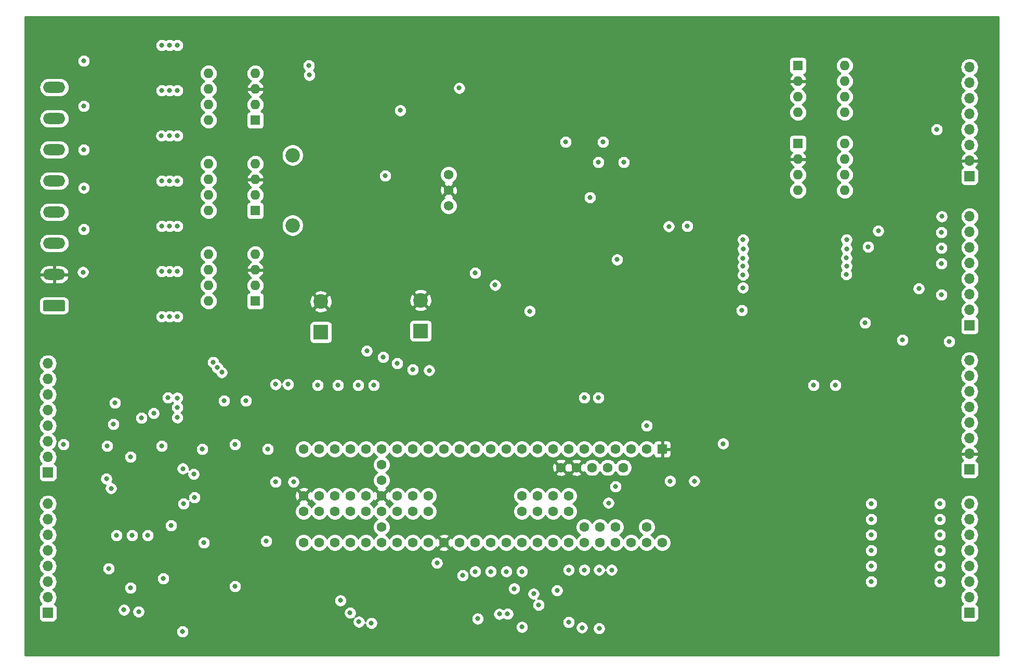
<source format=gbr>
G04 #@! TF.GenerationSoftware,KiCad,Pcbnew,5.1.4*
G04 #@! TF.CreationDate,2019-10-01T18:25:39-04:00*
G04 #@! TF.ProjectId,SolarCarECU,536f6c61-7243-4617-9245-43552e6b6963,rev?*
G04 #@! TF.SameCoordinates,Original*
G04 #@! TF.FileFunction,Copper,L3,Inr*
G04 #@! TF.FilePolarity,Positive*
%FSLAX46Y46*%
G04 Gerber Fmt 4.6, Leading zero omitted, Abs format (unit mm)*
G04 Created by KiCad (PCBNEW 5.1.4) date 2019-10-01 18:25:39*
%MOMM*%
%LPD*%
G04 APERTURE LIST*
%ADD10C,2.400000*%
%ADD11R,2.400000X2.400000*%
%ADD12C,1.600000*%
%ADD13R,1.600000X1.600000*%
%ADD14O,3.600000X1.800000*%
%ADD15C,0.100000*%
%ADD16C,1.800000*%
%ADD17C,1.574800*%
%ADD18C,2.336800*%
%ADD19O,1.700000X1.700000*%
%ADD20R,1.700000X1.700000*%
%ADD21O,1.600000X1.600000*%
%ADD22C,0.800000*%
%ADD23C,0.254000*%
G04 APERTURE END LIST*
D10*
X133604000Y-86741000D03*
D11*
X133604000Y-91741000D03*
D12*
X132334000Y-110998000D03*
X129794000Y-110998000D03*
X127254000Y-110998000D03*
X124714000Y-110998000D03*
X134874000Y-110998000D03*
X137414000Y-110998000D03*
X139954000Y-110998000D03*
X122174000Y-110998000D03*
X119634000Y-110998000D03*
X117094000Y-110998000D03*
X114554000Y-110998000D03*
X127254000Y-113538000D03*
X127254000Y-116078000D03*
X127254000Y-118618000D03*
X127254000Y-121158000D03*
X127254000Y-123698000D03*
X114554000Y-126238000D03*
X117094000Y-126238000D03*
X119634000Y-126238000D03*
X122174000Y-126238000D03*
X124714000Y-126238000D03*
X127254000Y-126238000D03*
X129794000Y-126238000D03*
X132334000Y-126238000D03*
X142494000Y-110998000D03*
X145034000Y-110998000D03*
X147574000Y-110998000D03*
X150114000Y-110998000D03*
X152654000Y-110998000D03*
X155194000Y-110998000D03*
X157734000Y-110998000D03*
X160274000Y-110998000D03*
X162814000Y-110998000D03*
X165354000Y-110998000D03*
X167894000Y-110998000D03*
X170434000Y-110998000D03*
D13*
X172974000Y-110998000D03*
D12*
X134874000Y-126238000D03*
X137414000Y-126238000D03*
X139954000Y-126238000D03*
X142494000Y-126238000D03*
X145034000Y-126238000D03*
X147574000Y-126238000D03*
X150114000Y-126238000D03*
X152654000Y-126238000D03*
X155194000Y-126238000D03*
X157734000Y-126238000D03*
X160274000Y-126238000D03*
X162814000Y-126238000D03*
X165354000Y-126238000D03*
X167894000Y-126238000D03*
X170434000Y-126238000D03*
X172974000Y-126238000D03*
X170434000Y-123698000D03*
X165354000Y-123698000D03*
X162814000Y-123698000D03*
X160274000Y-123698000D03*
X157734000Y-118618000D03*
X155194000Y-118618000D03*
X152654000Y-118618000D03*
X150114000Y-118618000D03*
X134874000Y-118618000D03*
X132334000Y-118618000D03*
X129794000Y-118618000D03*
X124714000Y-118618000D03*
X122174000Y-118618000D03*
X119634000Y-118618000D03*
X117094000Y-118618000D03*
X114554000Y-118618000D03*
X114554000Y-121158000D03*
X117094000Y-121158000D03*
X119634000Y-121158000D03*
X122174000Y-121158000D03*
X124714000Y-121158000D03*
X129794000Y-121158000D03*
X132334000Y-121158000D03*
X134874000Y-121158000D03*
X150114000Y-121158000D03*
X152654000Y-121158000D03*
X155194000Y-121158000D03*
X157734000Y-121158000D03*
X166624000Y-113998000D03*
X164084000Y-113998000D03*
X161544000Y-113998000D03*
X159004000Y-113998000D03*
X156464000Y-113998000D03*
D14*
X73914000Y-52070000D03*
X73914000Y-57150000D03*
X73914000Y-62230000D03*
X73914000Y-67310000D03*
X73914000Y-72390000D03*
X73914000Y-77470000D03*
X73914000Y-82550000D03*
D15*
G36*
X75488504Y-86731204D02*
G01*
X75512773Y-86734804D01*
X75536571Y-86740765D01*
X75559671Y-86749030D01*
X75581849Y-86759520D01*
X75602893Y-86772133D01*
X75622598Y-86786747D01*
X75640777Y-86803223D01*
X75657253Y-86821402D01*
X75671867Y-86841107D01*
X75684480Y-86862151D01*
X75694970Y-86884329D01*
X75703235Y-86907429D01*
X75709196Y-86931227D01*
X75712796Y-86955496D01*
X75714000Y-86980000D01*
X75714000Y-88280000D01*
X75712796Y-88304504D01*
X75709196Y-88328773D01*
X75703235Y-88352571D01*
X75694970Y-88375671D01*
X75684480Y-88397849D01*
X75671867Y-88418893D01*
X75657253Y-88438598D01*
X75640777Y-88456777D01*
X75622598Y-88473253D01*
X75602893Y-88487867D01*
X75581849Y-88500480D01*
X75559671Y-88510970D01*
X75536571Y-88519235D01*
X75512773Y-88525196D01*
X75488504Y-88528796D01*
X75464000Y-88530000D01*
X72364000Y-88530000D01*
X72339496Y-88528796D01*
X72315227Y-88525196D01*
X72291429Y-88519235D01*
X72268329Y-88510970D01*
X72246151Y-88500480D01*
X72225107Y-88487867D01*
X72205402Y-88473253D01*
X72187223Y-88456777D01*
X72170747Y-88438598D01*
X72156133Y-88418893D01*
X72143520Y-88397849D01*
X72133030Y-88375671D01*
X72124765Y-88352571D01*
X72118804Y-88328773D01*
X72115204Y-88304504D01*
X72114000Y-88280000D01*
X72114000Y-86980000D01*
X72115204Y-86955496D01*
X72118804Y-86931227D01*
X72124765Y-86907429D01*
X72133030Y-86884329D01*
X72143520Y-86862151D01*
X72156133Y-86841107D01*
X72170747Y-86821402D01*
X72187223Y-86803223D01*
X72205402Y-86786747D01*
X72225107Y-86772133D01*
X72246151Y-86759520D01*
X72268329Y-86749030D01*
X72291429Y-86740765D01*
X72315227Y-86734804D01*
X72339496Y-86731204D01*
X72364000Y-86730000D01*
X75464000Y-86730000D01*
X75488504Y-86731204D01*
X75488504Y-86731204D01*
G37*
D16*
X73914000Y-87630000D03*
D17*
X138159999Y-66294000D03*
X138159999Y-68834000D03*
X138159999Y-71374000D03*
D18*
X112759999Y-63119000D03*
X112759999Y-74549000D03*
D10*
X117348000Y-86948000D03*
D11*
X117348000Y-91948000D03*
D19*
X223040000Y-73098000D03*
X223040000Y-75638000D03*
X223040000Y-78178000D03*
X223040000Y-80718000D03*
X223040000Y-83258000D03*
X223040000Y-85798000D03*
X223040000Y-88338000D03*
D20*
X223040000Y-90878000D03*
D21*
X202692000Y-48514000D03*
X195072000Y-56134000D03*
X202692000Y-51054000D03*
X195072000Y-53594000D03*
X202692000Y-53594000D03*
X195072000Y-51054000D03*
X202692000Y-56134000D03*
D13*
X195072000Y-48514000D03*
D21*
X202692000Y-61214000D03*
X195072000Y-68834000D03*
X202692000Y-63754000D03*
X195072000Y-66294000D03*
X202692000Y-66294000D03*
X195072000Y-63754000D03*
X202692000Y-68834000D03*
D13*
X195072000Y-61214000D03*
D19*
X72898000Y-119888000D03*
X72898000Y-122428000D03*
X72898000Y-124968000D03*
X72898000Y-127508000D03*
X72898000Y-130048000D03*
X72898000Y-132588000D03*
X72898000Y-135128000D03*
D20*
X72898000Y-137668000D03*
D21*
X99060000Y-57404000D03*
X106680000Y-49784000D03*
X99060000Y-54864000D03*
X106680000Y-52324000D03*
X99060000Y-52324000D03*
X106680000Y-54864000D03*
X99060000Y-49784000D03*
D13*
X106680000Y-57404000D03*
D21*
X99060000Y-86868000D03*
X106680000Y-79248000D03*
X99060000Y-84328000D03*
X106680000Y-81788000D03*
X99060000Y-81788000D03*
X106680000Y-84328000D03*
X99060000Y-79248000D03*
D13*
X106680000Y-86868000D03*
D19*
X223012000Y-96520000D03*
X223012000Y-99060000D03*
X223012000Y-101600000D03*
X223012000Y-104140000D03*
X223012000Y-106680000D03*
X223012000Y-109220000D03*
X223012000Y-111760000D03*
D20*
X223012000Y-114300000D03*
D21*
X99060000Y-72136000D03*
X106680000Y-64516000D03*
X99060000Y-69596000D03*
X106680000Y-67056000D03*
X99060000Y-67056000D03*
X106680000Y-69596000D03*
X99060000Y-64516000D03*
D13*
X106680000Y-72136000D03*
D19*
X223012000Y-48768000D03*
X223012000Y-51308000D03*
X223012000Y-53848000D03*
X223012000Y-56388000D03*
X223012000Y-58928000D03*
X223012000Y-61468000D03*
X223012000Y-64008000D03*
D20*
X223012000Y-66548000D03*
D19*
X223012000Y-119888000D03*
X223012000Y-122428000D03*
X223012000Y-124968000D03*
X223012000Y-127508000D03*
X223012000Y-130048000D03*
X223012000Y-132588000D03*
X223012000Y-135128000D03*
D20*
X223012000Y-137668000D03*
D19*
X72898000Y-97028000D03*
X72898000Y-99568000D03*
X72898000Y-102108000D03*
X72898000Y-104648000D03*
X72898000Y-107188000D03*
X72898000Y-109728000D03*
X72898000Y-112268000D03*
D20*
X72898000Y-114808000D03*
D22*
X166687500Y-64262000D03*
X93974000Y-45218000D03*
X91434000Y-45218000D03*
X92704000Y-45218000D03*
X93974000Y-89414000D03*
X91440000Y-89408000D03*
X92704000Y-89414000D03*
X91434000Y-82048000D03*
X93980000Y-82048000D03*
X92704000Y-82048000D03*
X91434000Y-67316000D03*
X93974000Y-67316000D03*
X92704000Y-67316000D03*
X93974000Y-52584000D03*
X92704000Y-52584000D03*
X93980000Y-59944000D03*
X92710000Y-59944000D03*
X93974000Y-74682000D03*
X92704000Y-74682000D03*
X91434000Y-52584000D03*
X91390000Y-59950000D03*
X91434000Y-74682000D03*
X103378000Y-110236000D03*
X91439992Y-110490008D03*
X157226000Y-60960000D03*
X91694000Y-132080000D03*
X177038000Y-74676000D03*
X218186000Y-132588000D03*
X218186000Y-130048000D03*
X218186000Y-127508000D03*
X218186000Y-124968000D03*
X218186000Y-122428000D03*
X218186000Y-119888000D03*
X86360000Y-112268000D03*
X163322000Y-60959998D03*
X219710000Y-93471990D03*
X185928000Y-88392000D03*
X85280867Y-137177411D03*
X210566000Y-67818000D03*
X142494000Y-76200000D03*
X94234000Y-98552000D03*
X87122000Y-100330000D03*
X103524621Y-122701621D03*
X87884000Y-132207000D03*
X88392000Y-110490008D03*
X91440000Y-47752000D03*
X91440000Y-55118000D03*
X91440000Y-62484000D03*
X91440000Y-69850000D03*
X91440000Y-77216000D03*
X91440000Y-84582000D03*
X87376000Y-121666000D03*
X81534000Y-124968000D03*
X210566000Y-55118000D03*
X210566000Y-59944000D03*
X210566000Y-47244000D03*
X211582000Y-88138000D03*
X107442000Y-60706000D03*
X107950018Y-75438000D03*
X107950000Y-46482000D03*
X221234000Y-76708000D03*
X221234000Y-79502000D03*
X221234000Y-81788000D03*
X221234000Y-84582000D03*
X218186000Y-83058000D03*
X221234000Y-74168000D03*
X78994000Y-109728000D03*
X78994000Y-101091990D03*
X81787996Y-103124000D03*
X180848000Y-127254000D03*
X217551000Y-87122000D03*
X131064000Y-129540000D03*
X210950000Y-75440996D03*
X217678000Y-58928000D03*
X174025560Y-74711560D03*
X92455984Y-102616000D03*
X208153000Y-75438000D03*
X92963960Y-123444000D03*
X182880000Y-110109000D03*
X108458000Y-125984000D03*
X103378000Y-133350000D03*
X148844000Y-133731000D03*
X86360000Y-133604000D03*
X105156000Y-103124000D03*
X207010000Y-119888000D03*
X207010000Y-122428000D03*
X207010000Y-124968000D03*
X207010000Y-127508000D03*
X207010000Y-130048000D03*
X207010000Y-132588000D03*
X75438000Y-110236000D03*
X136271000Y-129540000D03*
X212090006Y-93218000D03*
X98298000Y-126237990D03*
X98044000Y-110998000D03*
X108712000Y-110998000D03*
X101600000Y-103124000D03*
X157734000Y-130683000D03*
X157734000Y-139192000D03*
X150114000Y-130937000D03*
X150113999Y-139980510D03*
X147574000Y-130937000D03*
X147764500Y-137837523D03*
X145034000Y-130937000D03*
X146431000Y-137858500D03*
X142494000Y-130937000D03*
X142894004Y-138619047D03*
X78740000Y-62230000D03*
X78740000Y-68453000D03*
X82423000Y-115824000D03*
X83185000Y-117384996D03*
X218440000Y-85852000D03*
X214757000Y-84836000D03*
X218440000Y-80772000D03*
X218440000Y-78232000D03*
X218440000Y-75692000D03*
X78613000Y-82169000D03*
X162560000Y-102616000D03*
X162559990Y-64262000D03*
X160274000Y-102616000D03*
X161188400Y-69989700D03*
X116840000Y-100584004D03*
X120142000Y-100584000D03*
X90134000Y-105156000D03*
X132334000Y-98044000D03*
X99822000Y-96837500D03*
X93962888Y-102653953D03*
X129794000Y-97027992D03*
X202984100Y-81165700D03*
X186118500Y-81191100D03*
X127507999Y-96012000D03*
X202971400Y-79857600D03*
X186118498Y-79883000D03*
X124841024Y-94996000D03*
X202984219Y-78355630D03*
X186143900Y-78384400D03*
X135001004Y-98171000D03*
X202958700Y-82537300D03*
X186131200Y-82626200D03*
X109982000Y-100444300D03*
X115404898Y-48514000D03*
X115481100Y-50063400D03*
X112026700Y-100433486D03*
X197612000Y-100584000D03*
X201168018Y-100584000D03*
X151383999Y-88518999D03*
X127850900Y-66459100D03*
X145732500Y-84264500D03*
X186118500Y-76873100D03*
X202984102Y-76847700D03*
X165602920Y-80126840D03*
X82804000Y-130462000D03*
X125583998Y-139338002D03*
X84074000Y-125062000D03*
X123546800Y-139140557D03*
X88138000Y-105918000D03*
X125984000Y-100584000D03*
X100481410Y-97704066D03*
X93980000Y-104203500D03*
X123444000Y-100584012D03*
X83820000Y-103472000D03*
X101218999Y-98488499D03*
X93980000Y-105854500D03*
X96774000Y-118872000D03*
X82550000Y-110490000D03*
X96647000Y-115062000D03*
X94995998Y-119888000D03*
X83566000Y-106934000D03*
X94869000Y-114172996D03*
X86614000Y-125062000D03*
X152821404Y-136387511D03*
X89154000Y-125062000D03*
X140462000Y-131572000D03*
X164719000Y-130682984D03*
X164211000Y-119761016D03*
X160274000Y-130683000D03*
X159893000Y-140080999D03*
X87670640Y-137480140D03*
X94833442Y-140716000D03*
X152018999Y-134556501D03*
X155828998Y-134021990D03*
X120549500Y-135662502D03*
X122110500Y-137668000D03*
X162687000Y-130683000D03*
X162687000Y-140208000D03*
X78740000Y-55118000D03*
X78740000Y-75184000D03*
X78740000Y-47752000D03*
X139903200Y-52171600D03*
X130289300Y-55829200D03*
X142494000Y-82296000D03*
X218494000Y-73098000D03*
X206501996Y-78041500D03*
X186105796Y-84708996D03*
X206009240Y-90418920D03*
X170434000Y-107188000D03*
X109982000Y-116332000D03*
X112903004Y-116332000D03*
X174244000Y-116205000D03*
X178181004Y-116205000D03*
X165354000Y-117094000D03*
D23*
G36*
X227780001Y-144578000D02*
G01*
X69200000Y-144578000D01*
X69200000Y-140614061D01*
X93798442Y-140614061D01*
X93798442Y-140817939D01*
X93838216Y-141017898D01*
X93916237Y-141206256D01*
X94029505Y-141375774D01*
X94173668Y-141519937D01*
X94343186Y-141633205D01*
X94531544Y-141711226D01*
X94731503Y-141751000D01*
X94935381Y-141751000D01*
X95135340Y-141711226D01*
X95323698Y-141633205D01*
X95493216Y-141519937D01*
X95637379Y-141375774D01*
X95750647Y-141206256D01*
X95828668Y-141017898D01*
X95868442Y-140817939D01*
X95868442Y-140614061D01*
X95828668Y-140414102D01*
X95750647Y-140225744D01*
X95637379Y-140056226D01*
X95493216Y-139912063D01*
X95323698Y-139798795D01*
X95135340Y-139720774D01*
X94935381Y-139681000D01*
X94731503Y-139681000D01*
X94531544Y-139720774D01*
X94343186Y-139798795D01*
X94173668Y-139912063D01*
X94029505Y-140056226D01*
X93916237Y-140225744D01*
X93838216Y-140414102D01*
X93798442Y-140614061D01*
X69200000Y-140614061D01*
X69200000Y-119888000D01*
X71405815Y-119888000D01*
X71434487Y-120179111D01*
X71519401Y-120459034D01*
X71657294Y-120717014D01*
X71842866Y-120943134D01*
X72068986Y-121128706D01*
X72123791Y-121158000D01*
X72068986Y-121187294D01*
X71842866Y-121372866D01*
X71657294Y-121598986D01*
X71519401Y-121856966D01*
X71434487Y-122136889D01*
X71405815Y-122428000D01*
X71434487Y-122719111D01*
X71519401Y-122999034D01*
X71657294Y-123257014D01*
X71842866Y-123483134D01*
X72068986Y-123668706D01*
X72123791Y-123698000D01*
X72068986Y-123727294D01*
X71842866Y-123912866D01*
X71657294Y-124138986D01*
X71519401Y-124396966D01*
X71434487Y-124676889D01*
X71405815Y-124968000D01*
X71434487Y-125259111D01*
X71519401Y-125539034D01*
X71657294Y-125797014D01*
X71842866Y-126023134D01*
X72068986Y-126208706D01*
X72123791Y-126238000D01*
X72068986Y-126267294D01*
X71842866Y-126452866D01*
X71657294Y-126678986D01*
X71519401Y-126936966D01*
X71434487Y-127216889D01*
X71405815Y-127508000D01*
X71434487Y-127799111D01*
X71519401Y-128079034D01*
X71657294Y-128337014D01*
X71842866Y-128563134D01*
X72068986Y-128748706D01*
X72123791Y-128778000D01*
X72068986Y-128807294D01*
X71842866Y-128992866D01*
X71657294Y-129218986D01*
X71519401Y-129476966D01*
X71434487Y-129756889D01*
X71405815Y-130048000D01*
X71434487Y-130339111D01*
X71519401Y-130619034D01*
X71657294Y-130877014D01*
X71842866Y-131103134D01*
X72068986Y-131288706D01*
X72123791Y-131318000D01*
X72068986Y-131347294D01*
X71842866Y-131532866D01*
X71657294Y-131758986D01*
X71519401Y-132016966D01*
X71434487Y-132296889D01*
X71405815Y-132588000D01*
X71434487Y-132879111D01*
X71519401Y-133159034D01*
X71657294Y-133417014D01*
X71842866Y-133643134D01*
X72068986Y-133828706D01*
X72123791Y-133858000D01*
X72068986Y-133887294D01*
X71842866Y-134072866D01*
X71657294Y-134298986D01*
X71519401Y-134556966D01*
X71434487Y-134836889D01*
X71405815Y-135128000D01*
X71434487Y-135419111D01*
X71519401Y-135699034D01*
X71657294Y-135957014D01*
X71842866Y-136183134D01*
X71872687Y-136207607D01*
X71803820Y-136228498D01*
X71693506Y-136287463D01*
X71596815Y-136366815D01*
X71517463Y-136463506D01*
X71458498Y-136573820D01*
X71422188Y-136693518D01*
X71409928Y-136818000D01*
X71409928Y-138518000D01*
X71422188Y-138642482D01*
X71458498Y-138762180D01*
X71517463Y-138872494D01*
X71596815Y-138969185D01*
X71693506Y-139048537D01*
X71803820Y-139107502D01*
X71923518Y-139143812D01*
X72048000Y-139156072D01*
X73748000Y-139156072D01*
X73872482Y-139143812D01*
X73992180Y-139107502D01*
X74102494Y-139048537D01*
X74199185Y-138969185D01*
X74278537Y-138872494D01*
X74337502Y-138762180D01*
X74373812Y-138642482D01*
X74386072Y-138518000D01*
X74386072Y-137075472D01*
X84245867Y-137075472D01*
X84245867Y-137279350D01*
X84285641Y-137479309D01*
X84363662Y-137667667D01*
X84476930Y-137837185D01*
X84621093Y-137981348D01*
X84790611Y-138094616D01*
X84978969Y-138172637D01*
X85178928Y-138212411D01*
X85382806Y-138212411D01*
X85582765Y-138172637D01*
X85771123Y-138094616D01*
X85940641Y-137981348D01*
X86084804Y-137837185D01*
X86198072Y-137667667D01*
X86276093Y-137479309D01*
X86296204Y-137378201D01*
X86635640Y-137378201D01*
X86635640Y-137582079D01*
X86675414Y-137782038D01*
X86753435Y-137970396D01*
X86866703Y-138139914D01*
X87010866Y-138284077D01*
X87180384Y-138397345D01*
X87368742Y-138475366D01*
X87568701Y-138515140D01*
X87772579Y-138515140D01*
X87972538Y-138475366D01*
X88160896Y-138397345D01*
X88330414Y-138284077D01*
X88474577Y-138139914D01*
X88587845Y-137970396D01*
X88665866Y-137782038D01*
X88705640Y-137582079D01*
X88705640Y-137566061D01*
X121075500Y-137566061D01*
X121075500Y-137769939D01*
X121115274Y-137969898D01*
X121193295Y-138158256D01*
X121306563Y-138327774D01*
X121450726Y-138471937D01*
X121620244Y-138585205D01*
X121808602Y-138663226D01*
X122008561Y-138703000D01*
X122212439Y-138703000D01*
X122412398Y-138663226D01*
X122600756Y-138585205D01*
X122731433Y-138497890D01*
X122629595Y-138650301D01*
X122551574Y-138838659D01*
X122511800Y-139038618D01*
X122511800Y-139242496D01*
X122551574Y-139442455D01*
X122629595Y-139630813D01*
X122742863Y-139800331D01*
X122887026Y-139944494D01*
X123056544Y-140057762D01*
X123244902Y-140135783D01*
X123444861Y-140175557D01*
X123648739Y-140175557D01*
X123848698Y-140135783D01*
X124037056Y-140057762D01*
X124206574Y-139944494D01*
X124350737Y-139800331D01*
X124464005Y-139630813D01*
X124542026Y-139442455D01*
X124548998Y-139407404D01*
X124548998Y-139439941D01*
X124588772Y-139639900D01*
X124666793Y-139828258D01*
X124780061Y-139997776D01*
X124924224Y-140141939D01*
X125093742Y-140255207D01*
X125282100Y-140333228D01*
X125482059Y-140373002D01*
X125685937Y-140373002D01*
X125885896Y-140333228D01*
X126074254Y-140255207D01*
X126243772Y-140141939D01*
X126387935Y-139997776D01*
X126467585Y-139878571D01*
X149078999Y-139878571D01*
X149078999Y-140082449D01*
X149118773Y-140282408D01*
X149196794Y-140470766D01*
X149310062Y-140640284D01*
X149454225Y-140784447D01*
X149623743Y-140897715D01*
X149812101Y-140975736D01*
X150012060Y-141015510D01*
X150215938Y-141015510D01*
X150415897Y-140975736D01*
X150604255Y-140897715D01*
X150773773Y-140784447D01*
X150917936Y-140640284D01*
X151031204Y-140470766D01*
X151109225Y-140282408D01*
X151148999Y-140082449D01*
X151148999Y-139878571D01*
X151109225Y-139678612D01*
X151031204Y-139490254D01*
X150917936Y-139320736D01*
X150773773Y-139176573D01*
X150644299Y-139090061D01*
X156699000Y-139090061D01*
X156699000Y-139293939D01*
X156738774Y-139493898D01*
X156816795Y-139682256D01*
X156930063Y-139851774D01*
X157074226Y-139995937D01*
X157243744Y-140109205D01*
X157432102Y-140187226D01*
X157632061Y-140227000D01*
X157835939Y-140227000D01*
X158035898Y-140187226D01*
X158224256Y-140109205D01*
X158393774Y-139995937D01*
X158410651Y-139979060D01*
X158858000Y-139979060D01*
X158858000Y-140182938D01*
X158897774Y-140382897D01*
X158975795Y-140571255D01*
X159089063Y-140740773D01*
X159233226Y-140884936D01*
X159402744Y-140998204D01*
X159591102Y-141076225D01*
X159791061Y-141115999D01*
X159994939Y-141115999D01*
X160194898Y-141076225D01*
X160383256Y-140998204D01*
X160552774Y-140884936D01*
X160696937Y-140740773D01*
X160810205Y-140571255D01*
X160888226Y-140382897D01*
X160928000Y-140182938D01*
X160928000Y-140106061D01*
X161652000Y-140106061D01*
X161652000Y-140309939D01*
X161691774Y-140509898D01*
X161769795Y-140698256D01*
X161883063Y-140867774D01*
X162027226Y-141011937D01*
X162196744Y-141125205D01*
X162385102Y-141203226D01*
X162585061Y-141243000D01*
X162788939Y-141243000D01*
X162988898Y-141203226D01*
X163177256Y-141125205D01*
X163346774Y-141011937D01*
X163490937Y-140867774D01*
X163604205Y-140698256D01*
X163682226Y-140509898D01*
X163722000Y-140309939D01*
X163722000Y-140106061D01*
X163682226Y-139906102D01*
X163604205Y-139717744D01*
X163490937Y-139548226D01*
X163346774Y-139404063D01*
X163177256Y-139290795D01*
X162988898Y-139212774D01*
X162788939Y-139173000D01*
X162585061Y-139173000D01*
X162385102Y-139212774D01*
X162196744Y-139290795D01*
X162027226Y-139404063D01*
X161883063Y-139548226D01*
X161769795Y-139717744D01*
X161691774Y-139906102D01*
X161652000Y-140106061D01*
X160928000Y-140106061D01*
X160928000Y-139979060D01*
X160888226Y-139779101D01*
X160810205Y-139590743D01*
X160696937Y-139421225D01*
X160552774Y-139277062D01*
X160383256Y-139163794D01*
X160194898Y-139085773D01*
X159994939Y-139045999D01*
X159791061Y-139045999D01*
X159591102Y-139085773D01*
X159402744Y-139163794D01*
X159233226Y-139277062D01*
X159089063Y-139421225D01*
X158975795Y-139590743D01*
X158897774Y-139779101D01*
X158858000Y-139979060D01*
X158410651Y-139979060D01*
X158537937Y-139851774D01*
X158651205Y-139682256D01*
X158729226Y-139493898D01*
X158769000Y-139293939D01*
X158769000Y-139090061D01*
X158729226Y-138890102D01*
X158651205Y-138701744D01*
X158537937Y-138532226D01*
X158393774Y-138388063D01*
X158224256Y-138274795D01*
X158035898Y-138196774D01*
X157835939Y-138157000D01*
X157632061Y-138157000D01*
X157432102Y-138196774D01*
X157243744Y-138274795D01*
X157074226Y-138388063D01*
X156930063Y-138532226D01*
X156816795Y-138701744D01*
X156738774Y-138890102D01*
X156699000Y-139090061D01*
X150644299Y-139090061D01*
X150604255Y-139063305D01*
X150415897Y-138985284D01*
X150215938Y-138945510D01*
X150012060Y-138945510D01*
X149812101Y-138985284D01*
X149623743Y-139063305D01*
X149454225Y-139176573D01*
X149310062Y-139320736D01*
X149196794Y-139490254D01*
X149118773Y-139678612D01*
X149078999Y-139878571D01*
X126467585Y-139878571D01*
X126501203Y-139828258D01*
X126579224Y-139639900D01*
X126618998Y-139439941D01*
X126618998Y-139236063D01*
X126579224Y-139036104D01*
X126501203Y-138847746D01*
X126387935Y-138678228D01*
X126243772Y-138534065D01*
X126218394Y-138517108D01*
X141859004Y-138517108D01*
X141859004Y-138720986D01*
X141898778Y-138920945D01*
X141976799Y-139109303D01*
X142090067Y-139278821D01*
X142234230Y-139422984D01*
X142403748Y-139536252D01*
X142592106Y-139614273D01*
X142792065Y-139654047D01*
X142995943Y-139654047D01*
X143195902Y-139614273D01*
X143384260Y-139536252D01*
X143553778Y-139422984D01*
X143697941Y-139278821D01*
X143811209Y-139109303D01*
X143889230Y-138920945D01*
X143929004Y-138720986D01*
X143929004Y-138517108D01*
X143889230Y-138317149D01*
X143811209Y-138128791D01*
X143697941Y-137959273D01*
X143553778Y-137815110D01*
X143466153Y-137756561D01*
X145396000Y-137756561D01*
X145396000Y-137960439D01*
X145435774Y-138160398D01*
X145513795Y-138348756D01*
X145627063Y-138518274D01*
X145771226Y-138662437D01*
X145940744Y-138775705D01*
X146129102Y-138853726D01*
X146329061Y-138893500D01*
X146532939Y-138893500D01*
X146732898Y-138853726D01*
X146921256Y-138775705D01*
X147090774Y-138662437D01*
X147108937Y-138644274D01*
X147274244Y-138754728D01*
X147462602Y-138832749D01*
X147662561Y-138872523D01*
X147866439Y-138872523D01*
X148066398Y-138832749D01*
X148254756Y-138754728D01*
X148424274Y-138641460D01*
X148568437Y-138497297D01*
X148681705Y-138327779D01*
X148759726Y-138139421D01*
X148799500Y-137939462D01*
X148799500Y-137735584D01*
X148759726Y-137535625D01*
X148681705Y-137347267D01*
X148568437Y-137177749D01*
X148424274Y-137033586D01*
X148254756Y-136920318D01*
X148066398Y-136842297D01*
X147866439Y-136802523D01*
X147662561Y-136802523D01*
X147462602Y-136842297D01*
X147274244Y-136920318D01*
X147104726Y-137033586D01*
X147086563Y-137051749D01*
X146921256Y-136941295D01*
X146732898Y-136863274D01*
X146532939Y-136823500D01*
X146329061Y-136823500D01*
X146129102Y-136863274D01*
X145940744Y-136941295D01*
X145771226Y-137054563D01*
X145627063Y-137198726D01*
X145513795Y-137368244D01*
X145435774Y-137556602D01*
X145396000Y-137756561D01*
X143466153Y-137756561D01*
X143384260Y-137701842D01*
X143195902Y-137623821D01*
X142995943Y-137584047D01*
X142792065Y-137584047D01*
X142592106Y-137623821D01*
X142403748Y-137701842D01*
X142234230Y-137815110D01*
X142090067Y-137959273D01*
X141976799Y-138128791D01*
X141898778Y-138317149D01*
X141859004Y-138517108D01*
X126218394Y-138517108D01*
X126074254Y-138420797D01*
X125885896Y-138342776D01*
X125685937Y-138303002D01*
X125482059Y-138303002D01*
X125282100Y-138342776D01*
X125093742Y-138420797D01*
X124924224Y-138534065D01*
X124780061Y-138678228D01*
X124666793Y-138847746D01*
X124588772Y-139036104D01*
X124581800Y-139071155D01*
X124581800Y-139038618D01*
X124542026Y-138838659D01*
X124464005Y-138650301D01*
X124350737Y-138480783D01*
X124206574Y-138336620D01*
X124037056Y-138223352D01*
X123848698Y-138145331D01*
X123648739Y-138105557D01*
X123444861Y-138105557D01*
X123244902Y-138145331D01*
X123056544Y-138223352D01*
X122925867Y-138310667D01*
X123027705Y-138158256D01*
X123105726Y-137969898D01*
X123145500Y-137769939D01*
X123145500Y-137566061D01*
X123105726Y-137366102D01*
X123027705Y-137177744D01*
X122914437Y-137008226D01*
X122770274Y-136864063D01*
X122600756Y-136750795D01*
X122412398Y-136672774D01*
X122212439Y-136633000D01*
X122008561Y-136633000D01*
X121808602Y-136672774D01*
X121620244Y-136750795D01*
X121450726Y-136864063D01*
X121306563Y-137008226D01*
X121193295Y-137177744D01*
X121115274Y-137366102D01*
X121075500Y-137566061D01*
X88705640Y-137566061D01*
X88705640Y-137378201D01*
X88665866Y-137178242D01*
X88587845Y-136989884D01*
X88474577Y-136820366D01*
X88330414Y-136676203D01*
X88160896Y-136562935D01*
X87972538Y-136484914D01*
X87772579Y-136445140D01*
X87568701Y-136445140D01*
X87368742Y-136484914D01*
X87180384Y-136562935D01*
X87010866Y-136676203D01*
X86866703Y-136820366D01*
X86753435Y-136989884D01*
X86675414Y-137178242D01*
X86635640Y-137378201D01*
X86296204Y-137378201D01*
X86315867Y-137279350D01*
X86315867Y-137075472D01*
X86276093Y-136875513D01*
X86198072Y-136687155D01*
X86084804Y-136517637D01*
X85940641Y-136373474D01*
X85771123Y-136260206D01*
X85582765Y-136182185D01*
X85382806Y-136142411D01*
X85178928Y-136142411D01*
X84978969Y-136182185D01*
X84790611Y-136260206D01*
X84621093Y-136373474D01*
X84476930Y-136517637D01*
X84363662Y-136687155D01*
X84285641Y-136875513D01*
X84245867Y-137075472D01*
X74386072Y-137075472D01*
X74386072Y-136818000D01*
X74373812Y-136693518D01*
X74337502Y-136573820D01*
X74278537Y-136463506D01*
X74199185Y-136366815D01*
X74102494Y-136287463D01*
X73992180Y-136228498D01*
X73923313Y-136207607D01*
X73953134Y-136183134D01*
X74138706Y-135957014D01*
X74276599Y-135699034D01*
X74318603Y-135560563D01*
X119514500Y-135560563D01*
X119514500Y-135764441D01*
X119554274Y-135964400D01*
X119632295Y-136152758D01*
X119745563Y-136322276D01*
X119889726Y-136466439D01*
X120059244Y-136579707D01*
X120247602Y-136657728D01*
X120447561Y-136697502D01*
X120651439Y-136697502D01*
X120851398Y-136657728D01*
X121039756Y-136579707D01*
X121209274Y-136466439D01*
X121353437Y-136322276D01*
X121466705Y-136152758D01*
X121544726Y-135964400D01*
X121584500Y-135764441D01*
X121584500Y-135560563D01*
X121544726Y-135360604D01*
X121466705Y-135172246D01*
X121353437Y-135002728D01*
X121209274Y-134858565D01*
X121039756Y-134745297D01*
X120851398Y-134667276D01*
X120651439Y-134627502D01*
X120447561Y-134627502D01*
X120247602Y-134667276D01*
X120059244Y-134745297D01*
X119889726Y-134858565D01*
X119745563Y-135002728D01*
X119632295Y-135172246D01*
X119554274Y-135360604D01*
X119514500Y-135560563D01*
X74318603Y-135560563D01*
X74361513Y-135419111D01*
X74390185Y-135128000D01*
X74361513Y-134836889D01*
X74276599Y-134556966D01*
X74138706Y-134298986D01*
X73953134Y-134072866D01*
X73727014Y-133887294D01*
X73672209Y-133858000D01*
X73727014Y-133828706D01*
X73953134Y-133643134D01*
X74068909Y-133502061D01*
X85325000Y-133502061D01*
X85325000Y-133705939D01*
X85364774Y-133905898D01*
X85442795Y-134094256D01*
X85556063Y-134263774D01*
X85700226Y-134407937D01*
X85869744Y-134521205D01*
X86058102Y-134599226D01*
X86258061Y-134639000D01*
X86461939Y-134639000D01*
X86661898Y-134599226D01*
X86850256Y-134521205D01*
X87019774Y-134407937D01*
X87163937Y-134263774D01*
X87277205Y-134094256D01*
X87355226Y-133905898D01*
X87395000Y-133705939D01*
X87395000Y-133502061D01*
X87355226Y-133302102D01*
X87332842Y-133248061D01*
X102343000Y-133248061D01*
X102343000Y-133451939D01*
X102382774Y-133651898D01*
X102460795Y-133840256D01*
X102574063Y-134009774D01*
X102718226Y-134153937D01*
X102887744Y-134267205D01*
X103076102Y-134345226D01*
X103276061Y-134385000D01*
X103479939Y-134385000D01*
X103679898Y-134345226D01*
X103868256Y-134267205D01*
X104037774Y-134153937D01*
X104181937Y-134009774D01*
X104295205Y-133840256D01*
X104373226Y-133651898D01*
X104377768Y-133629061D01*
X147809000Y-133629061D01*
X147809000Y-133832939D01*
X147848774Y-134032898D01*
X147926795Y-134221256D01*
X148040063Y-134390774D01*
X148184226Y-134534937D01*
X148353744Y-134648205D01*
X148542102Y-134726226D01*
X148742061Y-134766000D01*
X148945939Y-134766000D01*
X149145898Y-134726226D01*
X149334256Y-134648205D01*
X149503774Y-134534937D01*
X149584149Y-134454562D01*
X150983999Y-134454562D01*
X150983999Y-134658440D01*
X151023773Y-134858399D01*
X151101794Y-135046757D01*
X151215062Y-135216275D01*
X151359225Y-135360438D01*
X151528743Y-135473706D01*
X151717101Y-135551727D01*
X151917060Y-135591501D01*
X152120938Y-135591501D01*
X152161986Y-135583336D01*
X152161630Y-135583574D01*
X152017467Y-135727737D01*
X151904199Y-135897255D01*
X151826178Y-136085613D01*
X151786404Y-136285572D01*
X151786404Y-136489450D01*
X151826178Y-136689409D01*
X151904199Y-136877767D01*
X152017467Y-137047285D01*
X152161630Y-137191448D01*
X152331148Y-137304716D01*
X152519506Y-137382737D01*
X152719465Y-137422511D01*
X152923343Y-137422511D01*
X153123302Y-137382737D01*
X153311660Y-137304716D01*
X153481178Y-137191448D01*
X153625341Y-137047285D01*
X153738609Y-136877767D01*
X153816630Y-136689409D01*
X153856404Y-136489450D01*
X153856404Y-136285572D01*
X153816630Y-136085613D01*
X153738609Y-135897255D01*
X153625341Y-135727737D01*
X153481178Y-135583574D01*
X153311660Y-135470306D01*
X153123302Y-135392285D01*
X152923343Y-135352511D01*
X152719465Y-135352511D01*
X152678417Y-135360676D01*
X152678773Y-135360438D01*
X152822936Y-135216275D01*
X152936204Y-135046757D01*
X153014225Y-134858399D01*
X153053999Y-134658440D01*
X153053999Y-134454562D01*
X153014225Y-134254603D01*
X152936204Y-134066245D01*
X152838521Y-133920051D01*
X154793998Y-133920051D01*
X154793998Y-134123929D01*
X154833772Y-134323888D01*
X154911793Y-134512246D01*
X155025061Y-134681764D01*
X155169224Y-134825927D01*
X155338742Y-134939195D01*
X155527100Y-135017216D01*
X155727059Y-135056990D01*
X155930937Y-135056990D01*
X156130896Y-135017216D01*
X156319254Y-134939195D01*
X156488772Y-134825927D01*
X156632935Y-134681764D01*
X156746203Y-134512246D01*
X156824224Y-134323888D01*
X156863998Y-134123929D01*
X156863998Y-133920051D01*
X156824224Y-133720092D01*
X156746203Y-133531734D01*
X156632935Y-133362216D01*
X156488772Y-133218053D01*
X156319254Y-133104785D01*
X156130896Y-133026764D01*
X155930937Y-132986990D01*
X155727059Y-132986990D01*
X155527100Y-133026764D01*
X155338742Y-133104785D01*
X155169224Y-133218053D01*
X155025061Y-133362216D01*
X154911793Y-133531734D01*
X154833772Y-133720092D01*
X154793998Y-133920051D01*
X152838521Y-133920051D01*
X152822936Y-133896727D01*
X152678773Y-133752564D01*
X152509255Y-133639296D01*
X152320897Y-133561275D01*
X152120938Y-133521501D01*
X151917060Y-133521501D01*
X151717101Y-133561275D01*
X151528743Y-133639296D01*
X151359225Y-133752564D01*
X151215062Y-133896727D01*
X151101794Y-134066245D01*
X151023773Y-134254603D01*
X150983999Y-134454562D01*
X149584149Y-134454562D01*
X149647937Y-134390774D01*
X149761205Y-134221256D01*
X149839226Y-134032898D01*
X149879000Y-133832939D01*
X149879000Y-133629061D01*
X149839226Y-133429102D01*
X149761205Y-133240744D01*
X149647937Y-133071226D01*
X149503774Y-132927063D01*
X149334256Y-132813795D01*
X149145898Y-132735774D01*
X148945939Y-132696000D01*
X148742061Y-132696000D01*
X148542102Y-132735774D01*
X148353744Y-132813795D01*
X148184226Y-132927063D01*
X148040063Y-133071226D01*
X147926795Y-133240744D01*
X147848774Y-133429102D01*
X147809000Y-133629061D01*
X104377768Y-133629061D01*
X104413000Y-133451939D01*
X104413000Y-133248061D01*
X104373226Y-133048102D01*
X104295205Y-132859744D01*
X104181937Y-132690226D01*
X104037774Y-132546063D01*
X103868256Y-132432795D01*
X103679898Y-132354774D01*
X103479939Y-132315000D01*
X103276061Y-132315000D01*
X103076102Y-132354774D01*
X102887744Y-132432795D01*
X102718226Y-132546063D01*
X102574063Y-132690226D01*
X102460795Y-132859744D01*
X102382774Y-133048102D01*
X102343000Y-133248061D01*
X87332842Y-133248061D01*
X87277205Y-133113744D01*
X87163937Y-132944226D01*
X87019774Y-132800063D01*
X86850256Y-132686795D01*
X86661898Y-132608774D01*
X86461939Y-132569000D01*
X86258061Y-132569000D01*
X86058102Y-132608774D01*
X85869744Y-132686795D01*
X85700226Y-132800063D01*
X85556063Y-132944226D01*
X85442795Y-133113744D01*
X85364774Y-133302102D01*
X85325000Y-133502061D01*
X74068909Y-133502061D01*
X74138706Y-133417014D01*
X74276599Y-133159034D01*
X74361513Y-132879111D01*
X74390185Y-132588000D01*
X74361513Y-132296889D01*
X74276599Y-132016966D01*
X74255804Y-131978061D01*
X90659000Y-131978061D01*
X90659000Y-132181939D01*
X90698774Y-132381898D01*
X90776795Y-132570256D01*
X90890063Y-132739774D01*
X91034226Y-132883937D01*
X91203744Y-132997205D01*
X91392102Y-133075226D01*
X91592061Y-133115000D01*
X91795939Y-133115000D01*
X91995898Y-133075226D01*
X92184256Y-132997205D01*
X92353774Y-132883937D01*
X92497937Y-132739774D01*
X92611205Y-132570256D01*
X92689226Y-132381898D01*
X92729000Y-132181939D01*
X92729000Y-131978061D01*
X92689226Y-131778102D01*
X92611205Y-131589744D01*
X92531236Y-131470061D01*
X139427000Y-131470061D01*
X139427000Y-131673939D01*
X139466774Y-131873898D01*
X139544795Y-132062256D01*
X139658063Y-132231774D01*
X139802226Y-132375937D01*
X139971744Y-132489205D01*
X140160102Y-132567226D01*
X140360061Y-132607000D01*
X140563939Y-132607000D01*
X140763898Y-132567226D01*
X140952256Y-132489205D01*
X140956961Y-132486061D01*
X205975000Y-132486061D01*
X205975000Y-132689939D01*
X206014774Y-132889898D01*
X206092795Y-133078256D01*
X206206063Y-133247774D01*
X206350226Y-133391937D01*
X206519744Y-133505205D01*
X206708102Y-133583226D01*
X206908061Y-133623000D01*
X207111939Y-133623000D01*
X207311898Y-133583226D01*
X207500256Y-133505205D01*
X207669774Y-133391937D01*
X207813937Y-133247774D01*
X207927205Y-133078256D01*
X208005226Y-132889898D01*
X208045000Y-132689939D01*
X208045000Y-132486061D01*
X217151000Y-132486061D01*
X217151000Y-132689939D01*
X217190774Y-132889898D01*
X217268795Y-133078256D01*
X217382063Y-133247774D01*
X217526226Y-133391937D01*
X217695744Y-133505205D01*
X217884102Y-133583226D01*
X218084061Y-133623000D01*
X218287939Y-133623000D01*
X218487898Y-133583226D01*
X218676256Y-133505205D01*
X218845774Y-133391937D01*
X218989937Y-133247774D01*
X219103205Y-133078256D01*
X219181226Y-132889898D01*
X219221000Y-132689939D01*
X219221000Y-132486061D01*
X219181226Y-132286102D01*
X219103205Y-132097744D01*
X218989937Y-131928226D01*
X218845774Y-131784063D01*
X218676256Y-131670795D01*
X218487898Y-131592774D01*
X218287939Y-131553000D01*
X218084061Y-131553000D01*
X217884102Y-131592774D01*
X217695744Y-131670795D01*
X217526226Y-131784063D01*
X217382063Y-131928226D01*
X217268795Y-132097744D01*
X217190774Y-132286102D01*
X217151000Y-132486061D01*
X208045000Y-132486061D01*
X208005226Y-132286102D01*
X207927205Y-132097744D01*
X207813937Y-131928226D01*
X207669774Y-131784063D01*
X207500256Y-131670795D01*
X207311898Y-131592774D01*
X207111939Y-131553000D01*
X206908061Y-131553000D01*
X206708102Y-131592774D01*
X206519744Y-131670795D01*
X206350226Y-131784063D01*
X206206063Y-131928226D01*
X206092795Y-132097744D01*
X206014774Y-132286102D01*
X205975000Y-132486061D01*
X140956961Y-132486061D01*
X141121774Y-132375937D01*
X141265937Y-132231774D01*
X141379205Y-132062256D01*
X141457226Y-131873898D01*
X141497000Y-131673939D01*
X141497000Y-131470061D01*
X141457226Y-131270102D01*
X141379205Y-131081744D01*
X141265937Y-130912226D01*
X141188772Y-130835061D01*
X141459000Y-130835061D01*
X141459000Y-131038939D01*
X141498774Y-131238898D01*
X141576795Y-131427256D01*
X141690063Y-131596774D01*
X141834226Y-131740937D01*
X142003744Y-131854205D01*
X142192102Y-131932226D01*
X142392061Y-131972000D01*
X142595939Y-131972000D01*
X142795898Y-131932226D01*
X142984256Y-131854205D01*
X143153774Y-131740937D01*
X143297937Y-131596774D01*
X143411205Y-131427256D01*
X143489226Y-131238898D01*
X143529000Y-131038939D01*
X143529000Y-130835061D01*
X143999000Y-130835061D01*
X143999000Y-131038939D01*
X144038774Y-131238898D01*
X144116795Y-131427256D01*
X144230063Y-131596774D01*
X144374226Y-131740937D01*
X144543744Y-131854205D01*
X144732102Y-131932226D01*
X144932061Y-131972000D01*
X145135939Y-131972000D01*
X145335898Y-131932226D01*
X145524256Y-131854205D01*
X145693774Y-131740937D01*
X145837937Y-131596774D01*
X145951205Y-131427256D01*
X146029226Y-131238898D01*
X146069000Y-131038939D01*
X146069000Y-130835061D01*
X146539000Y-130835061D01*
X146539000Y-131038939D01*
X146578774Y-131238898D01*
X146656795Y-131427256D01*
X146770063Y-131596774D01*
X146914226Y-131740937D01*
X147083744Y-131854205D01*
X147272102Y-131932226D01*
X147472061Y-131972000D01*
X147675939Y-131972000D01*
X147875898Y-131932226D01*
X148064256Y-131854205D01*
X148233774Y-131740937D01*
X148377937Y-131596774D01*
X148491205Y-131427256D01*
X148569226Y-131238898D01*
X148609000Y-131038939D01*
X148609000Y-130835061D01*
X149079000Y-130835061D01*
X149079000Y-131038939D01*
X149118774Y-131238898D01*
X149196795Y-131427256D01*
X149310063Y-131596774D01*
X149454226Y-131740937D01*
X149623744Y-131854205D01*
X149812102Y-131932226D01*
X150012061Y-131972000D01*
X150215939Y-131972000D01*
X150415898Y-131932226D01*
X150604256Y-131854205D01*
X150773774Y-131740937D01*
X150917937Y-131596774D01*
X151031205Y-131427256D01*
X151109226Y-131238898D01*
X151149000Y-131038939D01*
X151149000Y-130835061D01*
X151109226Y-130635102D01*
X151086842Y-130581061D01*
X156699000Y-130581061D01*
X156699000Y-130784939D01*
X156738774Y-130984898D01*
X156816795Y-131173256D01*
X156930063Y-131342774D01*
X157074226Y-131486937D01*
X157243744Y-131600205D01*
X157432102Y-131678226D01*
X157632061Y-131718000D01*
X157835939Y-131718000D01*
X158035898Y-131678226D01*
X158224256Y-131600205D01*
X158393774Y-131486937D01*
X158537937Y-131342774D01*
X158651205Y-131173256D01*
X158729226Y-130984898D01*
X158769000Y-130784939D01*
X158769000Y-130581061D01*
X159239000Y-130581061D01*
X159239000Y-130784939D01*
X159278774Y-130984898D01*
X159356795Y-131173256D01*
X159470063Y-131342774D01*
X159614226Y-131486937D01*
X159783744Y-131600205D01*
X159972102Y-131678226D01*
X160172061Y-131718000D01*
X160375939Y-131718000D01*
X160575898Y-131678226D01*
X160764256Y-131600205D01*
X160933774Y-131486937D01*
X161077937Y-131342774D01*
X161191205Y-131173256D01*
X161269226Y-130984898D01*
X161309000Y-130784939D01*
X161309000Y-130581061D01*
X161652000Y-130581061D01*
X161652000Y-130784939D01*
X161691774Y-130984898D01*
X161769795Y-131173256D01*
X161883063Y-131342774D01*
X162027226Y-131486937D01*
X162196744Y-131600205D01*
X162385102Y-131678226D01*
X162585061Y-131718000D01*
X162788939Y-131718000D01*
X162988898Y-131678226D01*
X163177256Y-131600205D01*
X163346774Y-131486937D01*
X163490937Y-131342774D01*
X163604205Y-131173256D01*
X163682226Y-130984898D01*
X163703002Y-130880451D01*
X163723774Y-130984882D01*
X163801795Y-131173240D01*
X163915063Y-131342758D01*
X164059226Y-131486921D01*
X164228744Y-131600189D01*
X164417102Y-131678210D01*
X164617061Y-131717984D01*
X164820939Y-131717984D01*
X165020898Y-131678210D01*
X165209256Y-131600189D01*
X165378774Y-131486921D01*
X165522937Y-131342758D01*
X165636205Y-131173240D01*
X165714226Y-130984882D01*
X165754000Y-130784923D01*
X165754000Y-130581045D01*
X165714226Y-130381086D01*
X165636205Y-130192728D01*
X165522937Y-130023210D01*
X165445788Y-129946061D01*
X205975000Y-129946061D01*
X205975000Y-130149939D01*
X206014774Y-130349898D01*
X206092795Y-130538256D01*
X206206063Y-130707774D01*
X206350226Y-130851937D01*
X206519744Y-130965205D01*
X206708102Y-131043226D01*
X206908061Y-131083000D01*
X207111939Y-131083000D01*
X207311898Y-131043226D01*
X207500256Y-130965205D01*
X207669774Y-130851937D01*
X207813937Y-130707774D01*
X207927205Y-130538256D01*
X208005226Y-130349898D01*
X208045000Y-130149939D01*
X208045000Y-129946061D01*
X217151000Y-129946061D01*
X217151000Y-130149939D01*
X217190774Y-130349898D01*
X217268795Y-130538256D01*
X217382063Y-130707774D01*
X217526226Y-130851937D01*
X217695744Y-130965205D01*
X217884102Y-131043226D01*
X218084061Y-131083000D01*
X218287939Y-131083000D01*
X218487898Y-131043226D01*
X218676256Y-130965205D01*
X218845774Y-130851937D01*
X218989937Y-130707774D01*
X219103205Y-130538256D01*
X219181226Y-130349898D01*
X219221000Y-130149939D01*
X219221000Y-129946061D01*
X219181226Y-129746102D01*
X219103205Y-129557744D01*
X218989937Y-129388226D01*
X218845774Y-129244063D01*
X218676256Y-129130795D01*
X218487898Y-129052774D01*
X218287939Y-129013000D01*
X218084061Y-129013000D01*
X217884102Y-129052774D01*
X217695744Y-129130795D01*
X217526226Y-129244063D01*
X217382063Y-129388226D01*
X217268795Y-129557744D01*
X217190774Y-129746102D01*
X217151000Y-129946061D01*
X208045000Y-129946061D01*
X208005226Y-129746102D01*
X207927205Y-129557744D01*
X207813937Y-129388226D01*
X207669774Y-129244063D01*
X207500256Y-129130795D01*
X207311898Y-129052774D01*
X207111939Y-129013000D01*
X206908061Y-129013000D01*
X206708102Y-129052774D01*
X206519744Y-129130795D01*
X206350226Y-129244063D01*
X206206063Y-129388226D01*
X206092795Y-129557744D01*
X206014774Y-129746102D01*
X205975000Y-129946061D01*
X165445788Y-129946061D01*
X165378774Y-129879047D01*
X165209256Y-129765779D01*
X165020898Y-129687758D01*
X164820939Y-129647984D01*
X164617061Y-129647984D01*
X164417102Y-129687758D01*
X164228744Y-129765779D01*
X164059226Y-129879047D01*
X163915063Y-130023210D01*
X163801795Y-130192728D01*
X163723774Y-130381086D01*
X163702998Y-130485533D01*
X163682226Y-130381102D01*
X163604205Y-130192744D01*
X163490937Y-130023226D01*
X163346774Y-129879063D01*
X163177256Y-129765795D01*
X162988898Y-129687774D01*
X162788939Y-129648000D01*
X162585061Y-129648000D01*
X162385102Y-129687774D01*
X162196744Y-129765795D01*
X162027226Y-129879063D01*
X161883063Y-130023226D01*
X161769795Y-130192744D01*
X161691774Y-130381102D01*
X161652000Y-130581061D01*
X161309000Y-130581061D01*
X161269226Y-130381102D01*
X161191205Y-130192744D01*
X161077937Y-130023226D01*
X160933774Y-129879063D01*
X160764256Y-129765795D01*
X160575898Y-129687774D01*
X160375939Y-129648000D01*
X160172061Y-129648000D01*
X159972102Y-129687774D01*
X159783744Y-129765795D01*
X159614226Y-129879063D01*
X159470063Y-130023226D01*
X159356795Y-130192744D01*
X159278774Y-130381102D01*
X159239000Y-130581061D01*
X158769000Y-130581061D01*
X158729226Y-130381102D01*
X158651205Y-130192744D01*
X158537937Y-130023226D01*
X158393774Y-129879063D01*
X158224256Y-129765795D01*
X158035898Y-129687774D01*
X157835939Y-129648000D01*
X157632061Y-129648000D01*
X157432102Y-129687774D01*
X157243744Y-129765795D01*
X157074226Y-129879063D01*
X156930063Y-130023226D01*
X156816795Y-130192744D01*
X156738774Y-130381102D01*
X156699000Y-130581061D01*
X151086842Y-130581061D01*
X151031205Y-130446744D01*
X150917937Y-130277226D01*
X150773774Y-130133063D01*
X150604256Y-130019795D01*
X150415898Y-129941774D01*
X150215939Y-129902000D01*
X150012061Y-129902000D01*
X149812102Y-129941774D01*
X149623744Y-130019795D01*
X149454226Y-130133063D01*
X149310063Y-130277226D01*
X149196795Y-130446744D01*
X149118774Y-130635102D01*
X149079000Y-130835061D01*
X148609000Y-130835061D01*
X148569226Y-130635102D01*
X148491205Y-130446744D01*
X148377937Y-130277226D01*
X148233774Y-130133063D01*
X148064256Y-130019795D01*
X147875898Y-129941774D01*
X147675939Y-129902000D01*
X147472061Y-129902000D01*
X147272102Y-129941774D01*
X147083744Y-130019795D01*
X146914226Y-130133063D01*
X146770063Y-130277226D01*
X146656795Y-130446744D01*
X146578774Y-130635102D01*
X146539000Y-130835061D01*
X146069000Y-130835061D01*
X146029226Y-130635102D01*
X145951205Y-130446744D01*
X145837937Y-130277226D01*
X145693774Y-130133063D01*
X145524256Y-130019795D01*
X145335898Y-129941774D01*
X145135939Y-129902000D01*
X144932061Y-129902000D01*
X144732102Y-129941774D01*
X144543744Y-130019795D01*
X144374226Y-130133063D01*
X144230063Y-130277226D01*
X144116795Y-130446744D01*
X144038774Y-130635102D01*
X143999000Y-130835061D01*
X143529000Y-130835061D01*
X143489226Y-130635102D01*
X143411205Y-130446744D01*
X143297937Y-130277226D01*
X143153774Y-130133063D01*
X142984256Y-130019795D01*
X142795898Y-129941774D01*
X142595939Y-129902000D01*
X142392061Y-129902000D01*
X142192102Y-129941774D01*
X142003744Y-130019795D01*
X141834226Y-130133063D01*
X141690063Y-130277226D01*
X141576795Y-130446744D01*
X141498774Y-130635102D01*
X141459000Y-130835061D01*
X141188772Y-130835061D01*
X141121774Y-130768063D01*
X140952256Y-130654795D01*
X140763898Y-130576774D01*
X140563939Y-130537000D01*
X140360061Y-130537000D01*
X140160102Y-130576774D01*
X139971744Y-130654795D01*
X139802226Y-130768063D01*
X139658063Y-130912226D01*
X139544795Y-131081744D01*
X139466774Y-131270102D01*
X139427000Y-131470061D01*
X92531236Y-131470061D01*
X92497937Y-131420226D01*
X92353774Y-131276063D01*
X92184256Y-131162795D01*
X91995898Y-131084774D01*
X91795939Y-131045000D01*
X91592061Y-131045000D01*
X91392102Y-131084774D01*
X91203744Y-131162795D01*
X91034226Y-131276063D01*
X90890063Y-131420226D01*
X90776795Y-131589744D01*
X90698774Y-131778102D01*
X90659000Y-131978061D01*
X74255804Y-131978061D01*
X74138706Y-131758986D01*
X73953134Y-131532866D01*
X73727014Y-131347294D01*
X73672209Y-131318000D01*
X73727014Y-131288706D01*
X73953134Y-131103134D01*
X74138706Y-130877014D01*
X74276599Y-130619034D01*
X74355157Y-130360061D01*
X81769000Y-130360061D01*
X81769000Y-130563939D01*
X81808774Y-130763898D01*
X81886795Y-130952256D01*
X82000063Y-131121774D01*
X82144226Y-131265937D01*
X82313744Y-131379205D01*
X82502102Y-131457226D01*
X82702061Y-131497000D01*
X82905939Y-131497000D01*
X83105898Y-131457226D01*
X83294256Y-131379205D01*
X83463774Y-131265937D01*
X83607937Y-131121774D01*
X83721205Y-130952256D01*
X83799226Y-130763898D01*
X83839000Y-130563939D01*
X83839000Y-130360061D01*
X83799226Y-130160102D01*
X83721205Y-129971744D01*
X83607937Y-129802226D01*
X83463774Y-129658063D01*
X83294256Y-129544795D01*
X83105898Y-129466774D01*
X82961547Y-129438061D01*
X135236000Y-129438061D01*
X135236000Y-129641939D01*
X135275774Y-129841898D01*
X135353795Y-130030256D01*
X135467063Y-130199774D01*
X135611226Y-130343937D01*
X135780744Y-130457205D01*
X135969102Y-130535226D01*
X136169061Y-130575000D01*
X136372939Y-130575000D01*
X136572898Y-130535226D01*
X136761256Y-130457205D01*
X136930774Y-130343937D01*
X137074937Y-130199774D01*
X137188205Y-130030256D01*
X137266226Y-129841898D01*
X137306000Y-129641939D01*
X137306000Y-129438061D01*
X137266226Y-129238102D01*
X137188205Y-129049744D01*
X137074937Y-128880226D01*
X136930774Y-128736063D01*
X136761256Y-128622795D01*
X136572898Y-128544774D01*
X136372939Y-128505000D01*
X136169061Y-128505000D01*
X135969102Y-128544774D01*
X135780744Y-128622795D01*
X135611226Y-128736063D01*
X135467063Y-128880226D01*
X135353795Y-129049744D01*
X135275774Y-129238102D01*
X135236000Y-129438061D01*
X82961547Y-129438061D01*
X82905939Y-129427000D01*
X82702061Y-129427000D01*
X82502102Y-129466774D01*
X82313744Y-129544795D01*
X82144226Y-129658063D01*
X82000063Y-129802226D01*
X81886795Y-129971744D01*
X81808774Y-130160102D01*
X81769000Y-130360061D01*
X74355157Y-130360061D01*
X74361513Y-130339111D01*
X74390185Y-130048000D01*
X74361513Y-129756889D01*
X74276599Y-129476966D01*
X74138706Y-129218986D01*
X73953134Y-128992866D01*
X73727014Y-128807294D01*
X73672209Y-128778000D01*
X73727014Y-128748706D01*
X73953134Y-128563134D01*
X74138706Y-128337014D01*
X74276599Y-128079034D01*
X74361513Y-127799111D01*
X74390185Y-127508000D01*
X74361513Y-127216889D01*
X74276599Y-126936966D01*
X74138706Y-126678986D01*
X73953134Y-126452866D01*
X73727014Y-126267294D01*
X73672209Y-126238000D01*
X73727014Y-126208706D01*
X73815544Y-126136051D01*
X97263000Y-126136051D01*
X97263000Y-126339929D01*
X97302774Y-126539888D01*
X97380795Y-126728246D01*
X97494063Y-126897764D01*
X97638226Y-127041927D01*
X97807744Y-127155195D01*
X97996102Y-127233216D01*
X98196061Y-127272990D01*
X98399939Y-127272990D01*
X98599898Y-127233216D01*
X98788256Y-127155195D01*
X98957774Y-127041927D01*
X99101937Y-126897764D01*
X99215205Y-126728246D01*
X99293226Y-126539888D01*
X99333000Y-126339929D01*
X99333000Y-126136051D01*
X99293226Y-125936092D01*
X99270846Y-125882061D01*
X107423000Y-125882061D01*
X107423000Y-126085939D01*
X107462774Y-126285898D01*
X107540795Y-126474256D01*
X107654063Y-126643774D01*
X107798226Y-126787937D01*
X107967744Y-126901205D01*
X108156102Y-126979226D01*
X108356061Y-127019000D01*
X108559939Y-127019000D01*
X108759898Y-126979226D01*
X108948256Y-126901205D01*
X109117774Y-126787937D01*
X109261937Y-126643774D01*
X109375205Y-126474256D01*
X109453226Y-126285898D01*
X109493000Y-126085939D01*
X109493000Y-125882061D01*
X109453226Y-125682102D01*
X109375205Y-125493744D01*
X109261937Y-125324226D01*
X109117774Y-125180063D01*
X108948256Y-125066795D01*
X108759898Y-124988774D01*
X108559939Y-124949000D01*
X108356061Y-124949000D01*
X108156102Y-124988774D01*
X107967744Y-125066795D01*
X107798226Y-125180063D01*
X107654063Y-125324226D01*
X107540795Y-125493744D01*
X107462774Y-125682102D01*
X107423000Y-125882061D01*
X99270846Y-125882061D01*
X99215205Y-125747734D01*
X99101937Y-125578216D01*
X98957774Y-125434053D01*
X98788256Y-125320785D01*
X98599898Y-125242764D01*
X98399939Y-125202990D01*
X98196061Y-125202990D01*
X97996102Y-125242764D01*
X97807744Y-125320785D01*
X97638226Y-125434053D01*
X97494063Y-125578216D01*
X97380795Y-125747734D01*
X97302774Y-125936092D01*
X97263000Y-126136051D01*
X73815544Y-126136051D01*
X73953134Y-126023134D01*
X74138706Y-125797014D01*
X74276599Y-125539034D01*
X74361513Y-125259111D01*
X74390185Y-124968000D01*
X74389404Y-124960061D01*
X83039000Y-124960061D01*
X83039000Y-125163939D01*
X83078774Y-125363898D01*
X83156795Y-125552256D01*
X83270063Y-125721774D01*
X83414226Y-125865937D01*
X83583744Y-125979205D01*
X83772102Y-126057226D01*
X83972061Y-126097000D01*
X84175939Y-126097000D01*
X84375898Y-126057226D01*
X84564256Y-125979205D01*
X84733774Y-125865937D01*
X84877937Y-125721774D01*
X84991205Y-125552256D01*
X85069226Y-125363898D01*
X85109000Y-125163939D01*
X85109000Y-124960061D01*
X85579000Y-124960061D01*
X85579000Y-125163939D01*
X85618774Y-125363898D01*
X85696795Y-125552256D01*
X85810063Y-125721774D01*
X85954226Y-125865937D01*
X86123744Y-125979205D01*
X86312102Y-126057226D01*
X86512061Y-126097000D01*
X86715939Y-126097000D01*
X86915898Y-126057226D01*
X87104256Y-125979205D01*
X87273774Y-125865937D01*
X87417937Y-125721774D01*
X87531205Y-125552256D01*
X87609226Y-125363898D01*
X87649000Y-125163939D01*
X87649000Y-124960061D01*
X88119000Y-124960061D01*
X88119000Y-125163939D01*
X88158774Y-125363898D01*
X88236795Y-125552256D01*
X88350063Y-125721774D01*
X88494226Y-125865937D01*
X88663744Y-125979205D01*
X88852102Y-126057226D01*
X89052061Y-126097000D01*
X89255939Y-126097000D01*
X89455898Y-126057226D01*
X89644256Y-125979205D01*
X89813774Y-125865937D01*
X89957937Y-125721774D01*
X90071205Y-125552256D01*
X90149226Y-125363898D01*
X90189000Y-125163939D01*
X90189000Y-124960061D01*
X90149226Y-124760102D01*
X90071205Y-124571744D01*
X89957937Y-124402226D01*
X89813774Y-124258063D01*
X89644256Y-124144795D01*
X89455898Y-124066774D01*
X89255939Y-124027000D01*
X89052061Y-124027000D01*
X88852102Y-124066774D01*
X88663744Y-124144795D01*
X88494226Y-124258063D01*
X88350063Y-124402226D01*
X88236795Y-124571744D01*
X88158774Y-124760102D01*
X88119000Y-124960061D01*
X87649000Y-124960061D01*
X87609226Y-124760102D01*
X87531205Y-124571744D01*
X87417937Y-124402226D01*
X87273774Y-124258063D01*
X87104256Y-124144795D01*
X86915898Y-124066774D01*
X86715939Y-124027000D01*
X86512061Y-124027000D01*
X86312102Y-124066774D01*
X86123744Y-124144795D01*
X85954226Y-124258063D01*
X85810063Y-124402226D01*
X85696795Y-124571744D01*
X85618774Y-124760102D01*
X85579000Y-124960061D01*
X85109000Y-124960061D01*
X85069226Y-124760102D01*
X84991205Y-124571744D01*
X84877937Y-124402226D01*
X84733774Y-124258063D01*
X84564256Y-124144795D01*
X84375898Y-124066774D01*
X84175939Y-124027000D01*
X83972061Y-124027000D01*
X83772102Y-124066774D01*
X83583744Y-124144795D01*
X83414226Y-124258063D01*
X83270063Y-124402226D01*
X83156795Y-124571744D01*
X83078774Y-124760102D01*
X83039000Y-124960061D01*
X74389404Y-124960061D01*
X74361513Y-124676889D01*
X74276599Y-124396966D01*
X74138706Y-124138986D01*
X73953134Y-123912866D01*
X73727014Y-123727294D01*
X73672209Y-123698000D01*
X73727014Y-123668706D01*
X73953134Y-123483134D01*
X74068909Y-123342061D01*
X91928960Y-123342061D01*
X91928960Y-123545939D01*
X91968734Y-123745898D01*
X92046755Y-123934256D01*
X92160023Y-124103774D01*
X92304186Y-124247937D01*
X92473704Y-124361205D01*
X92662062Y-124439226D01*
X92862021Y-124479000D01*
X93065899Y-124479000D01*
X93265858Y-124439226D01*
X93454216Y-124361205D01*
X93623734Y-124247937D01*
X93767897Y-124103774D01*
X93881165Y-123934256D01*
X93959186Y-123745898D01*
X93998960Y-123545939D01*
X93998960Y-123342061D01*
X93959186Y-123142102D01*
X93881165Y-122953744D01*
X93767897Y-122784226D01*
X93623734Y-122640063D01*
X93454216Y-122526795D01*
X93265858Y-122448774D01*
X93065899Y-122409000D01*
X92862021Y-122409000D01*
X92662062Y-122448774D01*
X92473704Y-122526795D01*
X92304186Y-122640063D01*
X92160023Y-122784226D01*
X92046755Y-122953744D01*
X91968734Y-123142102D01*
X91928960Y-123342061D01*
X74068909Y-123342061D01*
X74138706Y-123257014D01*
X74276599Y-122999034D01*
X74361513Y-122719111D01*
X74390185Y-122428000D01*
X74361513Y-122136889D01*
X74276599Y-121856966D01*
X74138706Y-121598986D01*
X73953134Y-121372866D01*
X73727014Y-121187294D01*
X73672209Y-121158000D01*
X73727014Y-121128706D01*
X73863536Y-121016665D01*
X113119000Y-121016665D01*
X113119000Y-121299335D01*
X113174147Y-121576574D01*
X113282320Y-121837727D01*
X113439363Y-122072759D01*
X113639241Y-122272637D01*
X113874273Y-122429680D01*
X114135426Y-122537853D01*
X114412665Y-122593000D01*
X114695335Y-122593000D01*
X114972574Y-122537853D01*
X115233727Y-122429680D01*
X115468759Y-122272637D01*
X115668637Y-122072759D01*
X115824000Y-121840241D01*
X115979363Y-122072759D01*
X116179241Y-122272637D01*
X116414273Y-122429680D01*
X116675426Y-122537853D01*
X116952665Y-122593000D01*
X117235335Y-122593000D01*
X117512574Y-122537853D01*
X117773727Y-122429680D01*
X118008759Y-122272637D01*
X118208637Y-122072759D01*
X118364000Y-121840241D01*
X118519363Y-122072759D01*
X118719241Y-122272637D01*
X118954273Y-122429680D01*
X119215426Y-122537853D01*
X119492665Y-122593000D01*
X119775335Y-122593000D01*
X120052574Y-122537853D01*
X120313727Y-122429680D01*
X120548759Y-122272637D01*
X120748637Y-122072759D01*
X120904000Y-121840241D01*
X121059363Y-122072759D01*
X121259241Y-122272637D01*
X121494273Y-122429680D01*
X121755426Y-122537853D01*
X122032665Y-122593000D01*
X122315335Y-122593000D01*
X122592574Y-122537853D01*
X122853727Y-122429680D01*
X123088759Y-122272637D01*
X123288637Y-122072759D01*
X123444000Y-121840241D01*
X123599363Y-122072759D01*
X123799241Y-122272637D01*
X124034273Y-122429680D01*
X124295426Y-122537853D01*
X124572665Y-122593000D01*
X124855335Y-122593000D01*
X125132574Y-122537853D01*
X125393727Y-122429680D01*
X125628759Y-122272637D01*
X125828637Y-122072759D01*
X125984000Y-121840241D01*
X126139363Y-122072759D01*
X126339241Y-122272637D01*
X126571759Y-122428000D01*
X126339241Y-122583363D01*
X126139363Y-122783241D01*
X125982320Y-123018273D01*
X125874147Y-123279426D01*
X125819000Y-123556665D01*
X125819000Y-123839335D01*
X125874147Y-124116574D01*
X125982320Y-124377727D01*
X126139363Y-124612759D01*
X126339241Y-124812637D01*
X126571759Y-124968000D01*
X126339241Y-125123363D01*
X126139363Y-125323241D01*
X125984000Y-125555759D01*
X125828637Y-125323241D01*
X125628759Y-125123363D01*
X125393727Y-124966320D01*
X125132574Y-124858147D01*
X124855335Y-124803000D01*
X124572665Y-124803000D01*
X124295426Y-124858147D01*
X124034273Y-124966320D01*
X123799241Y-125123363D01*
X123599363Y-125323241D01*
X123444000Y-125555759D01*
X123288637Y-125323241D01*
X123088759Y-125123363D01*
X122853727Y-124966320D01*
X122592574Y-124858147D01*
X122315335Y-124803000D01*
X122032665Y-124803000D01*
X121755426Y-124858147D01*
X121494273Y-124966320D01*
X121259241Y-125123363D01*
X121059363Y-125323241D01*
X120904000Y-125555759D01*
X120748637Y-125323241D01*
X120548759Y-125123363D01*
X120313727Y-124966320D01*
X120052574Y-124858147D01*
X119775335Y-124803000D01*
X119492665Y-124803000D01*
X119215426Y-124858147D01*
X118954273Y-124966320D01*
X118719241Y-125123363D01*
X118519363Y-125323241D01*
X118364000Y-125555759D01*
X118208637Y-125323241D01*
X118008759Y-125123363D01*
X117773727Y-124966320D01*
X117512574Y-124858147D01*
X117235335Y-124803000D01*
X116952665Y-124803000D01*
X116675426Y-124858147D01*
X116414273Y-124966320D01*
X116179241Y-125123363D01*
X115979363Y-125323241D01*
X115824000Y-125555759D01*
X115668637Y-125323241D01*
X115468759Y-125123363D01*
X115233727Y-124966320D01*
X114972574Y-124858147D01*
X114695335Y-124803000D01*
X114412665Y-124803000D01*
X114135426Y-124858147D01*
X113874273Y-124966320D01*
X113639241Y-125123363D01*
X113439363Y-125323241D01*
X113282320Y-125558273D01*
X113174147Y-125819426D01*
X113119000Y-126096665D01*
X113119000Y-126379335D01*
X113174147Y-126656574D01*
X113282320Y-126917727D01*
X113439363Y-127152759D01*
X113639241Y-127352637D01*
X113874273Y-127509680D01*
X114135426Y-127617853D01*
X114412665Y-127673000D01*
X114695335Y-127673000D01*
X114972574Y-127617853D01*
X115233727Y-127509680D01*
X115468759Y-127352637D01*
X115668637Y-127152759D01*
X115824000Y-126920241D01*
X115979363Y-127152759D01*
X116179241Y-127352637D01*
X116414273Y-127509680D01*
X116675426Y-127617853D01*
X116952665Y-127673000D01*
X117235335Y-127673000D01*
X117512574Y-127617853D01*
X117773727Y-127509680D01*
X118008759Y-127352637D01*
X118208637Y-127152759D01*
X118364000Y-126920241D01*
X118519363Y-127152759D01*
X118719241Y-127352637D01*
X118954273Y-127509680D01*
X119215426Y-127617853D01*
X119492665Y-127673000D01*
X119775335Y-127673000D01*
X120052574Y-127617853D01*
X120313727Y-127509680D01*
X120548759Y-127352637D01*
X120748637Y-127152759D01*
X120904000Y-126920241D01*
X121059363Y-127152759D01*
X121259241Y-127352637D01*
X121494273Y-127509680D01*
X121755426Y-127617853D01*
X122032665Y-127673000D01*
X122315335Y-127673000D01*
X122592574Y-127617853D01*
X122853727Y-127509680D01*
X123088759Y-127352637D01*
X123288637Y-127152759D01*
X123444000Y-126920241D01*
X123599363Y-127152759D01*
X123799241Y-127352637D01*
X124034273Y-127509680D01*
X124295426Y-127617853D01*
X124572665Y-127673000D01*
X124855335Y-127673000D01*
X125132574Y-127617853D01*
X125393727Y-127509680D01*
X125628759Y-127352637D01*
X125828637Y-127152759D01*
X125984000Y-126920241D01*
X126139363Y-127152759D01*
X126339241Y-127352637D01*
X126574273Y-127509680D01*
X126835426Y-127617853D01*
X127112665Y-127673000D01*
X127395335Y-127673000D01*
X127672574Y-127617853D01*
X127933727Y-127509680D01*
X128168759Y-127352637D01*
X128368637Y-127152759D01*
X128524000Y-126920241D01*
X128679363Y-127152759D01*
X128879241Y-127352637D01*
X129114273Y-127509680D01*
X129375426Y-127617853D01*
X129652665Y-127673000D01*
X129935335Y-127673000D01*
X130212574Y-127617853D01*
X130473727Y-127509680D01*
X130708759Y-127352637D01*
X130908637Y-127152759D01*
X131064000Y-126920241D01*
X131219363Y-127152759D01*
X131419241Y-127352637D01*
X131654273Y-127509680D01*
X131915426Y-127617853D01*
X132192665Y-127673000D01*
X132475335Y-127673000D01*
X132752574Y-127617853D01*
X133013727Y-127509680D01*
X133248759Y-127352637D01*
X133448637Y-127152759D01*
X133604000Y-126920241D01*
X133759363Y-127152759D01*
X133959241Y-127352637D01*
X134194273Y-127509680D01*
X134455426Y-127617853D01*
X134732665Y-127673000D01*
X135015335Y-127673000D01*
X135292574Y-127617853D01*
X135553727Y-127509680D01*
X135788759Y-127352637D01*
X135910694Y-127230702D01*
X136600903Y-127230702D01*
X136672486Y-127474671D01*
X136927996Y-127595571D01*
X137202184Y-127664300D01*
X137484512Y-127678217D01*
X137764130Y-127636787D01*
X138030292Y-127541603D01*
X138155514Y-127474671D01*
X138227097Y-127230702D01*
X137414000Y-126417605D01*
X136600903Y-127230702D01*
X135910694Y-127230702D01*
X135988637Y-127152759D01*
X136144915Y-126918872D01*
X136177329Y-126979514D01*
X136421298Y-127051097D01*
X137234395Y-126238000D01*
X137593605Y-126238000D01*
X138406702Y-127051097D01*
X138650671Y-126979514D01*
X138681194Y-126915008D01*
X138682320Y-126917727D01*
X138839363Y-127152759D01*
X139039241Y-127352637D01*
X139274273Y-127509680D01*
X139535426Y-127617853D01*
X139812665Y-127673000D01*
X140095335Y-127673000D01*
X140372574Y-127617853D01*
X140633727Y-127509680D01*
X140868759Y-127352637D01*
X141068637Y-127152759D01*
X141224000Y-126920241D01*
X141379363Y-127152759D01*
X141579241Y-127352637D01*
X141814273Y-127509680D01*
X142075426Y-127617853D01*
X142352665Y-127673000D01*
X142635335Y-127673000D01*
X142912574Y-127617853D01*
X143173727Y-127509680D01*
X143408759Y-127352637D01*
X143608637Y-127152759D01*
X143764000Y-126920241D01*
X143919363Y-127152759D01*
X144119241Y-127352637D01*
X144354273Y-127509680D01*
X144615426Y-127617853D01*
X144892665Y-127673000D01*
X145175335Y-127673000D01*
X145452574Y-127617853D01*
X145713727Y-127509680D01*
X145948759Y-127352637D01*
X146148637Y-127152759D01*
X146304000Y-126920241D01*
X146459363Y-127152759D01*
X146659241Y-127352637D01*
X146894273Y-127509680D01*
X147155426Y-127617853D01*
X147432665Y-127673000D01*
X147715335Y-127673000D01*
X147992574Y-127617853D01*
X148253727Y-127509680D01*
X148488759Y-127352637D01*
X148688637Y-127152759D01*
X148844000Y-126920241D01*
X148999363Y-127152759D01*
X149199241Y-127352637D01*
X149434273Y-127509680D01*
X149695426Y-127617853D01*
X149972665Y-127673000D01*
X150255335Y-127673000D01*
X150532574Y-127617853D01*
X150793727Y-127509680D01*
X151028759Y-127352637D01*
X151228637Y-127152759D01*
X151384000Y-126920241D01*
X151539363Y-127152759D01*
X151739241Y-127352637D01*
X151974273Y-127509680D01*
X152235426Y-127617853D01*
X152512665Y-127673000D01*
X152795335Y-127673000D01*
X153072574Y-127617853D01*
X153333727Y-127509680D01*
X153568759Y-127352637D01*
X153768637Y-127152759D01*
X153924000Y-126920241D01*
X154079363Y-127152759D01*
X154279241Y-127352637D01*
X154514273Y-127509680D01*
X154775426Y-127617853D01*
X155052665Y-127673000D01*
X155335335Y-127673000D01*
X155612574Y-127617853D01*
X155873727Y-127509680D01*
X156108759Y-127352637D01*
X156308637Y-127152759D01*
X156464000Y-126920241D01*
X156619363Y-127152759D01*
X156819241Y-127352637D01*
X157054273Y-127509680D01*
X157315426Y-127617853D01*
X157592665Y-127673000D01*
X157875335Y-127673000D01*
X158152574Y-127617853D01*
X158413727Y-127509680D01*
X158648759Y-127352637D01*
X158848637Y-127152759D01*
X159004000Y-126920241D01*
X159159363Y-127152759D01*
X159359241Y-127352637D01*
X159594273Y-127509680D01*
X159855426Y-127617853D01*
X160132665Y-127673000D01*
X160415335Y-127673000D01*
X160692574Y-127617853D01*
X160953727Y-127509680D01*
X161188759Y-127352637D01*
X161388637Y-127152759D01*
X161544000Y-126920241D01*
X161699363Y-127152759D01*
X161899241Y-127352637D01*
X162134273Y-127509680D01*
X162395426Y-127617853D01*
X162672665Y-127673000D01*
X162955335Y-127673000D01*
X163232574Y-127617853D01*
X163493727Y-127509680D01*
X163728759Y-127352637D01*
X163928637Y-127152759D01*
X164084000Y-126920241D01*
X164239363Y-127152759D01*
X164439241Y-127352637D01*
X164674273Y-127509680D01*
X164935426Y-127617853D01*
X165212665Y-127673000D01*
X165495335Y-127673000D01*
X165772574Y-127617853D01*
X166033727Y-127509680D01*
X166268759Y-127352637D01*
X166468637Y-127152759D01*
X166624000Y-126920241D01*
X166779363Y-127152759D01*
X166979241Y-127352637D01*
X167214273Y-127509680D01*
X167475426Y-127617853D01*
X167752665Y-127673000D01*
X168035335Y-127673000D01*
X168312574Y-127617853D01*
X168573727Y-127509680D01*
X168808759Y-127352637D01*
X169008637Y-127152759D01*
X169164000Y-126920241D01*
X169319363Y-127152759D01*
X169519241Y-127352637D01*
X169754273Y-127509680D01*
X170015426Y-127617853D01*
X170292665Y-127673000D01*
X170575335Y-127673000D01*
X170852574Y-127617853D01*
X171113727Y-127509680D01*
X171348759Y-127352637D01*
X171548637Y-127152759D01*
X171704000Y-126920241D01*
X171859363Y-127152759D01*
X172059241Y-127352637D01*
X172294273Y-127509680D01*
X172555426Y-127617853D01*
X172832665Y-127673000D01*
X173115335Y-127673000D01*
X173392574Y-127617853D01*
X173653727Y-127509680D01*
X173808804Y-127406061D01*
X205975000Y-127406061D01*
X205975000Y-127609939D01*
X206014774Y-127809898D01*
X206092795Y-127998256D01*
X206206063Y-128167774D01*
X206350226Y-128311937D01*
X206519744Y-128425205D01*
X206708102Y-128503226D01*
X206908061Y-128543000D01*
X207111939Y-128543000D01*
X207311898Y-128503226D01*
X207500256Y-128425205D01*
X207669774Y-128311937D01*
X207813937Y-128167774D01*
X207927205Y-127998256D01*
X208005226Y-127809898D01*
X208045000Y-127609939D01*
X208045000Y-127406061D01*
X217151000Y-127406061D01*
X217151000Y-127609939D01*
X217190774Y-127809898D01*
X217268795Y-127998256D01*
X217382063Y-128167774D01*
X217526226Y-128311937D01*
X217695744Y-128425205D01*
X217884102Y-128503226D01*
X218084061Y-128543000D01*
X218287939Y-128543000D01*
X218487898Y-128503226D01*
X218676256Y-128425205D01*
X218845774Y-128311937D01*
X218989937Y-128167774D01*
X219103205Y-127998256D01*
X219181226Y-127809898D01*
X219221000Y-127609939D01*
X219221000Y-127406061D01*
X219181226Y-127206102D01*
X219103205Y-127017744D01*
X218989937Y-126848226D01*
X218845774Y-126704063D01*
X218676256Y-126590795D01*
X218487898Y-126512774D01*
X218287939Y-126473000D01*
X218084061Y-126473000D01*
X217884102Y-126512774D01*
X217695744Y-126590795D01*
X217526226Y-126704063D01*
X217382063Y-126848226D01*
X217268795Y-127017744D01*
X217190774Y-127206102D01*
X217151000Y-127406061D01*
X208045000Y-127406061D01*
X208005226Y-127206102D01*
X207927205Y-127017744D01*
X207813937Y-126848226D01*
X207669774Y-126704063D01*
X207500256Y-126590795D01*
X207311898Y-126512774D01*
X207111939Y-126473000D01*
X206908061Y-126473000D01*
X206708102Y-126512774D01*
X206519744Y-126590795D01*
X206350226Y-126704063D01*
X206206063Y-126848226D01*
X206092795Y-127017744D01*
X206014774Y-127206102D01*
X205975000Y-127406061D01*
X173808804Y-127406061D01*
X173888759Y-127352637D01*
X174088637Y-127152759D01*
X174245680Y-126917727D01*
X174353853Y-126656574D01*
X174409000Y-126379335D01*
X174409000Y-126096665D01*
X174353853Y-125819426D01*
X174245680Y-125558273D01*
X174088637Y-125323241D01*
X173888759Y-125123363D01*
X173653727Y-124966320D01*
X173411681Y-124866061D01*
X205975000Y-124866061D01*
X205975000Y-125069939D01*
X206014774Y-125269898D01*
X206092795Y-125458256D01*
X206206063Y-125627774D01*
X206350226Y-125771937D01*
X206519744Y-125885205D01*
X206708102Y-125963226D01*
X206908061Y-126003000D01*
X207111939Y-126003000D01*
X207311898Y-125963226D01*
X207500256Y-125885205D01*
X207669774Y-125771937D01*
X207813937Y-125627774D01*
X207927205Y-125458256D01*
X208005226Y-125269898D01*
X208045000Y-125069939D01*
X208045000Y-124866061D01*
X217151000Y-124866061D01*
X217151000Y-125069939D01*
X217190774Y-125269898D01*
X217268795Y-125458256D01*
X217382063Y-125627774D01*
X217526226Y-125771937D01*
X217695744Y-125885205D01*
X217884102Y-125963226D01*
X218084061Y-126003000D01*
X218287939Y-126003000D01*
X218487898Y-125963226D01*
X218676256Y-125885205D01*
X218845774Y-125771937D01*
X218989937Y-125627774D01*
X219103205Y-125458256D01*
X219181226Y-125269898D01*
X219221000Y-125069939D01*
X219221000Y-124866061D01*
X219181226Y-124666102D01*
X219103205Y-124477744D01*
X218989937Y-124308226D01*
X218845774Y-124164063D01*
X218676256Y-124050795D01*
X218487898Y-123972774D01*
X218287939Y-123933000D01*
X218084061Y-123933000D01*
X217884102Y-123972774D01*
X217695744Y-124050795D01*
X217526226Y-124164063D01*
X217382063Y-124308226D01*
X217268795Y-124477744D01*
X217190774Y-124666102D01*
X217151000Y-124866061D01*
X208045000Y-124866061D01*
X208005226Y-124666102D01*
X207927205Y-124477744D01*
X207813937Y-124308226D01*
X207669774Y-124164063D01*
X207500256Y-124050795D01*
X207311898Y-123972774D01*
X207111939Y-123933000D01*
X206908061Y-123933000D01*
X206708102Y-123972774D01*
X206519744Y-124050795D01*
X206350226Y-124164063D01*
X206206063Y-124308226D01*
X206092795Y-124477744D01*
X206014774Y-124666102D01*
X205975000Y-124866061D01*
X173411681Y-124866061D01*
X173392574Y-124858147D01*
X173115335Y-124803000D01*
X172832665Y-124803000D01*
X172555426Y-124858147D01*
X172294273Y-124966320D01*
X172059241Y-125123363D01*
X171859363Y-125323241D01*
X171704000Y-125555759D01*
X171548637Y-125323241D01*
X171348759Y-125123363D01*
X171116241Y-124968000D01*
X171348759Y-124812637D01*
X171548637Y-124612759D01*
X171705680Y-124377727D01*
X171813853Y-124116574D01*
X171869000Y-123839335D01*
X171869000Y-123556665D01*
X171813853Y-123279426D01*
X171705680Y-123018273D01*
X171548637Y-122783241D01*
X171348759Y-122583363D01*
X171113727Y-122426320D01*
X170871681Y-122326061D01*
X205975000Y-122326061D01*
X205975000Y-122529939D01*
X206014774Y-122729898D01*
X206092795Y-122918256D01*
X206206063Y-123087774D01*
X206350226Y-123231937D01*
X206519744Y-123345205D01*
X206708102Y-123423226D01*
X206908061Y-123463000D01*
X207111939Y-123463000D01*
X207311898Y-123423226D01*
X207500256Y-123345205D01*
X207669774Y-123231937D01*
X207813937Y-123087774D01*
X207927205Y-122918256D01*
X208005226Y-122729898D01*
X208045000Y-122529939D01*
X208045000Y-122326061D01*
X217151000Y-122326061D01*
X217151000Y-122529939D01*
X217190774Y-122729898D01*
X217268795Y-122918256D01*
X217382063Y-123087774D01*
X217526226Y-123231937D01*
X217695744Y-123345205D01*
X217884102Y-123423226D01*
X218084061Y-123463000D01*
X218287939Y-123463000D01*
X218487898Y-123423226D01*
X218676256Y-123345205D01*
X218845774Y-123231937D01*
X218989937Y-123087774D01*
X219103205Y-122918256D01*
X219181226Y-122729898D01*
X219221000Y-122529939D01*
X219221000Y-122326061D01*
X219181226Y-122126102D01*
X219103205Y-121937744D01*
X218989937Y-121768226D01*
X218845774Y-121624063D01*
X218676256Y-121510795D01*
X218487898Y-121432774D01*
X218287939Y-121393000D01*
X218084061Y-121393000D01*
X217884102Y-121432774D01*
X217695744Y-121510795D01*
X217526226Y-121624063D01*
X217382063Y-121768226D01*
X217268795Y-121937744D01*
X217190774Y-122126102D01*
X217151000Y-122326061D01*
X208045000Y-122326061D01*
X208005226Y-122126102D01*
X207927205Y-121937744D01*
X207813937Y-121768226D01*
X207669774Y-121624063D01*
X207500256Y-121510795D01*
X207311898Y-121432774D01*
X207111939Y-121393000D01*
X206908061Y-121393000D01*
X206708102Y-121432774D01*
X206519744Y-121510795D01*
X206350226Y-121624063D01*
X206206063Y-121768226D01*
X206092795Y-121937744D01*
X206014774Y-122126102D01*
X205975000Y-122326061D01*
X170871681Y-122326061D01*
X170852574Y-122318147D01*
X170575335Y-122263000D01*
X170292665Y-122263000D01*
X170015426Y-122318147D01*
X169754273Y-122426320D01*
X169519241Y-122583363D01*
X169319363Y-122783241D01*
X169162320Y-123018273D01*
X169054147Y-123279426D01*
X168999000Y-123556665D01*
X168999000Y-123839335D01*
X169054147Y-124116574D01*
X169162320Y-124377727D01*
X169319363Y-124612759D01*
X169519241Y-124812637D01*
X169751759Y-124968000D01*
X169519241Y-125123363D01*
X169319363Y-125323241D01*
X169164000Y-125555759D01*
X169008637Y-125323241D01*
X168808759Y-125123363D01*
X168573727Y-124966320D01*
X168312574Y-124858147D01*
X168035335Y-124803000D01*
X167752665Y-124803000D01*
X167475426Y-124858147D01*
X167214273Y-124966320D01*
X166979241Y-125123363D01*
X166779363Y-125323241D01*
X166624000Y-125555759D01*
X166468637Y-125323241D01*
X166268759Y-125123363D01*
X166036241Y-124968000D01*
X166268759Y-124812637D01*
X166468637Y-124612759D01*
X166625680Y-124377727D01*
X166733853Y-124116574D01*
X166789000Y-123839335D01*
X166789000Y-123556665D01*
X166733853Y-123279426D01*
X166625680Y-123018273D01*
X166468637Y-122783241D01*
X166268759Y-122583363D01*
X166033727Y-122426320D01*
X165772574Y-122318147D01*
X165495335Y-122263000D01*
X165212665Y-122263000D01*
X164935426Y-122318147D01*
X164674273Y-122426320D01*
X164439241Y-122583363D01*
X164239363Y-122783241D01*
X164084000Y-123015759D01*
X163928637Y-122783241D01*
X163728759Y-122583363D01*
X163493727Y-122426320D01*
X163232574Y-122318147D01*
X162955335Y-122263000D01*
X162672665Y-122263000D01*
X162395426Y-122318147D01*
X162134273Y-122426320D01*
X161899241Y-122583363D01*
X161699363Y-122783241D01*
X161544000Y-123015759D01*
X161388637Y-122783241D01*
X161188759Y-122583363D01*
X160953727Y-122426320D01*
X160692574Y-122318147D01*
X160415335Y-122263000D01*
X160132665Y-122263000D01*
X159855426Y-122318147D01*
X159594273Y-122426320D01*
X159359241Y-122583363D01*
X159159363Y-122783241D01*
X159002320Y-123018273D01*
X158894147Y-123279426D01*
X158839000Y-123556665D01*
X158839000Y-123839335D01*
X158894147Y-124116574D01*
X159002320Y-124377727D01*
X159159363Y-124612759D01*
X159359241Y-124812637D01*
X159591759Y-124968000D01*
X159359241Y-125123363D01*
X159159363Y-125323241D01*
X159004000Y-125555759D01*
X158848637Y-125323241D01*
X158648759Y-125123363D01*
X158413727Y-124966320D01*
X158152574Y-124858147D01*
X157875335Y-124803000D01*
X157592665Y-124803000D01*
X157315426Y-124858147D01*
X157054273Y-124966320D01*
X156819241Y-125123363D01*
X156619363Y-125323241D01*
X156464000Y-125555759D01*
X156308637Y-125323241D01*
X156108759Y-125123363D01*
X155873727Y-124966320D01*
X155612574Y-124858147D01*
X155335335Y-124803000D01*
X155052665Y-124803000D01*
X154775426Y-124858147D01*
X154514273Y-124966320D01*
X154279241Y-125123363D01*
X154079363Y-125323241D01*
X153924000Y-125555759D01*
X153768637Y-125323241D01*
X153568759Y-125123363D01*
X153333727Y-124966320D01*
X153072574Y-124858147D01*
X152795335Y-124803000D01*
X152512665Y-124803000D01*
X152235426Y-124858147D01*
X151974273Y-124966320D01*
X151739241Y-125123363D01*
X151539363Y-125323241D01*
X151384000Y-125555759D01*
X151228637Y-125323241D01*
X151028759Y-125123363D01*
X150793727Y-124966320D01*
X150532574Y-124858147D01*
X150255335Y-124803000D01*
X149972665Y-124803000D01*
X149695426Y-124858147D01*
X149434273Y-124966320D01*
X149199241Y-125123363D01*
X148999363Y-125323241D01*
X148844000Y-125555759D01*
X148688637Y-125323241D01*
X148488759Y-125123363D01*
X148253727Y-124966320D01*
X147992574Y-124858147D01*
X147715335Y-124803000D01*
X147432665Y-124803000D01*
X147155426Y-124858147D01*
X146894273Y-124966320D01*
X146659241Y-125123363D01*
X146459363Y-125323241D01*
X146304000Y-125555759D01*
X146148637Y-125323241D01*
X145948759Y-125123363D01*
X145713727Y-124966320D01*
X145452574Y-124858147D01*
X145175335Y-124803000D01*
X144892665Y-124803000D01*
X144615426Y-124858147D01*
X144354273Y-124966320D01*
X144119241Y-125123363D01*
X143919363Y-125323241D01*
X143764000Y-125555759D01*
X143608637Y-125323241D01*
X143408759Y-125123363D01*
X143173727Y-124966320D01*
X142912574Y-124858147D01*
X142635335Y-124803000D01*
X142352665Y-124803000D01*
X142075426Y-124858147D01*
X141814273Y-124966320D01*
X141579241Y-125123363D01*
X141379363Y-125323241D01*
X141224000Y-125555759D01*
X141068637Y-125323241D01*
X140868759Y-125123363D01*
X140633727Y-124966320D01*
X140372574Y-124858147D01*
X140095335Y-124803000D01*
X139812665Y-124803000D01*
X139535426Y-124858147D01*
X139274273Y-124966320D01*
X139039241Y-125123363D01*
X138839363Y-125323241D01*
X138683085Y-125557128D01*
X138650671Y-125496486D01*
X138406702Y-125424903D01*
X137593605Y-126238000D01*
X137234395Y-126238000D01*
X136421298Y-125424903D01*
X136177329Y-125496486D01*
X136146806Y-125560992D01*
X136145680Y-125558273D01*
X135988637Y-125323241D01*
X135910694Y-125245298D01*
X136600903Y-125245298D01*
X137414000Y-126058395D01*
X138227097Y-125245298D01*
X138155514Y-125001329D01*
X137900004Y-124880429D01*
X137625816Y-124811700D01*
X137343488Y-124797783D01*
X137063870Y-124839213D01*
X136797708Y-124934397D01*
X136672486Y-125001329D01*
X136600903Y-125245298D01*
X135910694Y-125245298D01*
X135788759Y-125123363D01*
X135553727Y-124966320D01*
X135292574Y-124858147D01*
X135015335Y-124803000D01*
X134732665Y-124803000D01*
X134455426Y-124858147D01*
X134194273Y-124966320D01*
X133959241Y-125123363D01*
X133759363Y-125323241D01*
X133604000Y-125555759D01*
X133448637Y-125323241D01*
X133248759Y-125123363D01*
X133013727Y-124966320D01*
X132752574Y-124858147D01*
X132475335Y-124803000D01*
X132192665Y-124803000D01*
X131915426Y-124858147D01*
X131654273Y-124966320D01*
X131419241Y-125123363D01*
X131219363Y-125323241D01*
X131064000Y-125555759D01*
X130908637Y-125323241D01*
X130708759Y-125123363D01*
X130473727Y-124966320D01*
X130212574Y-124858147D01*
X129935335Y-124803000D01*
X129652665Y-124803000D01*
X129375426Y-124858147D01*
X129114273Y-124966320D01*
X128879241Y-125123363D01*
X128679363Y-125323241D01*
X128524000Y-125555759D01*
X128368637Y-125323241D01*
X128168759Y-125123363D01*
X127936241Y-124968000D01*
X128168759Y-124812637D01*
X128368637Y-124612759D01*
X128525680Y-124377727D01*
X128633853Y-124116574D01*
X128689000Y-123839335D01*
X128689000Y-123556665D01*
X128633853Y-123279426D01*
X128525680Y-123018273D01*
X128368637Y-122783241D01*
X128168759Y-122583363D01*
X127936241Y-122428000D01*
X128168759Y-122272637D01*
X128368637Y-122072759D01*
X128524000Y-121840241D01*
X128679363Y-122072759D01*
X128879241Y-122272637D01*
X129114273Y-122429680D01*
X129375426Y-122537853D01*
X129652665Y-122593000D01*
X129935335Y-122593000D01*
X130212574Y-122537853D01*
X130473727Y-122429680D01*
X130708759Y-122272637D01*
X130908637Y-122072759D01*
X131064000Y-121840241D01*
X131219363Y-122072759D01*
X131419241Y-122272637D01*
X131654273Y-122429680D01*
X131915426Y-122537853D01*
X132192665Y-122593000D01*
X132475335Y-122593000D01*
X132752574Y-122537853D01*
X133013727Y-122429680D01*
X133248759Y-122272637D01*
X133448637Y-122072759D01*
X133604000Y-121840241D01*
X133759363Y-122072759D01*
X133959241Y-122272637D01*
X134194273Y-122429680D01*
X134455426Y-122537853D01*
X134732665Y-122593000D01*
X135015335Y-122593000D01*
X135292574Y-122537853D01*
X135553727Y-122429680D01*
X135788759Y-122272637D01*
X135988637Y-122072759D01*
X136145680Y-121837727D01*
X136253853Y-121576574D01*
X136309000Y-121299335D01*
X136309000Y-121016665D01*
X136253853Y-120739426D01*
X136145680Y-120478273D01*
X135988637Y-120243241D01*
X135788759Y-120043363D01*
X135556241Y-119888000D01*
X135788759Y-119732637D01*
X135988637Y-119532759D01*
X136145680Y-119297727D01*
X136253853Y-119036574D01*
X136309000Y-118759335D01*
X136309000Y-118476665D01*
X148679000Y-118476665D01*
X148679000Y-118759335D01*
X148734147Y-119036574D01*
X148842320Y-119297727D01*
X148999363Y-119532759D01*
X149199241Y-119732637D01*
X149431759Y-119888000D01*
X149199241Y-120043363D01*
X148999363Y-120243241D01*
X148842320Y-120478273D01*
X148734147Y-120739426D01*
X148679000Y-121016665D01*
X148679000Y-121299335D01*
X148734147Y-121576574D01*
X148842320Y-121837727D01*
X148999363Y-122072759D01*
X149199241Y-122272637D01*
X149434273Y-122429680D01*
X149695426Y-122537853D01*
X149972665Y-122593000D01*
X150255335Y-122593000D01*
X150532574Y-122537853D01*
X150793727Y-122429680D01*
X151028759Y-122272637D01*
X151228637Y-122072759D01*
X151384000Y-121840241D01*
X151539363Y-122072759D01*
X151739241Y-122272637D01*
X151974273Y-122429680D01*
X152235426Y-122537853D01*
X152512665Y-122593000D01*
X152795335Y-122593000D01*
X153072574Y-122537853D01*
X153333727Y-122429680D01*
X153568759Y-122272637D01*
X153768637Y-122072759D01*
X153924000Y-121840241D01*
X154079363Y-122072759D01*
X154279241Y-122272637D01*
X154514273Y-122429680D01*
X154775426Y-122537853D01*
X155052665Y-122593000D01*
X155335335Y-122593000D01*
X155612574Y-122537853D01*
X155873727Y-122429680D01*
X156108759Y-122272637D01*
X156308637Y-122072759D01*
X156464000Y-121840241D01*
X156619363Y-122072759D01*
X156819241Y-122272637D01*
X157054273Y-122429680D01*
X157315426Y-122537853D01*
X157592665Y-122593000D01*
X157875335Y-122593000D01*
X158152574Y-122537853D01*
X158413727Y-122429680D01*
X158648759Y-122272637D01*
X158848637Y-122072759D01*
X159005680Y-121837727D01*
X159113853Y-121576574D01*
X159169000Y-121299335D01*
X159169000Y-121016665D01*
X159113853Y-120739426D01*
X159005680Y-120478273D01*
X158848637Y-120243241D01*
X158648759Y-120043363D01*
X158416241Y-119888000D01*
X158648759Y-119732637D01*
X158722319Y-119659077D01*
X163176000Y-119659077D01*
X163176000Y-119862955D01*
X163215774Y-120062914D01*
X163293795Y-120251272D01*
X163407063Y-120420790D01*
X163551226Y-120564953D01*
X163720744Y-120678221D01*
X163909102Y-120756242D01*
X164109061Y-120796016D01*
X164312939Y-120796016D01*
X164512898Y-120756242D01*
X164701256Y-120678221D01*
X164870774Y-120564953D01*
X165014937Y-120420790D01*
X165128205Y-120251272D01*
X165206226Y-120062914D01*
X165246000Y-119862955D01*
X165246000Y-119786061D01*
X205975000Y-119786061D01*
X205975000Y-119989939D01*
X206014774Y-120189898D01*
X206092795Y-120378256D01*
X206206063Y-120547774D01*
X206350226Y-120691937D01*
X206519744Y-120805205D01*
X206708102Y-120883226D01*
X206908061Y-120923000D01*
X207111939Y-120923000D01*
X207311898Y-120883226D01*
X207500256Y-120805205D01*
X207669774Y-120691937D01*
X207813937Y-120547774D01*
X207927205Y-120378256D01*
X208005226Y-120189898D01*
X208045000Y-119989939D01*
X208045000Y-119786061D01*
X217151000Y-119786061D01*
X217151000Y-119989939D01*
X217190774Y-120189898D01*
X217268795Y-120378256D01*
X217382063Y-120547774D01*
X217526226Y-120691937D01*
X217695744Y-120805205D01*
X217884102Y-120883226D01*
X218084061Y-120923000D01*
X218287939Y-120923000D01*
X218487898Y-120883226D01*
X218676256Y-120805205D01*
X218845774Y-120691937D01*
X218989937Y-120547774D01*
X219103205Y-120378256D01*
X219181226Y-120189898D01*
X219221000Y-119989939D01*
X219221000Y-119888000D01*
X221519815Y-119888000D01*
X221548487Y-120179111D01*
X221633401Y-120459034D01*
X221771294Y-120717014D01*
X221956866Y-120943134D01*
X222182986Y-121128706D01*
X222237791Y-121158000D01*
X222182986Y-121187294D01*
X221956866Y-121372866D01*
X221771294Y-121598986D01*
X221633401Y-121856966D01*
X221548487Y-122136889D01*
X221519815Y-122428000D01*
X221548487Y-122719111D01*
X221633401Y-122999034D01*
X221771294Y-123257014D01*
X221956866Y-123483134D01*
X222182986Y-123668706D01*
X222237791Y-123698000D01*
X222182986Y-123727294D01*
X221956866Y-123912866D01*
X221771294Y-124138986D01*
X221633401Y-124396966D01*
X221548487Y-124676889D01*
X221519815Y-124968000D01*
X221548487Y-125259111D01*
X221633401Y-125539034D01*
X221771294Y-125797014D01*
X221956866Y-126023134D01*
X222182986Y-126208706D01*
X222237791Y-126238000D01*
X222182986Y-126267294D01*
X221956866Y-126452866D01*
X221771294Y-126678986D01*
X221633401Y-126936966D01*
X221548487Y-127216889D01*
X221519815Y-127508000D01*
X221548487Y-127799111D01*
X221633401Y-128079034D01*
X221771294Y-128337014D01*
X221956866Y-128563134D01*
X222182986Y-128748706D01*
X222237791Y-128778000D01*
X222182986Y-128807294D01*
X221956866Y-128992866D01*
X221771294Y-129218986D01*
X221633401Y-129476966D01*
X221548487Y-129756889D01*
X221519815Y-130048000D01*
X221548487Y-130339111D01*
X221633401Y-130619034D01*
X221771294Y-130877014D01*
X221956866Y-131103134D01*
X222182986Y-131288706D01*
X222237791Y-131318000D01*
X222182986Y-131347294D01*
X221956866Y-131532866D01*
X221771294Y-131758986D01*
X221633401Y-132016966D01*
X221548487Y-132296889D01*
X221519815Y-132588000D01*
X221548487Y-132879111D01*
X221633401Y-133159034D01*
X221771294Y-133417014D01*
X221956866Y-133643134D01*
X222182986Y-133828706D01*
X222237791Y-133858000D01*
X222182986Y-133887294D01*
X221956866Y-134072866D01*
X221771294Y-134298986D01*
X221633401Y-134556966D01*
X221548487Y-134836889D01*
X221519815Y-135128000D01*
X221548487Y-135419111D01*
X221633401Y-135699034D01*
X221771294Y-135957014D01*
X221956866Y-136183134D01*
X221986687Y-136207607D01*
X221917820Y-136228498D01*
X221807506Y-136287463D01*
X221710815Y-136366815D01*
X221631463Y-136463506D01*
X221572498Y-136573820D01*
X221536188Y-136693518D01*
X221523928Y-136818000D01*
X221523928Y-138518000D01*
X221536188Y-138642482D01*
X221572498Y-138762180D01*
X221631463Y-138872494D01*
X221710815Y-138969185D01*
X221807506Y-139048537D01*
X221917820Y-139107502D01*
X222037518Y-139143812D01*
X222162000Y-139156072D01*
X223862000Y-139156072D01*
X223986482Y-139143812D01*
X224106180Y-139107502D01*
X224216494Y-139048537D01*
X224313185Y-138969185D01*
X224392537Y-138872494D01*
X224451502Y-138762180D01*
X224487812Y-138642482D01*
X224500072Y-138518000D01*
X224500072Y-136818000D01*
X224487812Y-136693518D01*
X224451502Y-136573820D01*
X224392537Y-136463506D01*
X224313185Y-136366815D01*
X224216494Y-136287463D01*
X224106180Y-136228498D01*
X224037313Y-136207607D01*
X224067134Y-136183134D01*
X224252706Y-135957014D01*
X224390599Y-135699034D01*
X224475513Y-135419111D01*
X224504185Y-135128000D01*
X224475513Y-134836889D01*
X224390599Y-134556966D01*
X224252706Y-134298986D01*
X224067134Y-134072866D01*
X223841014Y-133887294D01*
X223786209Y-133858000D01*
X223841014Y-133828706D01*
X224067134Y-133643134D01*
X224252706Y-133417014D01*
X224390599Y-133159034D01*
X224475513Y-132879111D01*
X224504185Y-132588000D01*
X224475513Y-132296889D01*
X224390599Y-132016966D01*
X224252706Y-131758986D01*
X224067134Y-131532866D01*
X223841014Y-131347294D01*
X223786209Y-131318000D01*
X223841014Y-131288706D01*
X224067134Y-131103134D01*
X224252706Y-130877014D01*
X224390599Y-130619034D01*
X224475513Y-130339111D01*
X224504185Y-130048000D01*
X224475513Y-129756889D01*
X224390599Y-129476966D01*
X224252706Y-129218986D01*
X224067134Y-128992866D01*
X223841014Y-128807294D01*
X223786209Y-128778000D01*
X223841014Y-128748706D01*
X224067134Y-128563134D01*
X224252706Y-128337014D01*
X224390599Y-128079034D01*
X224475513Y-127799111D01*
X224504185Y-127508000D01*
X224475513Y-127216889D01*
X224390599Y-126936966D01*
X224252706Y-126678986D01*
X224067134Y-126452866D01*
X223841014Y-126267294D01*
X223786209Y-126238000D01*
X223841014Y-126208706D01*
X224067134Y-126023134D01*
X224252706Y-125797014D01*
X224390599Y-125539034D01*
X224475513Y-125259111D01*
X224504185Y-124968000D01*
X224475513Y-124676889D01*
X224390599Y-124396966D01*
X224252706Y-124138986D01*
X224067134Y-123912866D01*
X223841014Y-123727294D01*
X223786209Y-123698000D01*
X223841014Y-123668706D01*
X224067134Y-123483134D01*
X224252706Y-123257014D01*
X224390599Y-122999034D01*
X224475513Y-122719111D01*
X224504185Y-122428000D01*
X224475513Y-122136889D01*
X224390599Y-121856966D01*
X224252706Y-121598986D01*
X224067134Y-121372866D01*
X223841014Y-121187294D01*
X223786209Y-121158000D01*
X223841014Y-121128706D01*
X224067134Y-120943134D01*
X224252706Y-120717014D01*
X224390599Y-120459034D01*
X224475513Y-120179111D01*
X224504185Y-119888000D01*
X224475513Y-119596889D01*
X224390599Y-119316966D01*
X224252706Y-119058986D01*
X224067134Y-118832866D01*
X223841014Y-118647294D01*
X223583034Y-118509401D01*
X223303111Y-118424487D01*
X223084950Y-118403000D01*
X222939050Y-118403000D01*
X222720889Y-118424487D01*
X222440966Y-118509401D01*
X222182986Y-118647294D01*
X221956866Y-118832866D01*
X221771294Y-119058986D01*
X221633401Y-119316966D01*
X221548487Y-119596889D01*
X221519815Y-119888000D01*
X219221000Y-119888000D01*
X219221000Y-119786061D01*
X219181226Y-119586102D01*
X219103205Y-119397744D01*
X218989937Y-119228226D01*
X218845774Y-119084063D01*
X218676256Y-118970795D01*
X218487898Y-118892774D01*
X218287939Y-118853000D01*
X218084061Y-118853000D01*
X217884102Y-118892774D01*
X217695744Y-118970795D01*
X217526226Y-119084063D01*
X217382063Y-119228226D01*
X217268795Y-119397744D01*
X217190774Y-119586102D01*
X217151000Y-119786061D01*
X208045000Y-119786061D01*
X208005226Y-119586102D01*
X207927205Y-119397744D01*
X207813937Y-119228226D01*
X207669774Y-119084063D01*
X207500256Y-118970795D01*
X207311898Y-118892774D01*
X207111939Y-118853000D01*
X206908061Y-118853000D01*
X206708102Y-118892774D01*
X206519744Y-118970795D01*
X206350226Y-119084063D01*
X206206063Y-119228226D01*
X206092795Y-119397744D01*
X206014774Y-119586102D01*
X205975000Y-119786061D01*
X165246000Y-119786061D01*
X165246000Y-119659077D01*
X165206226Y-119459118D01*
X165128205Y-119270760D01*
X165014937Y-119101242D01*
X164870774Y-118957079D01*
X164701256Y-118843811D01*
X164512898Y-118765790D01*
X164312939Y-118726016D01*
X164109061Y-118726016D01*
X163909102Y-118765790D01*
X163720744Y-118843811D01*
X163551226Y-118957079D01*
X163407063Y-119101242D01*
X163293795Y-119270760D01*
X163215774Y-119459118D01*
X163176000Y-119659077D01*
X158722319Y-119659077D01*
X158848637Y-119532759D01*
X159005680Y-119297727D01*
X159113853Y-119036574D01*
X159169000Y-118759335D01*
X159169000Y-118476665D01*
X159113853Y-118199426D01*
X159005680Y-117938273D01*
X158848637Y-117703241D01*
X158648759Y-117503363D01*
X158413727Y-117346320D01*
X158152574Y-117238147D01*
X157875335Y-117183000D01*
X157592665Y-117183000D01*
X157315426Y-117238147D01*
X157054273Y-117346320D01*
X156819241Y-117503363D01*
X156619363Y-117703241D01*
X156464000Y-117935759D01*
X156308637Y-117703241D01*
X156108759Y-117503363D01*
X155873727Y-117346320D01*
X155612574Y-117238147D01*
X155335335Y-117183000D01*
X155052665Y-117183000D01*
X154775426Y-117238147D01*
X154514273Y-117346320D01*
X154279241Y-117503363D01*
X154079363Y-117703241D01*
X153924000Y-117935759D01*
X153768637Y-117703241D01*
X153568759Y-117503363D01*
X153333727Y-117346320D01*
X153072574Y-117238147D01*
X152795335Y-117183000D01*
X152512665Y-117183000D01*
X152235426Y-117238147D01*
X151974273Y-117346320D01*
X151739241Y-117503363D01*
X151539363Y-117703241D01*
X151384000Y-117935759D01*
X151228637Y-117703241D01*
X151028759Y-117503363D01*
X150793727Y-117346320D01*
X150532574Y-117238147D01*
X150255335Y-117183000D01*
X149972665Y-117183000D01*
X149695426Y-117238147D01*
X149434273Y-117346320D01*
X149199241Y-117503363D01*
X148999363Y-117703241D01*
X148842320Y-117938273D01*
X148734147Y-118199426D01*
X148679000Y-118476665D01*
X136309000Y-118476665D01*
X136253853Y-118199426D01*
X136145680Y-117938273D01*
X135988637Y-117703241D01*
X135788759Y-117503363D01*
X135553727Y-117346320D01*
X135292574Y-117238147D01*
X135015335Y-117183000D01*
X134732665Y-117183000D01*
X134455426Y-117238147D01*
X134194273Y-117346320D01*
X133959241Y-117503363D01*
X133759363Y-117703241D01*
X133604000Y-117935759D01*
X133448637Y-117703241D01*
X133248759Y-117503363D01*
X133013727Y-117346320D01*
X132752574Y-117238147D01*
X132475335Y-117183000D01*
X132192665Y-117183000D01*
X131915426Y-117238147D01*
X131654273Y-117346320D01*
X131419241Y-117503363D01*
X131219363Y-117703241D01*
X131064000Y-117935759D01*
X130908637Y-117703241D01*
X130708759Y-117503363D01*
X130473727Y-117346320D01*
X130212574Y-117238147D01*
X129935335Y-117183000D01*
X129652665Y-117183000D01*
X129375426Y-117238147D01*
X129114273Y-117346320D01*
X128879241Y-117503363D01*
X128679363Y-117703241D01*
X128523085Y-117937128D01*
X128490671Y-117876486D01*
X128246702Y-117804903D01*
X127433605Y-118618000D01*
X128246702Y-119431097D01*
X128490671Y-119359514D01*
X128521194Y-119295008D01*
X128522320Y-119297727D01*
X128679363Y-119532759D01*
X128879241Y-119732637D01*
X129111759Y-119888000D01*
X128879241Y-120043363D01*
X128679363Y-120243241D01*
X128524000Y-120475759D01*
X128368637Y-120243241D01*
X128168759Y-120043363D01*
X127934872Y-119887085D01*
X127995514Y-119854671D01*
X128067097Y-119610702D01*
X127254000Y-118797605D01*
X126440903Y-119610702D01*
X126512486Y-119854671D01*
X126576992Y-119885194D01*
X126574273Y-119886320D01*
X126339241Y-120043363D01*
X126139363Y-120243241D01*
X125984000Y-120475759D01*
X125828637Y-120243241D01*
X125628759Y-120043363D01*
X125396241Y-119888000D01*
X125628759Y-119732637D01*
X125828637Y-119532759D01*
X125984915Y-119298872D01*
X126017329Y-119359514D01*
X126261298Y-119431097D01*
X127074395Y-118618000D01*
X126261298Y-117804903D01*
X126017329Y-117876486D01*
X125986806Y-117940992D01*
X125985680Y-117938273D01*
X125828637Y-117703241D01*
X125628759Y-117503363D01*
X125393727Y-117346320D01*
X125132574Y-117238147D01*
X124855335Y-117183000D01*
X124572665Y-117183000D01*
X124295426Y-117238147D01*
X124034273Y-117346320D01*
X123799241Y-117503363D01*
X123599363Y-117703241D01*
X123444000Y-117935759D01*
X123288637Y-117703241D01*
X123088759Y-117503363D01*
X122853727Y-117346320D01*
X122592574Y-117238147D01*
X122315335Y-117183000D01*
X122032665Y-117183000D01*
X121755426Y-117238147D01*
X121494273Y-117346320D01*
X121259241Y-117503363D01*
X121059363Y-117703241D01*
X120904000Y-117935759D01*
X120748637Y-117703241D01*
X120548759Y-117503363D01*
X120313727Y-117346320D01*
X120052574Y-117238147D01*
X119775335Y-117183000D01*
X119492665Y-117183000D01*
X119215426Y-117238147D01*
X118954273Y-117346320D01*
X118719241Y-117503363D01*
X118519363Y-117703241D01*
X118364000Y-117935759D01*
X118208637Y-117703241D01*
X118008759Y-117503363D01*
X117773727Y-117346320D01*
X117512574Y-117238147D01*
X117235335Y-117183000D01*
X116952665Y-117183000D01*
X116675426Y-117238147D01*
X116414273Y-117346320D01*
X116179241Y-117503363D01*
X115979363Y-117703241D01*
X115823085Y-117937128D01*
X115790671Y-117876486D01*
X115546702Y-117804903D01*
X114733605Y-118618000D01*
X115546702Y-119431097D01*
X115790671Y-119359514D01*
X115821194Y-119295008D01*
X115822320Y-119297727D01*
X115979363Y-119532759D01*
X116179241Y-119732637D01*
X116411759Y-119888000D01*
X116179241Y-120043363D01*
X115979363Y-120243241D01*
X115824000Y-120475759D01*
X115668637Y-120243241D01*
X115468759Y-120043363D01*
X115234872Y-119887085D01*
X115295514Y-119854671D01*
X115367097Y-119610702D01*
X114554000Y-118797605D01*
X113740903Y-119610702D01*
X113812486Y-119854671D01*
X113876992Y-119885194D01*
X113874273Y-119886320D01*
X113639241Y-120043363D01*
X113439363Y-120243241D01*
X113282320Y-120478273D01*
X113174147Y-120739426D01*
X113119000Y-121016665D01*
X73863536Y-121016665D01*
X73953134Y-120943134D01*
X74138706Y-120717014D01*
X74276599Y-120459034D01*
X74361513Y-120179111D01*
X74390185Y-119888000D01*
X74380145Y-119786061D01*
X93960998Y-119786061D01*
X93960998Y-119989939D01*
X94000772Y-120189898D01*
X94078793Y-120378256D01*
X94192061Y-120547774D01*
X94336224Y-120691937D01*
X94505742Y-120805205D01*
X94694100Y-120883226D01*
X94894059Y-120923000D01*
X95097937Y-120923000D01*
X95297896Y-120883226D01*
X95486254Y-120805205D01*
X95655772Y-120691937D01*
X95799935Y-120547774D01*
X95913203Y-120378256D01*
X95991224Y-120189898D01*
X96030998Y-119989939D01*
X96030998Y-119786061D01*
X95991224Y-119586102D01*
X95966531Y-119526488D01*
X95970063Y-119531774D01*
X96114226Y-119675937D01*
X96283744Y-119789205D01*
X96472102Y-119867226D01*
X96672061Y-119907000D01*
X96875939Y-119907000D01*
X97075898Y-119867226D01*
X97264256Y-119789205D01*
X97433774Y-119675937D01*
X97577937Y-119531774D01*
X97691205Y-119362256D01*
X97769226Y-119173898D01*
X97809000Y-118973939D01*
X97809000Y-118770061D01*
X97792780Y-118688512D01*
X113113783Y-118688512D01*
X113155213Y-118968130D01*
X113250397Y-119234292D01*
X113317329Y-119359514D01*
X113561298Y-119431097D01*
X114374395Y-118618000D01*
X113561298Y-117804903D01*
X113317329Y-117876486D01*
X113196429Y-118131996D01*
X113127700Y-118406184D01*
X113113783Y-118688512D01*
X97792780Y-118688512D01*
X97769226Y-118570102D01*
X97691205Y-118381744D01*
X97577937Y-118212226D01*
X97433774Y-118068063D01*
X97264256Y-117954795D01*
X97075898Y-117876774D01*
X96875939Y-117837000D01*
X96672061Y-117837000D01*
X96472102Y-117876774D01*
X96283744Y-117954795D01*
X96114226Y-118068063D01*
X95970063Y-118212226D01*
X95856795Y-118381744D01*
X95778774Y-118570102D01*
X95739000Y-118770061D01*
X95739000Y-118973939D01*
X95778774Y-119173898D01*
X95803467Y-119233512D01*
X95799935Y-119228226D01*
X95655772Y-119084063D01*
X95486254Y-118970795D01*
X95297896Y-118892774D01*
X95097937Y-118853000D01*
X94894059Y-118853000D01*
X94694100Y-118892774D01*
X94505742Y-118970795D01*
X94336224Y-119084063D01*
X94192061Y-119228226D01*
X94078793Y-119397744D01*
X94000772Y-119586102D01*
X93960998Y-119786061D01*
X74380145Y-119786061D01*
X74361513Y-119596889D01*
X74276599Y-119316966D01*
X74138706Y-119058986D01*
X73953134Y-118832866D01*
X73727014Y-118647294D01*
X73469034Y-118509401D01*
X73189111Y-118424487D01*
X72970950Y-118403000D01*
X72825050Y-118403000D01*
X72606889Y-118424487D01*
X72326966Y-118509401D01*
X72068986Y-118647294D01*
X71842866Y-118832866D01*
X71657294Y-119058986D01*
X71519401Y-119316966D01*
X71434487Y-119596889D01*
X71405815Y-119888000D01*
X69200000Y-119888000D01*
X69200000Y-97028000D01*
X71405815Y-97028000D01*
X71434487Y-97319111D01*
X71519401Y-97599034D01*
X71657294Y-97857014D01*
X71842866Y-98083134D01*
X72068986Y-98268706D01*
X72123791Y-98298000D01*
X72068986Y-98327294D01*
X71842866Y-98512866D01*
X71657294Y-98738986D01*
X71519401Y-98996966D01*
X71434487Y-99276889D01*
X71405815Y-99568000D01*
X71434487Y-99859111D01*
X71519401Y-100139034D01*
X71657294Y-100397014D01*
X71842866Y-100623134D01*
X72068986Y-100808706D01*
X72123791Y-100838000D01*
X72068986Y-100867294D01*
X71842866Y-101052866D01*
X71657294Y-101278986D01*
X71519401Y-101536966D01*
X71434487Y-101816889D01*
X71405815Y-102108000D01*
X71434487Y-102399111D01*
X71519401Y-102679034D01*
X71657294Y-102937014D01*
X71842866Y-103163134D01*
X72068986Y-103348706D01*
X72123791Y-103378000D01*
X72068986Y-103407294D01*
X71842866Y-103592866D01*
X71657294Y-103818986D01*
X71519401Y-104076966D01*
X71434487Y-104356889D01*
X71405815Y-104648000D01*
X71434487Y-104939111D01*
X71519401Y-105219034D01*
X71657294Y-105477014D01*
X71842866Y-105703134D01*
X72068986Y-105888706D01*
X72123791Y-105918000D01*
X72068986Y-105947294D01*
X71842866Y-106132866D01*
X71657294Y-106358986D01*
X71519401Y-106616966D01*
X71434487Y-106896889D01*
X71405815Y-107188000D01*
X71434487Y-107479111D01*
X71519401Y-107759034D01*
X71657294Y-108017014D01*
X71842866Y-108243134D01*
X72068986Y-108428706D01*
X72123791Y-108458000D01*
X72068986Y-108487294D01*
X71842866Y-108672866D01*
X71657294Y-108898986D01*
X71519401Y-109156966D01*
X71434487Y-109436889D01*
X71405815Y-109728000D01*
X71434487Y-110019111D01*
X71519401Y-110299034D01*
X71657294Y-110557014D01*
X71842866Y-110783134D01*
X72068986Y-110968706D01*
X72123791Y-110998000D01*
X72068986Y-111027294D01*
X71842866Y-111212866D01*
X71657294Y-111438986D01*
X71519401Y-111696966D01*
X71434487Y-111976889D01*
X71405815Y-112268000D01*
X71434487Y-112559111D01*
X71519401Y-112839034D01*
X71657294Y-113097014D01*
X71842866Y-113323134D01*
X71872687Y-113347607D01*
X71803820Y-113368498D01*
X71693506Y-113427463D01*
X71596815Y-113506815D01*
X71517463Y-113603506D01*
X71458498Y-113713820D01*
X71422188Y-113833518D01*
X71409928Y-113958000D01*
X71409928Y-115658000D01*
X71422188Y-115782482D01*
X71458498Y-115902180D01*
X71517463Y-116012494D01*
X71596815Y-116109185D01*
X71693506Y-116188537D01*
X71803820Y-116247502D01*
X71923518Y-116283812D01*
X72048000Y-116296072D01*
X73748000Y-116296072D01*
X73872482Y-116283812D01*
X73992180Y-116247502D01*
X74102494Y-116188537D01*
X74199185Y-116109185D01*
X74278537Y-116012494D01*
X74337502Y-115902180D01*
X74373812Y-115782482D01*
X74379762Y-115722061D01*
X81388000Y-115722061D01*
X81388000Y-115925939D01*
X81427774Y-116125898D01*
X81505795Y-116314256D01*
X81619063Y-116483774D01*
X81763226Y-116627937D01*
X81932744Y-116741205D01*
X82121102Y-116819226D01*
X82295123Y-116853841D01*
X82267795Y-116894740D01*
X82189774Y-117083098D01*
X82150000Y-117283057D01*
X82150000Y-117486935D01*
X82189774Y-117686894D01*
X82267795Y-117875252D01*
X82381063Y-118044770D01*
X82525226Y-118188933D01*
X82694744Y-118302201D01*
X82883102Y-118380222D01*
X83083061Y-118419996D01*
X83286939Y-118419996D01*
X83486898Y-118380222D01*
X83675256Y-118302201D01*
X83844774Y-118188933D01*
X83988937Y-118044770D01*
X84102205Y-117875252D01*
X84180226Y-117686894D01*
X84192478Y-117625298D01*
X113740903Y-117625298D01*
X114554000Y-118438395D01*
X115367097Y-117625298D01*
X115295514Y-117381329D01*
X115040004Y-117260429D01*
X114765816Y-117191700D01*
X114483488Y-117177783D01*
X114203870Y-117219213D01*
X113937708Y-117314397D01*
X113812486Y-117381329D01*
X113740903Y-117625298D01*
X84192478Y-117625298D01*
X84220000Y-117486935D01*
X84220000Y-117283057D01*
X84180226Y-117083098D01*
X84102205Y-116894740D01*
X83988937Y-116725222D01*
X83844774Y-116581059D01*
X83675256Y-116467791D01*
X83486898Y-116389770D01*
X83312877Y-116355155D01*
X83340205Y-116314256D01*
X83375079Y-116230061D01*
X108947000Y-116230061D01*
X108947000Y-116433939D01*
X108986774Y-116633898D01*
X109064795Y-116822256D01*
X109178063Y-116991774D01*
X109322226Y-117135937D01*
X109491744Y-117249205D01*
X109680102Y-117327226D01*
X109880061Y-117367000D01*
X110083939Y-117367000D01*
X110283898Y-117327226D01*
X110472256Y-117249205D01*
X110641774Y-117135937D01*
X110785937Y-116991774D01*
X110899205Y-116822256D01*
X110977226Y-116633898D01*
X111017000Y-116433939D01*
X111017000Y-116230061D01*
X111868004Y-116230061D01*
X111868004Y-116433939D01*
X111907778Y-116633898D01*
X111985799Y-116822256D01*
X112099067Y-116991774D01*
X112243230Y-117135937D01*
X112412748Y-117249205D01*
X112601106Y-117327226D01*
X112801065Y-117367000D01*
X113004943Y-117367000D01*
X113204902Y-117327226D01*
X113393260Y-117249205D01*
X113562778Y-117135937D01*
X113706941Y-116991774D01*
X113820209Y-116822256D01*
X113898230Y-116633898D01*
X113938004Y-116433939D01*
X113938004Y-116230061D01*
X113898230Y-116030102D01*
X113820209Y-115841744D01*
X113706941Y-115672226D01*
X113562778Y-115528063D01*
X113393260Y-115414795D01*
X113204902Y-115336774D01*
X113004943Y-115297000D01*
X112801065Y-115297000D01*
X112601106Y-115336774D01*
X112412748Y-115414795D01*
X112243230Y-115528063D01*
X112099067Y-115672226D01*
X111985799Y-115841744D01*
X111907778Y-116030102D01*
X111868004Y-116230061D01*
X111017000Y-116230061D01*
X110977226Y-116030102D01*
X110899205Y-115841744D01*
X110785937Y-115672226D01*
X110641774Y-115528063D01*
X110472256Y-115414795D01*
X110283898Y-115336774D01*
X110083939Y-115297000D01*
X109880061Y-115297000D01*
X109680102Y-115336774D01*
X109491744Y-115414795D01*
X109322226Y-115528063D01*
X109178063Y-115672226D01*
X109064795Y-115841744D01*
X108986774Y-116030102D01*
X108947000Y-116230061D01*
X83375079Y-116230061D01*
X83418226Y-116125898D01*
X83458000Y-115925939D01*
X83458000Y-115722061D01*
X83418226Y-115522102D01*
X83340205Y-115333744D01*
X83226937Y-115164226D01*
X83082774Y-115020063D01*
X82913256Y-114906795D01*
X82724898Y-114828774D01*
X82524939Y-114789000D01*
X82321061Y-114789000D01*
X82121102Y-114828774D01*
X81932744Y-114906795D01*
X81763226Y-115020063D01*
X81619063Y-115164226D01*
X81505795Y-115333744D01*
X81427774Y-115522102D01*
X81388000Y-115722061D01*
X74379762Y-115722061D01*
X74386072Y-115658000D01*
X74386072Y-114071057D01*
X93834000Y-114071057D01*
X93834000Y-114274935D01*
X93873774Y-114474894D01*
X93951795Y-114663252D01*
X94065063Y-114832770D01*
X94209226Y-114976933D01*
X94378744Y-115090201D01*
X94567102Y-115168222D01*
X94767061Y-115207996D01*
X94970939Y-115207996D01*
X95170898Y-115168222D01*
X95359256Y-115090201D01*
X95528774Y-114976933D01*
X95628476Y-114877231D01*
X95612000Y-114960061D01*
X95612000Y-115163939D01*
X95651774Y-115363898D01*
X95729795Y-115552256D01*
X95843063Y-115721774D01*
X95987226Y-115865937D01*
X96156744Y-115979205D01*
X96345102Y-116057226D01*
X96545061Y-116097000D01*
X96748939Y-116097000D01*
X96948898Y-116057226D01*
X97137256Y-115979205D01*
X97306774Y-115865937D01*
X97450937Y-115721774D01*
X97564205Y-115552256D01*
X97642226Y-115363898D01*
X97682000Y-115163939D01*
X97682000Y-114960061D01*
X97642226Y-114760102D01*
X97564205Y-114571744D01*
X97450937Y-114402226D01*
X97306774Y-114258063D01*
X97137256Y-114144795D01*
X96948898Y-114066774D01*
X96748939Y-114027000D01*
X96545061Y-114027000D01*
X96345102Y-114066774D01*
X96156744Y-114144795D01*
X95987226Y-114258063D01*
X95887524Y-114357765D01*
X95904000Y-114274935D01*
X95904000Y-114071057D01*
X95864226Y-113871098D01*
X95786205Y-113682740D01*
X95672937Y-113513222D01*
X95528774Y-113369059D01*
X95359256Y-113255791D01*
X95170898Y-113177770D01*
X94970939Y-113137996D01*
X94767061Y-113137996D01*
X94567102Y-113177770D01*
X94378744Y-113255791D01*
X94209226Y-113369059D01*
X94065063Y-113513222D01*
X93951795Y-113682740D01*
X93873774Y-113871098D01*
X93834000Y-114071057D01*
X74386072Y-114071057D01*
X74386072Y-113958000D01*
X74373812Y-113833518D01*
X74337502Y-113713820D01*
X74278537Y-113603506D01*
X74199185Y-113506815D01*
X74102494Y-113427463D01*
X73992180Y-113368498D01*
X73923313Y-113347607D01*
X73953134Y-113323134D01*
X74138706Y-113097014D01*
X74276599Y-112839034D01*
X74361513Y-112559111D01*
X74390185Y-112268000D01*
X74380145Y-112166061D01*
X85325000Y-112166061D01*
X85325000Y-112369939D01*
X85364774Y-112569898D01*
X85442795Y-112758256D01*
X85556063Y-112927774D01*
X85700226Y-113071937D01*
X85869744Y-113185205D01*
X86058102Y-113263226D01*
X86258061Y-113303000D01*
X86461939Y-113303000D01*
X86661898Y-113263226D01*
X86850256Y-113185205D01*
X87019774Y-113071937D01*
X87163937Y-112927774D01*
X87277205Y-112758256D01*
X87355226Y-112569898D01*
X87395000Y-112369939D01*
X87395000Y-112166061D01*
X87355226Y-111966102D01*
X87277205Y-111777744D01*
X87163937Y-111608226D01*
X87019774Y-111464063D01*
X86850256Y-111350795D01*
X86661898Y-111272774D01*
X86461939Y-111233000D01*
X86258061Y-111233000D01*
X86058102Y-111272774D01*
X85869744Y-111350795D01*
X85700226Y-111464063D01*
X85556063Y-111608226D01*
X85442795Y-111777744D01*
X85364774Y-111966102D01*
X85325000Y-112166061D01*
X74380145Y-112166061D01*
X74361513Y-111976889D01*
X74276599Y-111696966D01*
X74138706Y-111438986D01*
X73953134Y-111212866D01*
X73727014Y-111027294D01*
X73672209Y-110998000D01*
X73727014Y-110968706D01*
X73953134Y-110783134D01*
X74138706Y-110557014D01*
X74276599Y-110299034D01*
X74326643Y-110134061D01*
X74403000Y-110134061D01*
X74403000Y-110337939D01*
X74442774Y-110537898D01*
X74520795Y-110726256D01*
X74634063Y-110895774D01*
X74778226Y-111039937D01*
X74947744Y-111153205D01*
X75136102Y-111231226D01*
X75336061Y-111271000D01*
X75539939Y-111271000D01*
X75739898Y-111231226D01*
X75928256Y-111153205D01*
X76097774Y-111039937D01*
X76241937Y-110895774D01*
X76355205Y-110726256D01*
X76433226Y-110537898D01*
X76463030Y-110388061D01*
X81515000Y-110388061D01*
X81515000Y-110591939D01*
X81554774Y-110791898D01*
X81632795Y-110980256D01*
X81746063Y-111149774D01*
X81890226Y-111293937D01*
X82059744Y-111407205D01*
X82248102Y-111485226D01*
X82448061Y-111525000D01*
X82651939Y-111525000D01*
X82851898Y-111485226D01*
X83040256Y-111407205D01*
X83209774Y-111293937D01*
X83353937Y-111149774D01*
X83467205Y-110980256D01*
X83545226Y-110791898D01*
X83585000Y-110591939D01*
X83585000Y-110388069D01*
X90404992Y-110388069D01*
X90404992Y-110591947D01*
X90444766Y-110791906D01*
X90522787Y-110980264D01*
X90636055Y-111149782D01*
X90780218Y-111293945D01*
X90949736Y-111407213D01*
X91138094Y-111485234D01*
X91338053Y-111525008D01*
X91541931Y-111525008D01*
X91741890Y-111485234D01*
X91930248Y-111407213D01*
X92099766Y-111293945D01*
X92243929Y-111149782D01*
X92357197Y-110980264D01*
X92392075Y-110896061D01*
X97009000Y-110896061D01*
X97009000Y-111099939D01*
X97048774Y-111299898D01*
X97126795Y-111488256D01*
X97240063Y-111657774D01*
X97384226Y-111801937D01*
X97553744Y-111915205D01*
X97742102Y-111993226D01*
X97942061Y-112033000D01*
X98145939Y-112033000D01*
X98345898Y-111993226D01*
X98534256Y-111915205D01*
X98703774Y-111801937D01*
X98847937Y-111657774D01*
X98961205Y-111488256D01*
X99039226Y-111299898D01*
X99079000Y-111099939D01*
X99079000Y-110896061D01*
X99039226Y-110696102D01*
X98961205Y-110507744D01*
X98847937Y-110338226D01*
X98703774Y-110194063D01*
X98613975Y-110134061D01*
X102343000Y-110134061D01*
X102343000Y-110337939D01*
X102382774Y-110537898D01*
X102460795Y-110726256D01*
X102574063Y-110895774D01*
X102718226Y-111039937D01*
X102887744Y-111153205D01*
X103076102Y-111231226D01*
X103276061Y-111271000D01*
X103479939Y-111271000D01*
X103679898Y-111231226D01*
X103868256Y-111153205D01*
X104037774Y-111039937D01*
X104181650Y-110896061D01*
X107677000Y-110896061D01*
X107677000Y-111099939D01*
X107716774Y-111299898D01*
X107794795Y-111488256D01*
X107908063Y-111657774D01*
X108052226Y-111801937D01*
X108221744Y-111915205D01*
X108410102Y-111993226D01*
X108610061Y-112033000D01*
X108813939Y-112033000D01*
X109013898Y-111993226D01*
X109202256Y-111915205D01*
X109371774Y-111801937D01*
X109515937Y-111657774D01*
X109629205Y-111488256D01*
X109707226Y-111299898D01*
X109747000Y-111099939D01*
X109747000Y-110896061D01*
X109739164Y-110856665D01*
X113119000Y-110856665D01*
X113119000Y-111139335D01*
X113174147Y-111416574D01*
X113282320Y-111677727D01*
X113439363Y-111912759D01*
X113639241Y-112112637D01*
X113874273Y-112269680D01*
X114135426Y-112377853D01*
X114412665Y-112433000D01*
X114695335Y-112433000D01*
X114972574Y-112377853D01*
X115233727Y-112269680D01*
X115468759Y-112112637D01*
X115668637Y-111912759D01*
X115824000Y-111680241D01*
X115979363Y-111912759D01*
X116179241Y-112112637D01*
X116414273Y-112269680D01*
X116675426Y-112377853D01*
X116952665Y-112433000D01*
X117235335Y-112433000D01*
X117512574Y-112377853D01*
X117773727Y-112269680D01*
X118008759Y-112112637D01*
X118208637Y-111912759D01*
X118364000Y-111680241D01*
X118519363Y-111912759D01*
X118719241Y-112112637D01*
X118954273Y-112269680D01*
X119215426Y-112377853D01*
X119492665Y-112433000D01*
X119775335Y-112433000D01*
X120052574Y-112377853D01*
X120313727Y-112269680D01*
X120548759Y-112112637D01*
X120748637Y-111912759D01*
X120904000Y-111680241D01*
X121059363Y-111912759D01*
X121259241Y-112112637D01*
X121494273Y-112269680D01*
X121755426Y-112377853D01*
X122032665Y-112433000D01*
X122315335Y-112433000D01*
X122592574Y-112377853D01*
X122853727Y-112269680D01*
X123088759Y-112112637D01*
X123288637Y-111912759D01*
X123444000Y-111680241D01*
X123599363Y-111912759D01*
X123799241Y-112112637D01*
X124034273Y-112269680D01*
X124295426Y-112377853D01*
X124572665Y-112433000D01*
X124855335Y-112433000D01*
X125132574Y-112377853D01*
X125393727Y-112269680D01*
X125628759Y-112112637D01*
X125828637Y-111912759D01*
X125984000Y-111680241D01*
X126139363Y-111912759D01*
X126339241Y-112112637D01*
X126571759Y-112268000D01*
X126339241Y-112423363D01*
X126139363Y-112623241D01*
X125982320Y-112858273D01*
X125874147Y-113119426D01*
X125819000Y-113396665D01*
X125819000Y-113679335D01*
X125874147Y-113956574D01*
X125982320Y-114217727D01*
X126139363Y-114452759D01*
X126339241Y-114652637D01*
X126571759Y-114808000D01*
X126339241Y-114963363D01*
X126139363Y-115163241D01*
X125982320Y-115398273D01*
X125874147Y-115659426D01*
X125819000Y-115936665D01*
X125819000Y-116219335D01*
X125874147Y-116496574D01*
X125982320Y-116757727D01*
X126139363Y-116992759D01*
X126339241Y-117192637D01*
X126573128Y-117348915D01*
X126512486Y-117381329D01*
X126440903Y-117625298D01*
X127254000Y-118438395D01*
X128067097Y-117625298D01*
X127995514Y-117381329D01*
X127931008Y-117350806D01*
X127933727Y-117349680D01*
X128168759Y-117192637D01*
X128368637Y-116992759D01*
X128369103Y-116992061D01*
X164319000Y-116992061D01*
X164319000Y-117195939D01*
X164358774Y-117395898D01*
X164436795Y-117584256D01*
X164550063Y-117753774D01*
X164694226Y-117897937D01*
X164863744Y-118011205D01*
X165052102Y-118089226D01*
X165252061Y-118129000D01*
X165455939Y-118129000D01*
X165655898Y-118089226D01*
X165844256Y-118011205D01*
X166013774Y-117897937D01*
X166157937Y-117753774D01*
X166271205Y-117584256D01*
X166349226Y-117395898D01*
X166389000Y-117195939D01*
X166389000Y-116992061D01*
X166349226Y-116792102D01*
X166271205Y-116603744D01*
X166157937Y-116434226D01*
X166013774Y-116290063D01*
X165844256Y-116176795D01*
X165666248Y-116103061D01*
X173209000Y-116103061D01*
X173209000Y-116306939D01*
X173248774Y-116506898D01*
X173326795Y-116695256D01*
X173440063Y-116864774D01*
X173584226Y-117008937D01*
X173753744Y-117122205D01*
X173942102Y-117200226D01*
X174142061Y-117240000D01*
X174345939Y-117240000D01*
X174545898Y-117200226D01*
X174734256Y-117122205D01*
X174903774Y-117008937D01*
X175047937Y-116864774D01*
X175161205Y-116695256D01*
X175239226Y-116506898D01*
X175279000Y-116306939D01*
X175279000Y-116103061D01*
X177146004Y-116103061D01*
X177146004Y-116306939D01*
X177185778Y-116506898D01*
X177263799Y-116695256D01*
X177377067Y-116864774D01*
X177521230Y-117008937D01*
X177690748Y-117122205D01*
X177879106Y-117200226D01*
X178079065Y-117240000D01*
X178282943Y-117240000D01*
X178482902Y-117200226D01*
X178671260Y-117122205D01*
X178840778Y-117008937D01*
X178984941Y-116864774D01*
X179098209Y-116695256D01*
X179176230Y-116506898D01*
X179216004Y-116306939D01*
X179216004Y-116103061D01*
X179176230Y-115903102D01*
X179098209Y-115714744D01*
X178984941Y-115545226D01*
X178840778Y-115401063D01*
X178671260Y-115287795D01*
X178482902Y-115209774D01*
X178282943Y-115170000D01*
X178079065Y-115170000D01*
X177879106Y-115209774D01*
X177690748Y-115287795D01*
X177521230Y-115401063D01*
X177377067Y-115545226D01*
X177263799Y-115714744D01*
X177185778Y-115903102D01*
X177146004Y-116103061D01*
X175279000Y-116103061D01*
X175239226Y-115903102D01*
X175161205Y-115714744D01*
X175047937Y-115545226D01*
X174903774Y-115401063D01*
X174734256Y-115287795D01*
X174545898Y-115209774D01*
X174345939Y-115170000D01*
X174142061Y-115170000D01*
X173942102Y-115209774D01*
X173753744Y-115287795D01*
X173584226Y-115401063D01*
X173440063Y-115545226D01*
X173326795Y-115714744D01*
X173248774Y-115903102D01*
X173209000Y-116103061D01*
X165666248Y-116103061D01*
X165655898Y-116098774D01*
X165455939Y-116059000D01*
X165252061Y-116059000D01*
X165052102Y-116098774D01*
X164863744Y-116176795D01*
X164694226Y-116290063D01*
X164550063Y-116434226D01*
X164436795Y-116603744D01*
X164358774Y-116792102D01*
X164319000Y-116992061D01*
X128369103Y-116992061D01*
X128525680Y-116757727D01*
X128633853Y-116496574D01*
X128689000Y-116219335D01*
X128689000Y-115936665D01*
X128633853Y-115659426D01*
X128525680Y-115398273D01*
X128368637Y-115163241D01*
X128196098Y-114990702D01*
X155650903Y-114990702D01*
X155722486Y-115234671D01*
X155977996Y-115355571D01*
X156252184Y-115424300D01*
X156534512Y-115438217D01*
X156814130Y-115396787D01*
X157080292Y-115301603D01*
X157205514Y-115234671D01*
X157277097Y-114990702D01*
X158190903Y-114990702D01*
X158262486Y-115234671D01*
X158517996Y-115355571D01*
X158792184Y-115424300D01*
X159074512Y-115438217D01*
X159354130Y-115396787D01*
X159620292Y-115301603D01*
X159745514Y-115234671D01*
X159817097Y-114990702D01*
X159004000Y-114177605D01*
X158190903Y-114990702D01*
X157277097Y-114990702D01*
X156464000Y-114177605D01*
X155650903Y-114990702D01*
X128196098Y-114990702D01*
X128168759Y-114963363D01*
X127936241Y-114808000D01*
X128168759Y-114652637D01*
X128368637Y-114452759D01*
X128525680Y-114217727D01*
X128587486Y-114068512D01*
X155023783Y-114068512D01*
X155065213Y-114348130D01*
X155160397Y-114614292D01*
X155227329Y-114739514D01*
X155471298Y-114811097D01*
X156284395Y-113998000D01*
X156643605Y-113998000D01*
X157456702Y-114811097D01*
X157700671Y-114739514D01*
X157731971Y-114673364D01*
X157767329Y-114739514D01*
X158011298Y-114811097D01*
X158824395Y-113998000D01*
X159183605Y-113998000D01*
X159996702Y-114811097D01*
X160240671Y-114739514D01*
X160271194Y-114675008D01*
X160272320Y-114677727D01*
X160429363Y-114912759D01*
X160629241Y-115112637D01*
X160864273Y-115269680D01*
X161125426Y-115377853D01*
X161402665Y-115433000D01*
X161685335Y-115433000D01*
X161962574Y-115377853D01*
X162223727Y-115269680D01*
X162458759Y-115112637D01*
X162658637Y-114912759D01*
X162814000Y-114680241D01*
X162969363Y-114912759D01*
X163169241Y-115112637D01*
X163404273Y-115269680D01*
X163665426Y-115377853D01*
X163942665Y-115433000D01*
X164225335Y-115433000D01*
X164502574Y-115377853D01*
X164763727Y-115269680D01*
X164998759Y-115112637D01*
X165198637Y-114912759D01*
X165354000Y-114680241D01*
X165509363Y-114912759D01*
X165709241Y-115112637D01*
X165944273Y-115269680D01*
X166205426Y-115377853D01*
X166482665Y-115433000D01*
X166765335Y-115433000D01*
X167042574Y-115377853D01*
X167303727Y-115269680D01*
X167538759Y-115112637D01*
X167738637Y-114912759D01*
X167895680Y-114677727D01*
X168003853Y-114416574D01*
X168059000Y-114139335D01*
X168059000Y-113856665D01*
X168003853Y-113579426D01*
X167950244Y-113450000D01*
X221523928Y-113450000D01*
X221523928Y-115150000D01*
X221536188Y-115274482D01*
X221572498Y-115394180D01*
X221631463Y-115504494D01*
X221710815Y-115601185D01*
X221807506Y-115680537D01*
X221917820Y-115739502D01*
X222037518Y-115775812D01*
X222162000Y-115788072D01*
X223862000Y-115788072D01*
X223986482Y-115775812D01*
X224106180Y-115739502D01*
X224216494Y-115680537D01*
X224313185Y-115601185D01*
X224392537Y-115504494D01*
X224451502Y-115394180D01*
X224487812Y-115274482D01*
X224500072Y-115150000D01*
X224500072Y-113450000D01*
X224487812Y-113325518D01*
X224451502Y-113205820D01*
X224392537Y-113095506D01*
X224313185Y-112998815D01*
X224216494Y-112919463D01*
X224106180Y-112860498D01*
X224025534Y-112836034D01*
X224109588Y-112760269D01*
X224283641Y-112526920D01*
X224408825Y-112264099D01*
X224453476Y-112116890D01*
X224332155Y-111887000D01*
X223139000Y-111887000D01*
X223139000Y-111907000D01*
X222885000Y-111907000D01*
X222885000Y-111887000D01*
X221691845Y-111887000D01*
X221570524Y-112116890D01*
X221615175Y-112264099D01*
X221740359Y-112526920D01*
X221914412Y-112760269D01*
X221998466Y-112836034D01*
X221917820Y-112860498D01*
X221807506Y-112919463D01*
X221710815Y-112998815D01*
X221631463Y-113095506D01*
X221572498Y-113205820D01*
X221536188Y-113325518D01*
X221523928Y-113450000D01*
X167950244Y-113450000D01*
X167895680Y-113318273D01*
X167738637Y-113083241D01*
X167538759Y-112883363D01*
X167303727Y-112726320D01*
X167042574Y-112618147D01*
X166765335Y-112563000D01*
X166482665Y-112563000D01*
X166205426Y-112618147D01*
X165944273Y-112726320D01*
X165709241Y-112883363D01*
X165509363Y-113083241D01*
X165354000Y-113315759D01*
X165198637Y-113083241D01*
X164998759Y-112883363D01*
X164763727Y-112726320D01*
X164502574Y-112618147D01*
X164225335Y-112563000D01*
X163942665Y-112563000D01*
X163665426Y-112618147D01*
X163404273Y-112726320D01*
X163169241Y-112883363D01*
X162969363Y-113083241D01*
X162814000Y-113315759D01*
X162658637Y-113083241D01*
X162458759Y-112883363D01*
X162223727Y-112726320D01*
X161962574Y-112618147D01*
X161685335Y-112563000D01*
X161402665Y-112563000D01*
X161125426Y-112618147D01*
X160864273Y-112726320D01*
X160629241Y-112883363D01*
X160429363Y-113083241D01*
X160273085Y-113317128D01*
X160240671Y-113256486D01*
X159996702Y-113184903D01*
X159183605Y-113998000D01*
X158824395Y-113998000D01*
X158011298Y-113184903D01*
X157767329Y-113256486D01*
X157736029Y-113322636D01*
X157700671Y-113256486D01*
X157456702Y-113184903D01*
X156643605Y-113998000D01*
X156284395Y-113998000D01*
X155471298Y-113184903D01*
X155227329Y-113256486D01*
X155106429Y-113511996D01*
X155037700Y-113786184D01*
X155023783Y-114068512D01*
X128587486Y-114068512D01*
X128633853Y-113956574D01*
X128689000Y-113679335D01*
X128689000Y-113396665D01*
X128633853Y-113119426D01*
X128586580Y-113005298D01*
X155650903Y-113005298D01*
X156464000Y-113818395D01*
X157277097Y-113005298D01*
X158190903Y-113005298D01*
X159004000Y-113818395D01*
X159817097Y-113005298D01*
X159745514Y-112761329D01*
X159490004Y-112640429D01*
X159215816Y-112571700D01*
X158933488Y-112557783D01*
X158653870Y-112599213D01*
X158387708Y-112694397D01*
X158262486Y-112761329D01*
X158190903Y-113005298D01*
X157277097Y-113005298D01*
X157205514Y-112761329D01*
X156950004Y-112640429D01*
X156675816Y-112571700D01*
X156393488Y-112557783D01*
X156113870Y-112599213D01*
X155847708Y-112694397D01*
X155722486Y-112761329D01*
X155650903Y-113005298D01*
X128586580Y-113005298D01*
X128525680Y-112858273D01*
X128368637Y-112623241D01*
X128168759Y-112423363D01*
X127936241Y-112268000D01*
X128168759Y-112112637D01*
X128368637Y-111912759D01*
X128524000Y-111680241D01*
X128679363Y-111912759D01*
X128879241Y-112112637D01*
X129114273Y-112269680D01*
X129375426Y-112377853D01*
X129652665Y-112433000D01*
X129935335Y-112433000D01*
X130212574Y-112377853D01*
X130473727Y-112269680D01*
X130708759Y-112112637D01*
X130908637Y-111912759D01*
X131064000Y-111680241D01*
X131219363Y-111912759D01*
X131419241Y-112112637D01*
X131654273Y-112269680D01*
X131915426Y-112377853D01*
X132192665Y-112433000D01*
X132475335Y-112433000D01*
X132752574Y-112377853D01*
X133013727Y-112269680D01*
X133248759Y-112112637D01*
X133448637Y-111912759D01*
X133604000Y-111680241D01*
X133759363Y-111912759D01*
X133959241Y-112112637D01*
X134194273Y-112269680D01*
X134455426Y-112377853D01*
X134732665Y-112433000D01*
X135015335Y-112433000D01*
X135292574Y-112377853D01*
X135553727Y-112269680D01*
X135788759Y-112112637D01*
X135988637Y-111912759D01*
X136144000Y-111680241D01*
X136299363Y-111912759D01*
X136499241Y-112112637D01*
X136734273Y-112269680D01*
X136995426Y-112377853D01*
X137272665Y-112433000D01*
X137555335Y-112433000D01*
X137832574Y-112377853D01*
X138093727Y-112269680D01*
X138328759Y-112112637D01*
X138528637Y-111912759D01*
X138684000Y-111680241D01*
X138839363Y-111912759D01*
X139039241Y-112112637D01*
X139274273Y-112269680D01*
X139535426Y-112377853D01*
X139812665Y-112433000D01*
X140095335Y-112433000D01*
X140372574Y-112377853D01*
X140633727Y-112269680D01*
X140868759Y-112112637D01*
X141068637Y-111912759D01*
X141224000Y-111680241D01*
X141379363Y-111912759D01*
X141579241Y-112112637D01*
X141814273Y-112269680D01*
X142075426Y-112377853D01*
X142352665Y-112433000D01*
X142635335Y-112433000D01*
X142912574Y-112377853D01*
X143173727Y-112269680D01*
X143408759Y-112112637D01*
X143608637Y-111912759D01*
X143764000Y-111680241D01*
X143919363Y-111912759D01*
X144119241Y-112112637D01*
X144354273Y-112269680D01*
X144615426Y-112377853D01*
X144892665Y-112433000D01*
X145175335Y-112433000D01*
X145452574Y-112377853D01*
X145713727Y-112269680D01*
X145948759Y-112112637D01*
X146148637Y-111912759D01*
X146304000Y-111680241D01*
X146459363Y-111912759D01*
X146659241Y-112112637D01*
X146894273Y-112269680D01*
X147155426Y-112377853D01*
X147432665Y-112433000D01*
X147715335Y-112433000D01*
X147992574Y-112377853D01*
X148253727Y-112269680D01*
X148488759Y-112112637D01*
X148688637Y-111912759D01*
X148844000Y-111680241D01*
X148999363Y-111912759D01*
X149199241Y-112112637D01*
X149434273Y-112269680D01*
X149695426Y-112377853D01*
X149972665Y-112433000D01*
X150255335Y-112433000D01*
X150532574Y-112377853D01*
X150793727Y-112269680D01*
X151028759Y-112112637D01*
X151228637Y-111912759D01*
X151384000Y-111680241D01*
X151539363Y-111912759D01*
X151739241Y-112112637D01*
X151974273Y-112269680D01*
X152235426Y-112377853D01*
X152512665Y-112433000D01*
X152795335Y-112433000D01*
X153072574Y-112377853D01*
X153333727Y-112269680D01*
X153568759Y-112112637D01*
X153768637Y-111912759D01*
X153924000Y-111680241D01*
X154079363Y-111912759D01*
X154279241Y-112112637D01*
X154514273Y-112269680D01*
X154775426Y-112377853D01*
X155052665Y-112433000D01*
X155335335Y-112433000D01*
X155612574Y-112377853D01*
X155873727Y-112269680D01*
X156108759Y-112112637D01*
X156308637Y-111912759D01*
X156464000Y-111680241D01*
X156619363Y-111912759D01*
X156819241Y-112112637D01*
X157054273Y-112269680D01*
X157315426Y-112377853D01*
X157592665Y-112433000D01*
X157875335Y-112433000D01*
X158152574Y-112377853D01*
X158413727Y-112269680D01*
X158648759Y-112112637D01*
X158848637Y-111912759D01*
X159004000Y-111680241D01*
X159159363Y-111912759D01*
X159359241Y-112112637D01*
X159594273Y-112269680D01*
X159855426Y-112377853D01*
X160132665Y-112433000D01*
X160415335Y-112433000D01*
X160692574Y-112377853D01*
X160953727Y-112269680D01*
X161188759Y-112112637D01*
X161388637Y-111912759D01*
X161544000Y-111680241D01*
X161699363Y-111912759D01*
X161899241Y-112112637D01*
X162134273Y-112269680D01*
X162395426Y-112377853D01*
X162672665Y-112433000D01*
X162955335Y-112433000D01*
X163232574Y-112377853D01*
X163493727Y-112269680D01*
X163728759Y-112112637D01*
X163928637Y-111912759D01*
X164084000Y-111680241D01*
X164239363Y-111912759D01*
X164439241Y-112112637D01*
X164674273Y-112269680D01*
X164935426Y-112377853D01*
X165212665Y-112433000D01*
X165495335Y-112433000D01*
X165772574Y-112377853D01*
X166033727Y-112269680D01*
X166268759Y-112112637D01*
X166468637Y-111912759D01*
X166624000Y-111680241D01*
X166779363Y-111912759D01*
X166979241Y-112112637D01*
X167214273Y-112269680D01*
X167475426Y-112377853D01*
X167752665Y-112433000D01*
X168035335Y-112433000D01*
X168312574Y-112377853D01*
X168573727Y-112269680D01*
X168808759Y-112112637D01*
X169008637Y-111912759D01*
X169164000Y-111680241D01*
X169319363Y-111912759D01*
X169519241Y-112112637D01*
X169754273Y-112269680D01*
X170015426Y-112377853D01*
X170292665Y-112433000D01*
X170575335Y-112433000D01*
X170852574Y-112377853D01*
X171113727Y-112269680D01*
X171348759Y-112112637D01*
X171547357Y-111914039D01*
X171548188Y-111922482D01*
X171584498Y-112042180D01*
X171643463Y-112152494D01*
X171722815Y-112249185D01*
X171819506Y-112328537D01*
X171929820Y-112387502D01*
X172049518Y-112423812D01*
X172174000Y-112436072D01*
X172688250Y-112433000D01*
X172847000Y-112274250D01*
X172847000Y-111125000D01*
X173101000Y-111125000D01*
X173101000Y-112274250D01*
X173259750Y-112433000D01*
X173774000Y-112436072D01*
X173898482Y-112423812D01*
X174018180Y-112387502D01*
X174128494Y-112328537D01*
X174225185Y-112249185D01*
X174304537Y-112152494D01*
X174363502Y-112042180D01*
X174399812Y-111922482D01*
X174412072Y-111798000D01*
X174409000Y-111283750D01*
X174250250Y-111125000D01*
X173101000Y-111125000D01*
X172847000Y-111125000D01*
X172827000Y-111125000D01*
X172827000Y-110871000D01*
X172847000Y-110871000D01*
X172847000Y-109721750D01*
X173101000Y-109721750D01*
X173101000Y-110871000D01*
X174250250Y-110871000D01*
X174409000Y-110712250D01*
X174412072Y-110198000D01*
X174399812Y-110073518D01*
X174379653Y-110007061D01*
X181845000Y-110007061D01*
X181845000Y-110210939D01*
X181884774Y-110410898D01*
X181962795Y-110599256D01*
X182076063Y-110768774D01*
X182220226Y-110912937D01*
X182389744Y-111026205D01*
X182578102Y-111104226D01*
X182778061Y-111144000D01*
X182981939Y-111144000D01*
X183181898Y-111104226D01*
X183370256Y-111026205D01*
X183539774Y-110912937D01*
X183683937Y-110768774D01*
X183797205Y-110599256D01*
X183875226Y-110410898D01*
X183915000Y-110210939D01*
X183915000Y-110007061D01*
X183875226Y-109807102D01*
X183797205Y-109618744D01*
X183683937Y-109449226D01*
X183539774Y-109305063D01*
X183370256Y-109191795D01*
X183181898Y-109113774D01*
X182981939Y-109074000D01*
X182778061Y-109074000D01*
X182578102Y-109113774D01*
X182389744Y-109191795D01*
X182220226Y-109305063D01*
X182076063Y-109449226D01*
X181962795Y-109618744D01*
X181884774Y-109807102D01*
X181845000Y-110007061D01*
X174379653Y-110007061D01*
X174363502Y-109953820D01*
X174304537Y-109843506D01*
X174225185Y-109746815D01*
X174128494Y-109667463D01*
X174018180Y-109608498D01*
X173898482Y-109572188D01*
X173774000Y-109559928D01*
X173259750Y-109563000D01*
X173101000Y-109721750D01*
X172847000Y-109721750D01*
X172688250Y-109563000D01*
X172174000Y-109559928D01*
X172049518Y-109572188D01*
X171929820Y-109608498D01*
X171819506Y-109667463D01*
X171722815Y-109746815D01*
X171643463Y-109843506D01*
X171584498Y-109953820D01*
X171548188Y-110073518D01*
X171547357Y-110081961D01*
X171348759Y-109883363D01*
X171113727Y-109726320D01*
X170852574Y-109618147D01*
X170575335Y-109563000D01*
X170292665Y-109563000D01*
X170015426Y-109618147D01*
X169754273Y-109726320D01*
X169519241Y-109883363D01*
X169319363Y-110083241D01*
X169164000Y-110315759D01*
X169008637Y-110083241D01*
X168808759Y-109883363D01*
X168573727Y-109726320D01*
X168312574Y-109618147D01*
X168035335Y-109563000D01*
X167752665Y-109563000D01*
X167475426Y-109618147D01*
X167214273Y-109726320D01*
X166979241Y-109883363D01*
X166779363Y-110083241D01*
X166624000Y-110315759D01*
X166468637Y-110083241D01*
X166268759Y-109883363D01*
X166033727Y-109726320D01*
X165772574Y-109618147D01*
X165495335Y-109563000D01*
X165212665Y-109563000D01*
X164935426Y-109618147D01*
X164674273Y-109726320D01*
X164439241Y-109883363D01*
X164239363Y-110083241D01*
X164084000Y-110315759D01*
X163928637Y-110083241D01*
X163728759Y-109883363D01*
X163493727Y-109726320D01*
X163232574Y-109618147D01*
X162955335Y-109563000D01*
X162672665Y-109563000D01*
X162395426Y-109618147D01*
X162134273Y-109726320D01*
X161899241Y-109883363D01*
X161699363Y-110083241D01*
X161544000Y-110315759D01*
X161388637Y-110083241D01*
X161188759Y-109883363D01*
X160953727Y-109726320D01*
X160692574Y-109618147D01*
X160415335Y-109563000D01*
X160132665Y-109563000D01*
X159855426Y-109618147D01*
X159594273Y-109726320D01*
X159359241Y-109883363D01*
X159159363Y-110083241D01*
X159004000Y-110315759D01*
X158848637Y-110083241D01*
X158648759Y-109883363D01*
X158413727Y-109726320D01*
X158152574Y-109618147D01*
X157875335Y-109563000D01*
X157592665Y-109563000D01*
X157315426Y-109618147D01*
X157054273Y-109726320D01*
X156819241Y-109883363D01*
X156619363Y-110083241D01*
X156464000Y-110315759D01*
X156308637Y-110083241D01*
X156108759Y-109883363D01*
X155873727Y-109726320D01*
X155612574Y-109618147D01*
X155335335Y-109563000D01*
X155052665Y-109563000D01*
X154775426Y-109618147D01*
X154514273Y-109726320D01*
X154279241Y-109883363D01*
X154079363Y-110083241D01*
X153924000Y-110315759D01*
X153768637Y-110083241D01*
X153568759Y-109883363D01*
X153333727Y-109726320D01*
X153072574Y-109618147D01*
X152795335Y-109563000D01*
X152512665Y-109563000D01*
X152235426Y-109618147D01*
X151974273Y-109726320D01*
X151739241Y-109883363D01*
X151539363Y-110083241D01*
X151384000Y-110315759D01*
X151228637Y-110083241D01*
X151028759Y-109883363D01*
X150793727Y-109726320D01*
X150532574Y-109618147D01*
X150255335Y-109563000D01*
X149972665Y-109563000D01*
X149695426Y-109618147D01*
X149434273Y-109726320D01*
X149199241Y-109883363D01*
X148999363Y-110083241D01*
X148844000Y-110315759D01*
X148688637Y-110083241D01*
X148488759Y-109883363D01*
X148253727Y-109726320D01*
X147992574Y-109618147D01*
X147715335Y-109563000D01*
X147432665Y-109563000D01*
X147155426Y-109618147D01*
X146894273Y-109726320D01*
X146659241Y-109883363D01*
X146459363Y-110083241D01*
X146304000Y-110315759D01*
X146148637Y-110083241D01*
X145948759Y-109883363D01*
X145713727Y-109726320D01*
X145452574Y-109618147D01*
X145175335Y-109563000D01*
X144892665Y-109563000D01*
X144615426Y-109618147D01*
X144354273Y-109726320D01*
X144119241Y-109883363D01*
X143919363Y-110083241D01*
X143764000Y-110315759D01*
X143608637Y-110083241D01*
X143408759Y-109883363D01*
X143173727Y-109726320D01*
X142912574Y-109618147D01*
X142635335Y-109563000D01*
X142352665Y-109563000D01*
X142075426Y-109618147D01*
X141814273Y-109726320D01*
X141579241Y-109883363D01*
X141379363Y-110083241D01*
X141224000Y-110315759D01*
X141068637Y-110083241D01*
X140868759Y-109883363D01*
X140633727Y-109726320D01*
X140372574Y-109618147D01*
X140095335Y-109563000D01*
X139812665Y-109563000D01*
X139535426Y-109618147D01*
X139274273Y-109726320D01*
X139039241Y-109883363D01*
X138839363Y-110083241D01*
X138684000Y-110315759D01*
X138528637Y-110083241D01*
X138328759Y-109883363D01*
X138093727Y-109726320D01*
X137832574Y-109618147D01*
X137555335Y-109563000D01*
X137272665Y-109563000D01*
X136995426Y-109618147D01*
X136734273Y-109726320D01*
X136499241Y-109883363D01*
X136299363Y-110083241D01*
X136144000Y-110315759D01*
X135988637Y-110083241D01*
X135788759Y-109883363D01*
X135553727Y-109726320D01*
X135292574Y-109618147D01*
X135015335Y-109563000D01*
X134732665Y-109563000D01*
X134455426Y-109618147D01*
X134194273Y-109726320D01*
X133959241Y-109883363D01*
X133759363Y-110083241D01*
X133604000Y-110315759D01*
X133448637Y-110083241D01*
X133248759Y-109883363D01*
X133013727Y-109726320D01*
X132752574Y-109618147D01*
X132475335Y-109563000D01*
X132192665Y-109563000D01*
X131915426Y-109618147D01*
X131654273Y-109726320D01*
X131419241Y-109883363D01*
X131219363Y-110083241D01*
X131064000Y-110315759D01*
X130908637Y-110083241D01*
X130708759Y-109883363D01*
X130473727Y-109726320D01*
X130212574Y-109618147D01*
X129935335Y-109563000D01*
X129652665Y-109563000D01*
X129375426Y-109618147D01*
X129114273Y-109726320D01*
X128879241Y-109883363D01*
X128679363Y-110083241D01*
X128524000Y-110315759D01*
X128368637Y-110083241D01*
X128168759Y-109883363D01*
X127933727Y-109726320D01*
X127672574Y-109618147D01*
X127395335Y-109563000D01*
X127112665Y-109563000D01*
X126835426Y-109618147D01*
X126574273Y-109726320D01*
X126339241Y-109883363D01*
X126139363Y-110083241D01*
X125984000Y-110315759D01*
X125828637Y-110083241D01*
X125628759Y-109883363D01*
X125393727Y-109726320D01*
X125132574Y-109618147D01*
X124855335Y-109563000D01*
X124572665Y-109563000D01*
X124295426Y-109618147D01*
X124034273Y-109726320D01*
X123799241Y-109883363D01*
X123599363Y-110083241D01*
X123444000Y-110315759D01*
X123288637Y-110083241D01*
X123088759Y-109883363D01*
X122853727Y-109726320D01*
X122592574Y-109618147D01*
X122315335Y-109563000D01*
X122032665Y-109563000D01*
X121755426Y-109618147D01*
X121494273Y-109726320D01*
X121259241Y-109883363D01*
X121059363Y-110083241D01*
X120904000Y-110315759D01*
X120748637Y-110083241D01*
X120548759Y-109883363D01*
X120313727Y-109726320D01*
X120052574Y-109618147D01*
X119775335Y-109563000D01*
X119492665Y-109563000D01*
X119215426Y-109618147D01*
X118954273Y-109726320D01*
X118719241Y-109883363D01*
X118519363Y-110083241D01*
X118364000Y-110315759D01*
X118208637Y-110083241D01*
X118008759Y-109883363D01*
X117773727Y-109726320D01*
X117512574Y-109618147D01*
X117235335Y-109563000D01*
X116952665Y-109563000D01*
X116675426Y-109618147D01*
X116414273Y-109726320D01*
X116179241Y-109883363D01*
X115979363Y-110083241D01*
X115824000Y-110315759D01*
X115668637Y-110083241D01*
X115468759Y-109883363D01*
X115233727Y-109726320D01*
X114972574Y-109618147D01*
X114695335Y-109563000D01*
X114412665Y-109563000D01*
X114135426Y-109618147D01*
X113874273Y-109726320D01*
X113639241Y-109883363D01*
X113439363Y-110083241D01*
X113282320Y-110318273D01*
X113174147Y-110579426D01*
X113119000Y-110856665D01*
X109739164Y-110856665D01*
X109707226Y-110696102D01*
X109629205Y-110507744D01*
X109515937Y-110338226D01*
X109371774Y-110194063D01*
X109202256Y-110080795D01*
X109013898Y-110002774D01*
X108813939Y-109963000D01*
X108610061Y-109963000D01*
X108410102Y-110002774D01*
X108221744Y-110080795D01*
X108052226Y-110194063D01*
X107908063Y-110338226D01*
X107794795Y-110507744D01*
X107716774Y-110696102D01*
X107677000Y-110896061D01*
X104181650Y-110896061D01*
X104181937Y-110895774D01*
X104295205Y-110726256D01*
X104373226Y-110537898D01*
X104413000Y-110337939D01*
X104413000Y-110134061D01*
X104373226Y-109934102D01*
X104295205Y-109745744D01*
X104181937Y-109576226D01*
X104037774Y-109432063D01*
X103868256Y-109318795D01*
X103679898Y-109240774D01*
X103479939Y-109201000D01*
X103276061Y-109201000D01*
X103076102Y-109240774D01*
X102887744Y-109318795D01*
X102718226Y-109432063D01*
X102574063Y-109576226D01*
X102460795Y-109745744D01*
X102382774Y-109934102D01*
X102343000Y-110134061D01*
X98613975Y-110134061D01*
X98534256Y-110080795D01*
X98345898Y-110002774D01*
X98145939Y-109963000D01*
X97942061Y-109963000D01*
X97742102Y-110002774D01*
X97553744Y-110080795D01*
X97384226Y-110194063D01*
X97240063Y-110338226D01*
X97126795Y-110507744D01*
X97048774Y-110696102D01*
X97009000Y-110896061D01*
X92392075Y-110896061D01*
X92435218Y-110791906D01*
X92474992Y-110591947D01*
X92474992Y-110388069D01*
X92435218Y-110188110D01*
X92357197Y-109999752D01*
X92243929Y-109830234D01*
X92099766Y-109686071D01*
X91930248Y-109572803D01*
X91741890Y-109494782D01*
X91541931Y-109455008D01*
X91338053Y-109455008D01*
X91138094Y-109494782D01*
X90949736Y-109572803D01*
X90780218Y-109686071D01*
X90636055Y-109830234D01*
X90522787Y-109999752D01*
X90444766Y-110188110D01*
X90404992Y-110388069D01*
X83585000Y-110388069D01*
X83585000Y-110388061D01*
X83545226Y-110188102D01*
X83467205Y-109999744D01*
X83353937Y-109830226D01*
X83209774Y-109686063D01*
X83040256Y-109572795D01*
X82851898Y-109494774D01*
X82651939Y-109455000D01*
X82448061Y-109455000D01*
X82248102Y-109494774D01*
X82059744Y-109572795D01*
X81890226Y-109686063D01*
X81746063Y-109830226D01*
X81632795Y-109999744D01*
X81554774Y-110188102D01*
X81515000Y-110388061D01*
X76463030Y-110388061D01*
X76473000Y-110337939D01*
X76473000Y-110134061D01*
X76433226Y-109934102D01*
X76355205Y-109745744D01*
X76241937Y-109576226D01*
X76097774Y-109432063D01*
X75928256Y-109318795D01*
X75739898Y-109240774D01*
X75539939Y-109201000D01*
X75336061Y-109201000D01*
X75136102Y-109240774D01*
X74947744Y-109318795D01*
X74778226Y-109432063D01*
X74634063Y-109576226D01*
X74520795Y-109745744D01*
X74442774Y-109934102D01*
X74403000Y-110134061D01*
X74326643Y-110134061D01*
X74361513Y-110019111D01*
X74390185Y-109728000D01*
X74361513Y-109436889D01*
X74276599Y-109156966D01*
X74138706Y-108898986D01*
X73953134Y-108672866D01*
X73727014Y-108487294D01*
X73672209Y-108458000D01*
X73727014Y-108428706D01*
X73953134Y-108243134D01*
X74138706Y-108017014D01*
X74276599Y-107759034D01*
X74361513Y-107479111D01*
X74390185Y-107188000D01*
X74361513Y-106896889D01*
X74341848Y-106832061D01*
X82531000Y-106832061D01*
X82531000Y-107035939D01*
X82570774Y-107235898D01*
X82648795Y-107424256D01*
X82762063Y-107593774D01*
X82906226Y-107737937D01*
X83075744Y-107851205D01*
X83264102Y-107929226D01*
X83464061Y-107969000D01*
X83667939Y-107969000D01*
X83867898Y-107929226D01*
X84056256Y-107851205D01*
X84225774Y-107737937D01*
X84369937Y-107593774D01*
X84483205Y-107424256D01*
X84561226Y-107235898D01*
X84591030Y-107086061D01*
X169399000Y-107086061D01*
X169399000Y-107289939D01*
X169438774Y-107489898D01*
X169516795Y-107678256D01*
X169630063Y-107847774D01*
X169774226Y-107991937D01*
X169943744Y-108105205D01*
X170132102Y-108183226D01*
X170332061Y-108223000D01*
X170535939Y-108223000D01*
X170735898Y-108183226D01*
X170924256Y-108105205D01*
X171093774Y-107991937D01*
X171237937Y-107847774D01*
X171351205Y-107678256D01*
X171429226Y-107489898D01*
X171469000Y-107289939D01*
X171469000Y-107086061D01*
X171429226Y-106886102D01*
X171351205Y-106697744D01*
X171237937Y-106528226D01*
X171093774Y-106384063D01*
X170924256Y-106270795D01*
X170735898Y-106192774D01*
X170535939Y-106153000D01*
X170332061Y-106153000D01*
X170132102Y-106192774D01*
X169943744Y-106270795D01*
X169774226Y-106384063D01*
X169630063Y-106528226D01*
X169516795Y-106697744D01*
X169438774Y-106886102D01*
X169399000Y-107086061D01*
X84591030Y-107086061D01*
X84601000Y-107035939D01*
X84601000Y-106832061D01*
X84561226Y-106632102D01*
X84483205Y-106443744D01*
X84369937Y-106274226D01*
X84225774Y-106130063D01*
X84056256Y-106016795D01*
X83867898Y-105938774D01*
X83667939Y-105899000D01*
X83464061Y-105899000D01*
X83264102Y-105938774D01*
X83075744Y-106016795D01*
X82906226Y-106130063D01*
X82762063Y-106274226D01*
X82648795Y-106443744D01*
X82570774Y-106632102D01*
X82531000Y-106832061D01*
X74341848Y-106832061D01*
X74276599Y-106616966D01*
X74138706Y-106358986D01*
X73953134Y-106132866D01*
X73727014Y-105947294D01*
X73672209Y-105918000D01*
X73727014Y-105888706D01*
X73815532Y-105816061D01*
X87103000Y-105816061D01*
X87103000Y-106019939D01*
X87142774Y-106219898D01*
X87220795Y-106408256D01*
X87334063Y-106577774D01*
X87478226Y-106721937D01*
X87647744Y-106835205D01*
X87836102Y-106913226D01*
X88036061Y-106953000D01*
X88239939Y-106953000D01*
X88439898Y-106913226D01*
X88628256Y-106835205D01*
X88797774Y-106721937D01*
X88941937Y-106577774D01*
X89055205Y-106408256D01*
X89133226Y-106219898D01*
X89173000Y-106019939D01*
X89173000Y-105816061D01*
X89133226Y-105616102D01*
X89055205Y-105427744D01*
X88941937Y-105258226D01*
X88797774Y-105114063D01*
X88707975Y-105054061D01*
X89099000Y-105054061D01*
X89099000Y-105257939D01*
X89138774Y-105457898D01*
X89216795Y-105646256D01*
X89330063Y-105815774D01*
X89474226Y-105959937D01*
X89643744Y-106073205D01*
X89832102Y-106151226D01*
X90032061Y-106191000D01*
X90235939Y-106191000D01*
X90435898Y-106151226D01*
X90624256Y-106073205D01*
X90793774Y-105959937D01*
X90937937Y-105815774D01*
X91051205Y-105646256D01*
X91129226Y-105457898D01*
X91169000Y-105257939D01*
X91169000Y-105054061D01*
X91129226Y-104854102D01*
X91051205Y-104665744D01*
X90937937Y-104496226D01*
X90793774Y-104352063D01*
X90624256Y-104238795D01*
X90435898Y-104160774D01*
X90235939Y-104121000D01*
X90032061Y-104121000D01*
X89832102Y-104160774D01*
X89643744Y-104238795D01*
X89474226Y-104352063D01*
X89330063Y-104496226D01*
X89216795Y-104665744D01*
X89138774Y-104854102D01*
X89099000Y-105054061D01*
X88707975Y-105054061D01*
X88628256Y-105000795D01*
X88439898Y-104922774D01*
X88239939Y-104883000D01*
X88036061Y-104883000D01*
X87836102Y-104922774D01*
X87647744Y-105000795D01*
X87478226Y-105114063D01*
X87334063Y-105258226D01*
X87220795Y-105427744D01*
X87142774Y-105616102D01*
X87103000Y-105816061D01*
X73815532Y-105816061D01*
X73953134Y-105703134D01*
X74138706Y-105477014D01*
X74276599Y-105219034D01*
X74361513Y-104939111D01*
X74390185Y-104648000D01*
X74361513Y-104356889D01*
X74276599Y-104076966D01*
X74138706Y-103818986D01*
X73953134Y-103592866D01*
X73727014Y-103407294D01*
X73672209Y-103378000D01*
X73687061Y-103370061D01*
X82785000Y-103370061D01*
X82785000Y-103573939D01*
X82824774Y-103773898D01*
X82902795Y-103962256D01*
X83016063Y-104131774D01*
X83160226Y-104275937D01*
X83329744Y-104389205D01*
X83518102Y-104467226D01*
X83718061Y-104507000D01*
X83921939Y-104507000D01*
X84121898Y-104467226D01*
X84310256Y-104389205D01*
X84479774Y-104275937D01*
X84623937Y-104131774D01*
X84737205Y-103962256D01*
X84815226Y-103773898D01*
X84855000Y-103573939D01*
X84855000Y-103370061D01*
X84815226Y-103170102D01*
X84737205Y-102981744D01*
X84623937Y-102812226D01*
X84479774Y-102668063D01*
X84310256Y-102554795D01*
X84211917Y-102514061D01*
X91420984Y-102514061D01*
X91420984Y-102717939D01*
X91460758Y-102917898D01*
X91538779Y-103106256D01*
X91652047Y-103275774D01*
X91796210Y-103419937D01*
X91965728Y-103533205D01*
X92154086Y-103611226D01*
X92354045Y-103651000D01*
X92557923Y-103651000D01*
X92757882Y-103611226D01*
X92946240Y-103533205D01*
X93115758Y-103419937D01*
X93190460Y-103345236D01*
X93282507Y-103437283D01*
X93176063Y-103543726D01*
X93062795Y-103713244D01*
X92984774Y-103901602D01*
X92945000Y-104101561D01*
X92945000Y-104305439D01*
X92984774Y-104505398D01*
X93062795Y-104693756D01*
X93176063Y-104863274D01*
X93320226Y-105007437D01*
X93352497Y-105029000D01*
X93320226Y-105050563D01*
X93176063Y-105194726D01*
X93062795Y-105364244D01*
X92984774Y-105552602D01*
X92945000Y-105752561D01*
X92945000Y-105956439D01*
X92984774Y-106156398D01*
X93062795Y-106344756D01*
X93176063Y-106514274D01*
X93320226Y-106658437D01*
X93489744Y-106771705D01*
X93678102Y-106849726D01*
X93878061Y-106889500D01*
X94081939Y-106889500D01*
X94281898Y-106849726D01*
X94470256Y-106771705D01*
X94639774Y-106658437D01*
X94783937Y-106514274D01*
X94897205Y-106344756D01*
X94975226Y-106156398D01*
X95015000Y-105956439D01*
X95015000Y-105752561D01*
X94975226Y-105552602D01*
X94897205Y-105364244D01*
X94783937Y-105194726D01*
X94639774Y-105050563D01*
X94607503Y-105029000D01*
X94639774Y-105007437D01*
X94783937Y-104863274D01*
X94897205Y-104693756D01*
X94975226Y-104505398D01*
X95015000Y-104305439D01*
X95015000Y-104101561D01*
X94975226Y-103901602D01*
X94897205Y-103713244D01*
X94783937Y-103543726D01*
X94660382Y-103420171D01*
X94766825Y-103313727D01*
X94880093Y-103144209D01*
X94930688Y-103022061D01*
X100565000Y-103022061D01*
X100565000Y-103225939D01*
X100604774Y-103425898D01*
X100682795Y-103614256D01*
X100796063Y-103783774D01*
X100940226Y-103927937D01*
X101109744Y-104041205D01*
X101298102Y-104119226D01*
X101498061Y-104159000D01*
X101701939Y-104159000D01*
X101901898Y-104119226D01*
X102090256Y-104041205D01*
X102259774Y-103927937D01*
X102403937Y-103783774D01*
X102517205Y-103614256D01*
X102595226Y-103425898D01*
X102635000Y-103225939D01*
X102635000Y-103022061D01*
X104121000Y-103022061D01*
X104121000Y-103225939D01*
X104160774Y-103425898D01*
X104238795Y-103614256D01*
X104352063Y-103783774D01*
X104496226Y-103927937D01*
X104665744Y-104041205D01*
X104854102Y-104119226D01*
X105054061Y-104159000D01*
X105257939Y-104159000D01*
X105457898Y-104119226D01*
X105646256Y-104041205D01*
X105815774Y-103927937D01*
X105959937Y-103783774D01*
X106073205Y-103614256D01*
X106151226Y-103425898D01*
X106191000Y-103225939D01*
X106191000Y-103022061D01*
X106151226Y-102822102D01*
X106073205Y-102633744D01*
X105993236Y-102514061D01*
X159239000Y-102514061D01*
X159239000Y-102717939D01*
X159278774Y-102917898D01*
X159356795Y-103106256D01*
X159470063Y-103275774D01*
X159614226Y-103419937D01*
X159783744Y-103533205D01*
X159972102Y-103611226D01*
X160172061Y-103651000D01*
X160375939Y-103651000D01*
X160575898Y-103611226D01*
X160764256Y-103533205D01*
X160933774Y-103419937D01*
X161077937Y-103275774D01*
X161191205Y-103106256D01*
X161269226Y-102917898D01*
X161309000Y-102717939D01*
X161309000Y-102514061D01*
X161525000Y-102514061D01*
X161525000Y-102717939D01*
X161564774Y-102917898D01*
X161642795Y-103106256D01*
X161756063Y-103275774D01*
X161900226Y-103419937D01*
X162069744Y-103533205D01*
X162258102Y-103611226D01*
X162458061Y-103651000D01*
X162661939Y-103651000D01*
X162861898Y-103611226D01*
X163050256Y-103533205D01*
X163219774Y-103419937D01*
X163363937Y-103275774D01*
X163477205Y-103106256D01*
X163555226Y-102917898D01*
X163595000Y-102717939D01*
X163595000Y-102514061D01*
X163555226Y-102314102D01*
X163477205Y-102125744D01*
X163363937Y-101956226D01*
X163219774Y-101812063D01*
X163050256Y-101698795D01*
X162861898Y-101620774D01*
X162661939Y-101581000D01*
X162458061Y-101581000D01*
X162258102Y-101620774D01*
X162069744Y-101698795D01*
X161900226Y-101812063D01*
X161756063Y-101956226D01*
X161642795Y-102125744D01*
X161564774Y-102314102D01*
X161525000Y-102514061D01*
X161309000Y-102514061D01*
X161269226Y-102314102D01*
X161191205Y-102125744D01*
X161077937Y-101956226D01*
X160933774Y-101812063D01*
X160764256Y-101698795D01*
X160575898Y-101620774D01*
X160375939Y-101581000D01*
X160172061Y-101581000D01*
X159972102Y-101620774D01*
X159783744Y-101698795D01*
X159614226Y-101812063D01*
X159470063Y-101956226D01*
X159356795Y-102125744D01*
X159278774Y-102314102D01*
X159239000Y-102514061D01*
X105993236Y-102514061D01*
X105959937Y-102464226D01*
X105815774Y-102320063D01*
X105646256Y-102206795D01*
X105457898Y-102128774D01*
X105257939Y-102089000D01*
X105054061Y-102089000D01*
X104854102Y-102128774D01*
X104665744Y-102206795D01*
X104496226Y-102320063D01*
X104352063Y-102464226D01*
X104238795Y-102633744D01*
X104160774Y-102822102D01*
X104121000Y-103022061D01*
X102635000Y-103022061D01*
X102595226Y-102822102D01*
X102517205Y-102633744D01*
X102403937Y-102464226D01*
X102259774Y-102320063D01*
X102090256Y-102206795D01*
X101901898Y-102128774D01*
X101701939Y-102089000D01*
X101498061Y-102089000D01*
X101298102Y-102128774D01*
X101109744Y-102206795D01*
X100940226Y-102320063D01*
X100796063Y-102464226D01*
X100682795Y-102633744D01*
X100604774Y-102822102D01*
X100565000Y-103022061D01*
X94930688Y-103022061D01*
X94958114Y-102955851D01*
X94997888Y-102755892D01*
X94997888Y-102552014D01*
X94958114Y-102352055D01*
X94880093Y-102163697D01*
X94766825Y-101994179D01*
X94622662Y-101850016D01*
X94453144Y-101736748D01*
X94264786Y-101658727D01*
X94064827Y-101618953D01*
X93860949Y-101618953D01*
X93660990Y-101658727D01*
X93472632Y-101736748D01*
X93303114Y-101850016D01*
X93228413Y-101924718D01*
X93115758Y-101812063D01*
X92946240Y-101698795D01*
X92757882Y-101620774D01*
X92557923Y-101581000D01*
X92354045Y-101581000D01*
X92154086Y-101620774D01*
X91965728Y-101698795D01*
X91796210Y-101812063D01*
X91652047Y-101956226D01*
X91538779Y-102125744D01*
X91460758Y-102314102D01*
X91420984Y-102514061D01*
X84211917Y-102514061D01*
X84121898Y-102476774D01*
X83921939Y-102437000D01*
X83718061Y-102437000D01*
X83518102Y-102476774D01*
X83329744Y-102554795D01*
X83160226Y-102668063D01*
X83016063Y-102812226D01*
X82902795Y-102981744D01*
X82824774Y-103170102D01*
X82785000Y-103370061D01*
X73687061Y-103370061D01*
X73727014Y-103348706D01*
X73953134Y-103163134D01*
X74138706Y-102937014D01*
X74276599Y-102679034D01*
X74361513Y-102399111D01*
X74390185Y-102108000D01*
X74361513Y-101816889D01*
X74276599Y-101536966D01*
X74138706Y-101278986D01*
X73953134Y-101052866D01*
X73727014Y-100867294D01*
X73672209Y-100838000D01*
X73727014Y-100808706D01*
X73953134Y-100623134D01*
X74138706Y-100397014D01*
X74167918Y-100342361D01*
X108947000Y-100342361D01*
X108947000Y-100546239D01*
X108986774Y-100746198D01*
X109064795Y-100934556D01*
X109178063Y-101104074D01*
X109322226Y-101248237D01*
X109491744Y-101361505D01*
X109680102Y-101439526D01*
X109880061Y-101479300D01*
X110083939Y-101479300D01*
X110283898Y-101439526D01*
X110472256Y-101361505D01*
X110641774Y-101248237D01*
X110785937Y-101104074D01*
X110899205Y-100934556D01*
X110977226Y-100746198D01*
X111005426Y-100604428D01*
X111031474Y-100735384D01*
X111109495Y-100923742D01*
X111222763Y-101093260D01*
X111366926Y-101237423D01*
X111536444Y-101350691D01*
X111724802Y-101428712D01*
X111924761Y-101468486D01*
X112128639Y-101468486D01*
X112328598Y-101428712D01*
X112516956Y-101350691D01*
X112686474Y-101237423D01*
X112830637Y-101093260D01*
X112943905Y-100923742D01*
X113021926Y-100735384D01*
X113061700Y-100535425D01*
X113061700Y-100482065D01*
X115805000Y-100482065D01*
X115805000Y-100685943D01*
X115844774Y-100885902D01*
X115922795Y-101074260D01*
X116036063Y-101243778D01*
X116180226Y-101387941D01*
X116349744Y-101501209D01*
X116538102Y-101579230D01*
X116738061Y-101619004D01*
X116941939Y-101619004D01*
X117141898Y-101579230D01*
X117330256Y-101501209D01*
X117499774Y-101387941D01*
X117643937Y-101243778D01*
X117757205Y-101074260D01*
X117835226Y-100885902D01*
X117875000Y-100685943D01*
X117875000Y-100482065D01*
X117875000Y-100482061D01*
X119107000Y-100482061D01*
X119107000Y-100685939D01*
X119146774Y-100885898D01*
X119224795Y-101074256D01*
X119338063Y-101243774D01*
X119482226Y-101387937D01*
X119651744Y-101501205D01*
X119840102Y-101579226D01*
X120040061Y-101619000D01*
X120243939Y-101619000D01*
X120443898Y-101579226D01*
X120632256Y-101501205D01*
X120801774Y-101387937D01*
X120945937Y-101243774D01*
X121059205Y-101074256D01*
X121137226Y-100885898D01*
X121177000Y-100685939D01*
X121177000Y-100482073D01*
X122409000Y-100482073D01*
X122409000Y-100685951D01*
X122448774Y-100885910D01*
X122526795Y-101074268D01*
X122640063Y-101243786D01*
X122784226Y-101387949D01*
X122953744Y-101501217D01*
X123142102Y-101579238D01*
X123342061Y-101619012D01*
X123545939Y-101619012D01*
X123745898Y-101579238D01*
X123934256Y-101501217D01*
X124103774Y-101387949D01*
X124247937Y-101243786D01*
X124361205Y-101074268D01*
X124439226Y-100885910D01*
X124479000Y-100685951D01*
X124479000Y-100482073D01*
X124478998Y-100482061D01*
X124949000Y-100482061D01*
X124949000Y-100685939D01*
X124988774Y-100885898D01*
X125066795Y-101074256D01*
X125180063Y-101243774D01*
X125324226Y-101387937D01*
X125493744Y-101501205D01*
X125682102Y-101579226D01*
X125882061Y-101619000D01*
X126085939Y-101619000D01*
X126285898Y-101579226D01*
X126474256Y-101501205D01*
X126643774Y-101387937D01*
X126787937Y-101243774D01*
X126901205Y-101074256D01*
X126979226Y-100885898D01*
X127019000Y-100685939D01*
X127019000Y-100482061D01*
X196577000Y-100482061D01*
X196577000Y-100685939D01*
X196616774Y-100885898D01*
X196694795Y-101074256D01*
X196808063Y-101243774D01*
X196952226Y-101387937D01*
X197121744Y-101501205D01*
X197310102Y-101579226D01*
X197510061Y-101619000D01*
X197713939Y-101619000D01*
X197913898Y-101579226D01*
X198102256Y-101501205D01*
X198271774Y-101387937D01*
X198415937Y-101243774D01*
X198529205Y-101074256D01*
X198607226Y-100885898D01*
X198647000Y-100685939D01*
X198647000Y-100482061D01*
X200133018Y-100482061D01*
X200133018Y-100685939D01*
X200172792Y-100885898D01*
X200250813Y-101074256D01*
X200364081Y-101243774D01*
X200508244Y-101387937D01*
X200677762Y-101501205D01*
X200866120Y-101579226D01*
X201066079Y-101619000D01*
X201269957Y-101619000D01*
X201469916Y-101579226D01*
X201658274Y-101501205D01*
X201827792Y-101387937D01*
X201971955Y-101243774D01*
X202085223Y-101074256D01*
X202163244Y-100885898D01*
X202203018Y-100685939D01*
X202203018Y-100482061D01*
X202163244Y-100282102D01*
X202085223Y-100093744D01*
X201971955Y-99924226D01*
X201827792Y-99780063D01*
X201658274Y-99666795D01*
X201469916Y-99588774D01*
X201269957Y-99549000D01*
X201066079Y-99549000D01*
X200866120Y-99588774D01*
X200677762Y-99666795D01*
X200508244Y-99780063D01*
X200364081Y-99924226D01*
X200250813Y-100093744D01*
X200172792Y-100282102D01*
X200133018Y-100482061D01*
X198647000Y-100482061D01*
X198607226Y-100282102D01*
X198529205Y-100093744D01*
X198415937Y-99924226D01*
X198271774Y-99780063D01*
X198102256Y-99666795D01*
X197913898Y-99588774D01*
X197713939Y-99549000D01*
X197510061Y-99549000D01*
X197310102Y-99588774D01*
X197121744Y-99666795D01*
X196952226Y-99780063D01*
X196808063Y-99924226D01*
X196694795Y-100093744D01*
X196616774Y-100282102D01*
X196577000Y-100482061D01*
X127019000Y-100482061D01*
X126979226Y-100282102D01*
X126901205Y-100093744D01*
X126787937Y-99924226D01*
X126643774Y-99780063D01*
X126474256Y-99666795D01*
X126285898Y-99588774D01*
X126085939Y-99549000D01*
X125882061Y-99549000D01*
X125682102Y-99588774D01*
X125493744Y-99666795D01*
X125324226Y-99780063D01*
X125180063Y-99924226D01*
X125066795Y-100093744D01*
X124988774Y-100282102D01*
X124949000Y-100482061D01*
X124478998Y-100482061D01*
X124439226Y-100282114D01*
X124361205Y-100093756D01*
X124247937Y-99924238D01*
X124103774Y-99780075D01*
X123934256Y-99666807D01*
X123745898Y-99588786D01*
X123545939Y-99549012D01*
X123342061Y-99549012D01*
X123142102Y-99588786D01*
X122953744Y-99666807D01*
X122784226Y-99780075D01*
X122640063Y-99924238D01*
X122526795Y-100093756D01*
X122448774Y-100282114D01*
X122409000Y-100482073D01*
X121177000Y-100482073D01*
X121177000Y-100482061D01*
X121137226Y-100282102D01*
X121059205Y-100093744D01*
X120945937Y-99924226D01*
X120801774Y-99780063D01*
X120632256Y-99666795D01*
X120443898Y-99588774D01*
X120243939Y-99549000D01*
X120040061Y-99549000D01*
X119840102Y-99588774D01*
X119651744Y-99666795D01*
X119482226Y-99780063D01*
X119338063Y-99924226D01*
X119224795Y-100093744D01*
X119146774Y-100282102D01*
X119107000Y-100482061D01*
X117875000Y-100482061D01*
X117835226Y-100282106D01*
X117757205Y-100093748D01*
X117643937Y-99924230D01*
X117499774Y-99780067D01*
X117330256Y-99666799D01*
X117141898Y-99588778D01*
X116941939Y-99549004D01*
X116738061Y-99549004D01*
X116538102Y-99588778D01*
X116349744Y-99666799D01*
X116180226Y-99780067D01*
X116036063Y-99924230D01*
X115922795Y-100093748D01*
X115844774Y-100282106D01*
X115805000Y-100482065D01*
X113061700Y-100482065D01*
X113061700Y-100331547D01*
X113021926Y-100131588D01*
X112943905Y-99943230D01*
X112830637Y-99773712D01*
X112686474Y-99629549D01*
X112516956Y-99516281D01*
X112328598Y-99438260D01*
X112128639Y-99398486D01*
X111924761Y-99398486D01*
X111724802Y-99438260D01*
X111536444Y-99516281D01*
X111366926Y-99629549D01*
X111222763Y-99773712D01*
X111109495Y-99943230D01*
X111031474Y-100131588D01*
X111003274Y-100273358D01*
X110977226Y-100142402D01*
X110899205Y-99954044D01*
X110785937Y-99784526D01*
X110641774Y-99640363D01*
X110472256Y-99527095D01*
X110283898Y-99449074D01*
X110083939Y-99409300D01*
X109880061Y-99409300D01*
X109680102Y-99449074D01*
X109491744Y-99527095D01*
X109322226Y-99640363D01*
X109178063Y-99784526D01*
X109064795Y-99954044D01*
X108986774Y-100142402D01*
X108947000Y-100342361D01*
X74167918Y-100342361D01*
X74276599Y-100139034D01*
X74361513Y-99859111D01*
X74390185Y-99568000D01*
X74361513Y-99276889D01*
X74276599Y-98996966D01*
X74138706Y-98738986D01*
X73953134Y-98512866D01*
X73727014Y-98327294D01*
X73672209Y-98298000D01*
X73727014Y-98268706D01*
X73953134Y-98083134D01*
X74138706Y-97857014D01*
X74276599Y-97599034D01*
X74361513Y-97319111D01*
X74390185Y-97028000D01*
X74361513Y-96736889D01*
X74361111Y-96735561D01*
X98787000Y-96735561D01*
X98787000Y-96939439D01*
X98826774Y-97139398D01*
X98904795Y-97327756D01*
X99018063Y-97497274D01*
X99162226Y-97641437D01*
X99331744Y-97754705D01*
X99446410Y-97802202D01*
X99446410Y-97806005D01*
X99486184Y-98005964D01*
X99564205Y-98194322D01*
X99677473Y-98363840D01*
X99821636Y-98508003D01*
X99991154Y-98621271D01*
X100179512Y-98699292D01*
X100206728Y-98704706D01*
X100223773Y-98790397D01*
X100301794Y-98978755D01*
X100415062Y-99148273D01*
X100559225Y-99292436D01*
X100728743Y-99405704D01*
X100917101Y-99483725D01*
X101117060Y-99523499D01*
X101320938Y-99523499D01*
X101520897Y-99483725D01*
X101709255Y-99405704D01*
X101878773Y-99292436D01*
X102022936Y-99148273D01*
X102136204Y-98978755D01*
X102214225Y-98790397D01*
X102253999Y-98590438D01*
X102253999Y-98386560D01*
X102214225Y-98186601D01*
X102136204Y-97998243D01*
X102022936Y-97828725D01*
X101878773Y-97684562D01*
X101709255Y-97571294D01*
X101520897Y-97493273D01*
X101493681Y-97487859D01*
X101476636Y-97402168D01*
X101398615Y-97213810D01*
X101285347Y-97044292D01*
X101141184Y-96900129D01*
X100971666Y-96786861D01*
X100857000Y-96739364D01*
X100857000Y-96735561D01*
X100817226Y-96535602D01*
X100739205Y-96347244D01*
X100625937Y-96177726D01*
X100481774Y-96033563D01*
X100312256Y-95920295D01*
X100123898Y-95842274D01*
X99923939Y-95802500D01*
X99720061Y-95802500D01*
X99520102Y-95842274D01*
X99331744Y-95920295D01*
X99162226Y-96033563D01*
X99018063Y-96177726D01*
X98904795Y-96347244D01*
X98826774Y-96535602D01*
X98787000Y-96735561D01*
X74361111Y-96735561D01*
X74276599Y-96456966D01*
X74138706Y-96198986D01*
X73953134Y-95972866D01*
X73727014Y-95787294D01*
X73469034Y-95649401D01*
X73189111Y-95564487D01*
X72970950Y-95543000D01*
X72825050Y-95543000D01*
X72606889Y-95564487D01*
X72326966Y-95649401D01*
X72068986Y-95787294D01*
X71842866Y-95972866D01*
X71657294Y-96198986D01*
X71519401Y-96456966D01*
X71434487Y-96736889D01*
X71405815Y-97028000D01*
X69200000Y-97028000D01*
X69200000Y-94894061D01*
X123806024Y-94894061D01*
X123806024Y-95097939D01*
X123845798Y-95297898D01*
X123923819Y-95486256D01*
X124037087Y-95655774D01*
X124181250Y-95799937D01*
X124350768Y-95913205D01*
X124539126Y-95991226D01*
X124739085Y-96031000D01*
X124942963Y-96031000D01*
X125142922Y-95991226D01*
X125331280Y-95913205D01*
X125335985Y-95910061D01*
X126472999Y-95910061D01*
X126472999Y-96113939D01*
X126512773Y-96313898D01*
X126590794Y-96502256D01*
X126704062Y-96671774D01*
X126848225Y-96815937D01*
X127017743Y-96929205D01*
X127206101Y-97007226D01*
X127406060Y-97047000D01*
X127609938Y-97047000D01*
X127809897Y-97007226D01*
X127998255Y-96929205D01*
X128002972Y-96926053D01*
X128759000Y-96926053D01*
X128759000Y-97129931D01*
X128798774Y-97329890D01*
X128876795Y-97518248D01*
X128990063Y-97687766D01*
X129134226Y-97831929D01*
X129303744Y-97945197D01*
X129492102Y-98023218D01*
X129692061Y-98062992D01*
X129895939Y-98062992D01*
X130095898Y-98023218D01*
X130284256Y-97945197D01*
X130288949Y-97942061D01*
X131299000Y-97942061D01*
X131299000Y-98145939D01*
X131338774Y-98345898D01*
X131416795Y-98534256D01*
X131530063Y-98703774D01*
X131674226Y-98847937D01*
X131843744Y-98961205D01*
X132032102Y-99039226D01*
X132232061Y-99079000D01*
X132435939Y-99079000D01*
X132635898Y-99039226D01*
X132824256Y-98961205D01*
X132993774Y-98847937D01*
X133137937Y-98703774D01*
X133251205Y-98534256D01*
X133329226Y-98345898D01*
X133369000Y-98145939D01*
X133369000Y-98069061D01*
X133966004Y-98069061D01*
X133966004Y-98272939D01*
X134005778Y-98472898D01*
X134083799Y-98661256D01*
X134197067Y-98830774D01*
X134341230Y-98974937D01*
X134510748Y-99088205D01*
X134699106Y-99166226D01*
X134899065Y-99206000D01*
X135102943Y-99206000D01*
X135302902Y-99166226D01*
X135491260Y-99088205D01*
X135660778Y-98974937D01*
X135804941Y-98830774D01*
X135918209Y-98661256D01*
X135996230Y-98472898D01*
X136036004Y-98272939D01*
X136036004Y-98069061D01*
X135996230Y-97869102D01*
X135918209Y-97680744D01*
X135804941Y-97511226D01*
X135660778Y-97367063D01*
X135491260Y-97253795D01*
X135302902Y-97175774D01*
X135102943Y-97136000D01*
X134899065Y-97136000D01*
X134699106Y-97175774D01*
X134510748Y-97253795D01*
X134341230Y-97367063D01*
X134197067Y-97511226D01*
X134083799Y-97680744D01*
X134005778Y-97869102D01*
X133966004Y-98069061D01*
X133369000Y-98069061D01*
X133369000Y-97942061D01*
X133329226Y-97742102D01*
X133251205Y-97553744D01*
X133137937Y-97384226D01*
X132993774Y-97240063D01*
X132824256Y-97126795D01*
X132635898Y-97048774D01*
X132435939Y-97009000D01*
X132232061Y-97009000D01*
X132032102Y-97048774D01*
X131843744Y-97126795D01*
X131674226Y-97240063D01*
X131530063Y-97384226D01*
X131416795Y-97553744D01*
X131338774Y-97742102D01*
X131299000Y-97942061D01*
X130288949Y-97942061D01*
X130453774Y-97831929D01*
X130597937Y-97687766D01*
X130711205Y-97518248D01*
X130789226Y-97329890D01*
X130829000Y-97129931D01*
X130829000Y-96926053D01*
X130789226Y-96726094D01*
X130711205Y-96537736D01*
X130699355Y-96520000D01*
X221519815Y-96520000D01*
X221548487Y-96811111D01*
X221633401Y-97091034D01*
X221771294Y-97349014D01*
X221956866Y-97575134D01*
X222182986Y-97760706D01*
X222237791Y-97790000D01*
X222182986Y-97819294D01*
X221956866Y-98004866D01*
X221771294Y-98230986D01*
X221633401Y-98488966D01*
X221548487Y-98768889D01*
X221519815Y-99060000D01*
X221548487Y-99351111D01*
X221633401Y-99631034D01*
X221771294Y-99889014D01*
X221956866Y-100115134D01*
X222182986Y-100300706D01*
X222237791Y-100330000D01*
X222182986Y-100359294D01*
X221956866Y-100544866D01*
X221771294Y-100770986D01*
X221633401Y-101028966D01*
X221548487Y-101308889D01*
X221519815Y-101600000D01*
X221548487Y-101891111D01*
X221633401Y-102171034D01*
X221771294Y-102429014D01*
X221956866Y-102655134D01*
X222182986Y-102840706D01*
X222237791Y-102870000D01*
X222182986Y-102899294D01*
X221956866Y-103084866D01*
X221771294Y-103310986D01*
X221633401Y-103568966D01*
X221548487Y-103848889D01*
X221519815Y-104140000D01*
X221548487Y-104431111D01*
X221633401Y-104711034D01*
X221771294Y-104969014D01*
X221956866Y-105195134D01*
X222182986Y-105380706D01*
X222237791Y-105410000D01*
X222182986Y-105439294D01*
X221956866Y-105624866D01*
X221771294Y-105850986D01*
X221633401Y-106108966D01*
X221548487Y-106388889D01*
X221519815Y-106680000D01*
X221548487Y-106971111D01*
X221633401Y-107251034D01*
X221771294Y-107509014D01*
X221956866Y-107735134D01*
X222182986Y-107920706D01*
X222237791Y-107950000D01*
X222182986Y-107979294D01*
X221956866Y-108164866D01*
X221771294Y-108390986D01*
X221633401Y-108648966D01*
X221548487Y-108928889D01*
X221519815Y-109220000D01*
X221548487Y-109511111D01*
X221633401Y-109791034D01*
X221771294Y-110049014D01*
X221956866Y-110275134D01*
X222182986Y-110460706D01*
X222247523Y-110495201D01*
X222130645Y-110564822D01*
X221914412Y-110759731D01*
X221740359Y-110993080D01*
X221615175Y-111255901D01*
X221570524Y-111403110D01*
X221691845Y-111633000D01*
X222885000Y-111633000D01*
X222885000Y-111613000D01*
X223139000Y-111613000D01*
X223139000Y-111633000D01*
X224332155Y-111633000D01*
X224453476Y-111403110D01*
X224408825Y-111255901D01*
X224283641Y-110993080D01*
X224109588Y-110759731D01*
X223893355Y-110564822D01*
X223776477Y-110495201D01*
X223841014Y-110460706D01*
X224067134Y-110275134D01*
X224252706Y-110049014D01*
X224390599Y-109791034D01*
X224475513Y-109511111D01*
X224504185Y-109220000D01*
X224475513Y-108928889D01*
X224390599Y-108648966D01*
X224252706Y-108390986D01*
X224067134Y-108164866D01*
X223841014Y-107979294D01*
X223786209Y-107950000D01*
X223841014Y-107920706D01*
X224067134Y-107735134D01*
X224252706Y-107509014D01*
X224390599Y-107251034D01*
X224475513Y-106971111D01*
X224504185Y-106680000D01*
X224475513Y-106388889D01*
X224390599Y-106108966D01*
X224252706Y-105850986D01*
X224067134Y-105624866D01*
X223841014Y-105439294D01*
X223786209Y-105410000D01*
X223841014Y-105380706D01*
X224067134Y-105195134D01*
X224252706Y-104969014D01*
X224390599Y-104711034D01*
X224475513Y-104431111D01*
X224504185Y-104140000D01*
X224475513Y-103848889D01*
X224390599Y-103568966D01*
X224252706Y-103310986D01*
X224067134Y-103084866D01*
X223841014Y-102899294D01*
X223786209Y-102870000D01*
X223841014Y-102840706D01*
X224067134Y-102655134D01*
X224252706Y-102429014D01*
X224390599Y-102171034D01*
X224475513Y-101891111D01*
X224504185Y-101600000D01*
X224475513Y-101308889D01*
X224390599Y-101028966D01*
X224252706Y-100770986D01*
X224067134Y-100544866D01*
X223841014Y-100359294D01*
X223786209Y-100330000D01*
X223841014Y-100300706D01*
X224067134Y-100115134D01*
X224252706Y-99889014D01*
X224390599Y-99631034D01*
X224475513Y-99351111D01*
X224504185Y-99060000D01*
X224475513Y-98768889D01*
X224390599Y-98488966D01*
X224252706Y-98230986D01*
X224067134Y-98004866D01*
X223841014Y-97819294D01*
X223786209Y-97790000D01*
X223841014Y-97760706D01*
X224067134Y-97575134D01*
X224252706Y-97349014D01*
X224390599Y-97091034D01*
X224475513Y-96811111D01*
X224504185Y-96520000D01*
X224475513Y-96228889D01*
X224390599Y-95948966D01*
X224252706Y-95690986D01*
X224067134Y-95464866D01*
X223841014Y-95279294D01*
X223583034Y-95141401D01*
X223303111Y-95056487D01*
X223084950Y-95035000D01*
X222939050Y-95035000D01*
X222720889Y-95056487D01*
X222440966Y-95141401D01*
X222182986Y-95279294D01*
X221956866Y-95464866D01*
X221771294Y-95690986D01*
X221633401Y-95948966D01*
X221548487Y-96228889D01*
X221519815Y-96520000D01*
X130699355Y-96520000D01*
X130597937Y-96368218D01*
X130453774Y-96224055D01*
X130284256Y-96110787D01*
X130095898Y-96032766D01*
X129895939Y-95992992D01*
X129692061Y-95992992D01*
X129492102Y-96032766D01*
X129303744Y-96110787D01*
X129134226Y-96224055D01*
X128990063Y-96368218D01*
X128876795Y-96537736D01*
X128798774Y-96726094D01*
X128759000Y-96926053D01*
X128002972Y-96926053D01*
X128167773Y-96815937D01*
X128311936Y-96671774D01*
X128425204Y-96502256D01*
X128503225Y-96313898D01*
X128542999Y-96113939D01*
X128542999Y-95910061D01*
X128503225Y-95710102D01*
X128425204Y-95521744D01*
X128311936Y-95352226D01*
X128167773Y-95208063D01*
X127998255Y-95094795D01*
X127809897Y-95016774D01*
X127609938Y-94977000D01*
X127406060Y-94977000D01*
X127206101Y-95016774D01*
X127017743Y-95094795D01*
X126848225Y-95208063D01*
X126704062Y-95352226D01*
X126590794Y-95521744D01*
X126512773Y-95710102D01*
X126472999Y-95910061D01*
X125335985Y-95910061D01*
X125500798Y-95799937D01*
X125644961Y-95655774D01*
X125758229Y-95486256D01*
X125836250Y-95297898D01*
X125876024Y-95097939D01*
X125876024Y-94894061D01*
X125836250Y-94694102D01*
X125758229Y-94505744D01*
X125644961Y-94336226D01*
X125500798Y-94192063D01*
X125331280Y-94078795D01*
X125142922Y-94000774D01*
X124942963Y-93961000D01*
X124739085Y-93961000D01*
X124539126Y-94000774D01*
X124350768Y-94078795D01*
X124181250Y-94192063D01*
X124037087Y-94336226D01*
X123923819Y-94505744D01*
X123845798Y-94694102D01*
X123806024Y-94894061D01*
X69200000Y-94894061D01*
X69200000Y-90748000D01*
X115509928Y-90748000D01*
X115509928Y-93148000D01*
X115522188Y-93272482D01*
X115558498Y-93392180D01*
X115617463Y-93502494D01*
X115696815Y-93599185D01*
X115793506Y-93678537D01*
X115903820Y-93737502D01*
X116023518Y-93773812D01*
X116148000Y-93786072D01*
X118548000Y-93786072D01*
X118672482Y-93773812D01*
X118792180Y-93737502D01*
X118902494Y-93678537D01*
X118999185Y-93599185D01*
X119078537Y-93502494D01*
X119137502Y-93392180D01*
X119173812Y-93272482D01*
X119186072Y-93148000D01*
X119186072Y-90748000D01*
X119173812Y-90623518D01*
X119148781Y-90541000D01*
X131765928Y-90541000D01*
X131765928Y-92941000D01*
X131778188Y-93065482D01*
X131814498Y-93185180D01*
X131873463Y-93295494D01*
X131952815Y-93392185D01*
X132049506Y-93471537D01*
X132159820Y-93530502D01*
X132279518Y-93566812D01*
X132404000Y-93579072D01*
X134804000Y-93579072D01*
X134928482Y-93566812D01*
X135048180Y-93530502D01*
X135158494Y-93471537D01*
X135255185Y-93392185D01*
X135334537Y-93295494D01*
X135393502Y-93185180D01*
X135414469Y-93116061D01*
X211055006Y-93116061D01*
X211055006Y-93319939D01*
X211094780Y-93519898D01*
X211172801Y-93708256D01*
X211286069Y-93877774D01*
X211430232Y-94021937D01*
X211599750Y-94135205D01*
X211788108Y-94213226D01*
X211988067Y-94253000D01*
X212191945Y-94253000D01*
X212391904Y-94213226D01*
X212580262Y-94135205D01*
X212749780Y-94021937D01*
X212893943Y-93877774D01*
X213007211Y-93708256D01*
X213085232Y-93519898D01*
X213115038Y-93370051D01*
X218675000Y-93370051D01*
X218675000Y-93573929D01*
X218714774Y-93773888D01*
X218792795Y-93962246D01*
X218906063Y-94131764D01*
X219050226Y-94275927D01*
X219219744Y-94389195D01*
X219408102Y-94467216D01*
X219608061Y-94506990D01*
X219811939Y-94506990D01*
X220011898Y-94467216D01*
X220200256Y-94389195D01*
X220369774Y-94275927D01*
X220513937Y-94131764D01*
X220627205Y-93962246D01*
X220705226Y-93773888D01*
X220745000Y-93573929D01*
X220745000Y-93370051D01*
X220705226Y-93170092D01*
X220627205Y-92981734D01*
X220513937Y-92812216D01*
X220369774Y-92668053D01*
X220200256Y-92554785D01*
X220011898Y-92476764D01*
X219811939Y-92436990D01*
X219608061Y-92436990D01*
X219408102Y-92476764D01*
X219219744Y-92554785D01*
X219050226Y-92668053D01*
X218906063Y-92812216D01*
X218792795Y-92981734D01*
X218714774Y-93170092D01*
X218675000Y-93370051D01*
X213115038Y-93370051D01*
X213125006Y-93319939D01*
X213125006Y-93116061D01*
X213085232Y-92916102D01*
X213007211Y-92727744D01*
X212893943Y-92558226D01*
X212749780Y-92414063D01*
X212580262Y-92300795D01*
X212391904Y-92222774D01*
X212191945Y-92183000D01*
X211988067Y-92183000D01*
X211788108Y-92222774D01*
X211599750Y-92300795D01*
X211430232Y-92414063D01*
X211286069Y-92558226D01*
X211172801Y-92727744D01*
X211094780Y-92916102D01*
X211055006Y-93116061D01*
X135414469Y-93116061D01*
X135429812Y-93065482D01*
X135442072Y-92941000D01*
X135442072Y-90541000D01*
X135429812Y-90416518D01*
X135399618Y-90316981D01*
X204974240Y-90316981D01*
X204974240Y-90520859D01*
X205014014Y-90720818D01*
X205092035Y-90909176D01*
X205205303Y-91078694D01*
X205349466Y-91222857D01*
X205518984Y-91336125D01*
X205707342Y-91414146D01*
X205907301Y-91453920D01*
X206111179Y-91453920D01*
X206311138Y-91414146D01*
X206499496Y-91336125D01*
X206669014Y-91222857D01*
X206813177Y-91078694D01*
X206926445Y-90909176D01*
X207004466Y-90720818D01*
X207044240Y-90520859D01*
X207044240Y-90316981D01*
X207004466Y-90117022D01*
X206926445Y-89928664D01*
X206813177Y-89759146D01*
X206669014Y-89614983D01*
X206499496Y-89501715D01*
X206311138Y-89423694D01*
X206111179Y-89383920D01*
X205907301Y-89383920D01*
X205707342Y-89423694D01*
X205518984Y-89501715D01*
X205349466Y-89614983D01*
X205205303Y-89759146D01*
X205092035Y-89928664D01*
X205014014Y-90117022D01*
X204974240Y-90316981D01*
X135399618Y-90316981D01*
X135393502Y-90296820D01*
X135334537Y-90186506D01*
X135255185Y-90089815D01*
X135158494Y-90010463D01*
X135048180Y-89951498D01*
X134928482Y-89915188D01*
X134804000Y-89902928D01*
X132404000Y-89902928D01*
X132279518Y-89915188D01*
X132159820Y-89951498D01*
X132049506Y-90010463D01*
X131952815Y-90089815D01*
X131873463Y-90186506D01*
X131814498Y-90296820D01*
X131778188Y-90416518D01*
X131765928Y-90541000D01*
X119148781Y-90541000D01*
X119137502Y-90503820D01*
X119078537Y-90393506D01*
X118999185Y-90296815D01*
X118902494Y-90217463D01*
X118792180Y-90158498D01*
X118672482Y-90122188D01*
X118548000Y-90109928D01*
X116148000Y-90109928D01*
X116023518Y-90122188D01*
X115903820Y-90158498D01*
X115793506Y-90217463D01*
X115696815Y-90296815D01*
X115617463Y-90393506D01*
X115558498Y-90503820D01*
X115522188Y-90623518D01*
X115509928Y-90748000D01*
X69200000Y-90748000D01*
X69200000Y-89306061D01*
X90405000Y-89306061D01*
X90405000Y-89509939D01*
X90444774Y-89709898D01*
X90522795Y-89898256D01*
X90636063Y-90067774D01*
X90780226Y-90211937D01*
X90949744Y-90325205D01*
X91138102Y-90403226D01*
X91338061Y-90443000D01*
X91541939Y-90443000D01*
X91741898Y-90403226D01*
X91930256Y-90325205D01*
X92067510Y-90233495D01*
X92213744Y-90331205D01*
X92402102Y-90409226D01*
X92602061Y-90449000D01*
X92805939Y-90449000D01*
X93005898Y-90409226D01*
X93194256Y-90331205D01*
X93339000Y-90234490D01*
X93483744Y-90331205D01*
X93672102Y-90409226D01*
X93872061Y-90449000D01*
X94075939Y-90449000D01*
X94275898Y-90409226D01*
X94464256Y-90331205D01*
X94633774Y-90217937D01*
X94777937Y-90073774D01*
X94891205Y-89904256D01*
X94969226Y-89715898D01*
X95009000Y-89515939D01*
X95009000Y-89312061D01*
X94969226Y-89112102D01*
X94891205Y-88923744D01*
X94777937Y-88754226D01*
X94633774Y-88610063D01*
X94464256Y-88496795D01*
X94275898Y-88418774D01*
X94075939Y-88379000D01*
X93872061Y-88379000D01*
X93672102Y-88418774D01*
X93483744Y-88496795D01*
X93339000Y-88593510D01*
X93194256Y-88496795D01*
X93005898Y-88418774D01*
X92805939Y-88379000D01*
X92602061Y-88379000D01*
X92402102Y-88418774D01*
X92213744Y-88496795D01*
X92076490Y-88588505D01*
X91930256Y-88490795D01*
X91741898Y-88412774D01*
X91541939Y-88373000D01*
X91338061Y-88373000D01*
X91138102Y-88412774D01*
X90949744Y-88490795D01*
X90780226Y-88604063D01*
X90636063Y-88748226D01*
X90522795Y-88917744D01*
X90444774Y-89106102D01*
X90405000Y-89306061D01*
X69200000Y-89306061D01*
X69200000Y-86980000D01*
X71475928Y-86980000D01*
X71475928Y-88280000D01*
X71492992Y-88453254D01*
X71543528Y-88619850D01*
X71625595Y-88773386D01*
X71736038Y-88907962D01*
X71870614Y-89018405D01*
X72024150Y-89100472D01*
X72190746Y-89151008D01*
X72364000Y-89168072D01*
X75464000Y-89168072D01*
X75637254Y-89151008D01*
X75803850Y-89100472D01*
X75957386Y-89018405D01*
X76091962Y-88907962D01*
X76202405Y-88773386D01*
X76284472Y-88619850D01*
X76335008Y-88453254D01*
X76352072Y-88280000D01*
X76352072Y-86980000D01*
X76335008Y-86806746D01*
X76284472Y-86640150D01*
X76202405Y-86486614D01*
X76091962Y-86352038D01*
X75957386Y-86241595D01*
X75803850Y-86159528D01*
X75637254Y-86108992D01*
X75464000Y-86091928D01*
X72364000Y-86091928D01*
X72190746Y-86108992D01*
X72024150Y-86159528D01*
X71870614Y-86241595D01*
X71736038Y-86352038D01*
X71625595Y-86486614D01*
X71543528Y-86640150D01*
X71492992Y-86806746D01*
X71475928Y-86980000D01*
X69200000Y-86980000D01*
X69200000Y-82914740D01*
X71522964Y-82914740D01*
X71547245Y-83020087D01*
X71667138Y-83297204D01*
X71838790Y-83545606D01*
X72055604Y-83755748D01*
X72309249Y-83919554D01*
X72589977Y-84030729D01*
X72887000Y-84085000D01*
X73787000Y-84085000D01*
X73787000Y-82677000D01*
X74041000Y-82677000D01*
X74041000Y-84085000D01*
X74941000Y-84085000D01*
X75238023Y-84030729D01*
X75518751Y-83919554D01*
X75772396Y-83755748D01*
X75989210Y-83545606D01*
X76160862Y-83297204D01*
X76280755Y-83020087D01*
X76305036Y-82914740D01*
X76184378Y-82677000D01*
X74041000Y-82677000D01*
X73787000Y-82677000D01*
X71643622Y-82677000D01*
X71522964Y-82914740D01*
X69200000Y-82914740D01*
X69200000Y-82185260D01*
X71522964Y-82185260D01*
X71643622Y-82423000D01*
X73787000Y-82423000D01*
X73787000Y-81015000D01*
X74041000Y-81015000D01*
X74041000Y-82423000D01*
X76184378Y-82423000D01*
X76305036Y-82185260D01*
X76280755Y-82079913D01*
X76275195Y-82067061D01*
X77578000Y-82067061D01*
X77578000Y-82270939D01*
X77617774Y-82470898D01*
X77695795Y-82659256D01*
X77809063Y-82828774D01*
X77953226Y-82972937D01*
X78122744Y-83086205D01*
X78311102Y-83164226D01*
X78511061Y-83204000D01*
X78714939Y-83204000D01*
X78914898Y-83164226D01*
X79103256Y-83086205D01*
X79272774Y-82972937D01*
X79416937Y-82828774D01*
X79530205Y-82659256D01*
X79608226Y-82470898D01*
X79648000Y-82270939D01*
X79648000Y-82067061D01*
X79623932Y-81946061D01*
X90399000Y-81946061D01*
X90399000Y-82149939D01*
X90438774Y-82349898D01*
X90516795Y-82538256D01*
X90630063Y-82707774D01*
X90774226Y-82851937D01*
X90943744Y-82965205D01*
X91132102Y-83043226D01*
X91332061Y-83083000D01*
X91535939Y-83083000D01*
X91735898Y-83043226D01*
X91924256Y-82965205D01*
X92069000Y-82868490D01*
X92213744Y-82965205D01*
X92402102Y-83043226D01*
X92602061Y-83083000D01*
X92805939Y-83083000D01*
X93005898Y-83043226D01*
X93194256Y-82965205D01*
X93342000Y-82866486D01*
X93489744Y-82965205D01*
X93678102Y-83043226D01*
X93878061Y-83083000D01*
X94081939Y-83083000D01*
X94281898Y-83043226D01*
X94470256Y-82965205D01*
X94639774Y-82851937D01*
X94783937Y-82707774D01*
X94897205Y-82538256D01*
X94975226Y-82349898D01*
X95015000Y-82149939D01*
X95015000Y-81946061D01*
X94975226Y-81746102D01*
X94897205Y-81557744D01*
X94783937Y-81388226D01*
X94639774Y-81244063D01*
X94470256Y-81130795D01*
X94281898Y-81052774D01*
X94081939Y-81013000D01*
X93878061Y-81013000D01*
X93678102Y-81052774D01*
X93489744Y-81130795D01*
X93342000Y-81229514D01*
X93194256Y-81130795D01*
X93005898Y-81052774D01*
X92805939Y-81013000D01*
X92602061Y-81013000D01*
X92402102Y-81052774D01*
X92213744Y-81130795D01*
X92069000Y-81227510D01*
X91924256Y-81130795D01*
X91735898Y-81052774D01*
X91535939Y-81013000D01*
X91332061Y-81013000D01*
X91132102Y-81052774D01*
X90943744Y-81130795D01*
X90774226Y-81244063D01*
X90630063Y-81388226D01*
X90516795Y-81557744D01*
X90438774Y-81746102D01*
X90399000Y-81946061D01*
X79623932Y-81946061D01*
X79608226Y-81867102D01*
X79530205Y-81678744D01*
X79416937Y-81509226D01*
X79272774Y-81365063D01*
X79103256Y-81251795D01*
X78914898Y-81173774D01*
X78714939Y-81134000D01*
X78511061Y-81134000D01*
X78311102Y-81173774D01*
X78122744Y-81251795D01*
X77953226Y-81365063D01*
X77809063Y-81509226D01*
X77695795Y-81678744D01*
X77617774Y-81867102D01*
X77578000Y-82067061D01*
X76275195Y-82067061D01*
X76160862Y-81802796D01*
X75989210Y-81554394D01*
X75772396Y-81344252D01*
X75518751Y-81180446D01*
X75238023Y-81069271D01*
X74941000Y-81015000D01*
X74041000Y-81015000D01*
X73787000Y-81015000D01*
X72887000Y-81015000D01*
X72589977Y-81069271D01*
X72309249Y-81180446D01*
X72055604Y-81344252D01*
X71838790Y-81554394D01*
X71667138Y-81802796D01*
X71547245Y-82079913D01*
X71522964Y-82185260D01*
X69200000Y-82185260D01*
X69200000Y-79248000D01*
X97618057Y-79248000D01*
X97645764Y-79529309D01*
X97727818Y-79799808D01*
X97861068Y-80049101D01*
X98040392Y-80267608D01*
X98258899Y-80446932D01*
X98391858Y-80518000D01*
X98258899Y-80589068D01*
X98040392Y-80768392D01*
X97861068Y-80986899D01*
X97727818Y-81236192D01*
X97645764Y-81506691D01*
X97618057Y-81788000D01*
X97645764Y-82069309D01*
X97727818Y-82339808D01*
X97861068Y-82589101D01*
X98040392Y-82807608D01*
X98258899Y-82986932D01*
X98391858Y-83058000D01*
X98258899Y-83129068D01*
X98040392Y-83308392D01*
X97861068Y-83526899D01*
X97727818Y-83776192D01*
X97645764Y-84046691D01*
X97618057Y-84328000D01*
X97645764Y-84609309D01*
X97727818Y-84879808D01*
X97861068Y-85129101D01*
X98040392Y-85347608D01*
X98258899Y-85526932D01*
X98391858Y-85598000D01*
X98258899Y-85669068D01*
X98040392Y-85848392D01*
X97861068Y-86066899D01*
X97727818Y-86316192D01*
X97645764Y-86586691D01*
X97618057Y-86868000D01*
X97645764Y-87149309D01*
X97727818Y-87419808D01*
X97861068Y-87669101D01*
X98040392Y-87887608D01*
X98258899Y-88066932D01*
X98508192Y-88200182D01*
X98778691Y-88282236D01*
X98989508Y-88303000D01*
X99130492Y-88303000D01*
X99341309Y-88282236D01*
X99611808Y-88200182D01*
X99861101Y-88066932D01*
X100079608Y-87887608D01*
X100258932Y-87669101D01*
X100392182Y-87419808D01*
X100474236Y-87149309D01*
X100501943Y-86868000D01*
X100474236Y-86586691D01*
X100392182Y-86316192D01*
X100258932Y-86066899D01*
X100079608Y-85848392D01*
X99861101Y-85669068D01*
X99728142Y-85598000D01*
X99861101Y-85526932D01*
X100079608Y-85347608D01*
X100258932Y-85129101D01*
X100392182Y-84879808D01*
X100474236Y-84609309D01*
X100501943Y-84328000D01*
X105238057Y-84328000D01*
X105265764Y-84609309D01*
X105347818Y-84879808D01*
X105481068Y-85129101D01*
X105660392Y-85347608D01*
X105773482Y-85440419D01*
X105755518Y-85442188D01*
X105635820Y-85478498D01*
X105525506Y-85537463D01*
X105428815Y-85616815D01*
X105349463Y-85713506D01*
X105290498Y-85823820D01*
X105254188Y-85943518D01*
X105241928Y-86068000D01*
X105241928Y-87668000D01*
X105254188Y-87792482D01*
X105290498Y-87912180D01*
X105349463Y-88022494D01*
X105428815Y-88119185D01*
X105525506Y-88198537D01*
X105635820Y-88257502D01*
X105755518Y-88293812D01*
X105880000Y-88306072D01*
X107480000Y-88306072D01*
X107604482Y-88293812D01*
X107724180Y-88257502D01*
X107783152Y-88225980D01*
X116249626Y-88225980D01*
X116369514Y-88510836D01*
X116693210Y-88671699D01*
X117042069Y-88766322D01*
X117402684Y-88791067D01*
X117761198Y-88744985D01*
X118103833Y-88629846D01*
X118326486Y-88510836D01*
X118446374Y-88225980D01*
X117348000Y-87127605D01*
X116249626Y-88225980D01*
X107783152Y-88225980D01*
X107834494Y-88198537D01*
X107931185Y-88119185D01*
X108010537Y-88022494D01*
X108069502Y-87912180D01*
X108105812Y-87792482D01*
X108118072Y-87668000D01*
X108118072Y-87002684D01*
X115504933Y-87002684D01*
X115551015Y-87361198D01*
X115666154Y-87703833D01*
X115785164Y-87926486D01*
X116070020Y-88046374D01*
X117168395Y-86948000D01*
X117527605Y-86948000D01*
X118625980Y-88046374D01*
X118691068Y-88018980D01*
X132505626Y-88018980D01*
X132625514Y-88303836D01*
X132949210Y-88464699D01*
X133298069Y-88559322D01*
X133658684Y-88584067D01*
X134017198Y-88537985D01*
X134359833Y-88422846D01*
X134370657Y-88417060D01*
X150348999Y-88417060D01*
X150348999Y-88620938D01*
X150388773Y-88820897D01*
X150466794Y-89009255D01*
X150580062Y-89178773D01*
X150724225Y-89322936D01*
X150893743Y-89436204D01*
X151082101Y-89514225D01*
X151282060Y-89553999D01*
X151485938Y-89553999D01*
X151685897Y-89514225D01*
X151874255Y-89436204D01*
X152043773Y-89322936D01*
X152187936Y-89178773D01*
X152301204Y-89009255D01*
X152379225Y-88820897D01*
X152418999Y-88620938D01*
X152418999Y-88417060D01*
X152393738Y-88290061D01*
X184893000Y-88290061D01*
X184893000Y-88493939D01*
X184932774Y-88693898D01*
X185010795Y-88882256D01*
X185124063Y-89051774D01*
X185268226Y-89195937D01*
X185437744Y-89309205D01*
X185626102Y-89387226D01*
X185826061Y-89427000D01*
X186029939Y-89427000D01*
X186229898Y-89387226D01*
X186418256Y-89309205D01*
X186587774Y-89195937D01*
X186731937Y-89051774D01*
X186845205Y-88882256D01*
X186923226Y-88693898D01*
X186963000Y-88493939D01*
X186963000Y-88290061D01*
X186923226Y-88090102D01*
X186845205Y-87901744D01*
X186731937Y-87732226D01*
X186587774Y-87588063D01*
X186418256Y-87474795D01*
X186229898Y-87396774D01*
X186029939Y-87357000D01*
X185826061Y-87357000D01*
X185626102Y-87396774D01*
X185437744Y-87474795D01*
X185268226Y-87588063D01*
X185124063Y-87732226D01*
X185010795Y-87901744D01*
X184932774Y-88090102D01*
X184893000Y-88290061D01*
X152393738Y-88290061D01*
X152379225Y-88217101D01*
X152301204Y-88028743D01*
X152187936Y-87859225D01*
X152043773Y-87715062D01*
X151874255Y-87601794D01*
X151685897Y-87523773D01*
X151485938Y-87483999D01*
X151282060Y-87483999D01*
X151082101Y-87523773D01*
X150893743Y-87601794D01*
X150724225Y-87715062D01*
X150580062Y-87859225D01*
X150466794Y-88028743D01*
X150388773Y-88217101D01*
X150348999Y-88417060D01*
X134370657Y-88417060D01*
X134582486Y-88303836D01*
X134702374Y-88018980D01*
X133604000Y-86920605D01*
X132505626Y-88018980D01*
X118691068Y-88018980D01*
X118910836Y-87926486D01*
X119071699Y-87602790D01*
X119166322Y-87253931D01*
X119191067Y-86893316D01*
X119178518Y-86795684D01*
X131760933Y-86795684D01*
X131807015Y-87154198D01*
X131922154Y-87496833D01*
X132041164Y-87719486D01*
X132326020Y-87839374D01*
X133424395Y-86741000D01*
X133783605Y-86741000D01*
X134881980Y-87839374D01*
X135166836Y-87719486D01*
X135327699Y-87395790D01*
X135422322Y-87046931D01*
X135447067Y-86686316D01*
X135400985Y-86327802D01*
X135285846Y-85985167D01*
X135166836Y-85762514D01*
X134881980Y-85642626D01*
X133783605Y-86741000D01*
X133424395Y-86741000D01*
X132326020Y-85642626D01*
X132041164Y-85762514D01*
X131880301Y-86086210D01*
X131785678Y-86435069D01*
X131760933Y-86795684D01*
X119178518Y-86795684D01*
X119144985Y-86534802D01*
X119029846Y-86192167D01*
X118910836Y-85969514D01*
X118625980Y-85849626D01*
X117527605Y-86948000D01*
X117168395Y-86948000D01*
X116070020Y-85849626D01*
X115785164Y-85969514D01*
X115624301Y-86293210D01*
X115529678Y-86642069D01*
X115504933Y-87002684D01*
X108118072Y-87002684D01*
X108118072Y-86068000D01*
X108105812Y-85943518D01*
X108069502Y-85823820D01*
X108010537Y-85713506D01*
X107974850Y-85670020D01*
X116249626Y-85670020D01*
X117348000Y-86768395D01*
X118446374Y-85670020D01*
X118359254Y-85463020D01*
X132505626Y-85463020D01*
X133604000Y-86561395D01*
X134702374Y-85463020D01*
X134582486Y-85178164D01*
X134258790Y-85017301D01*
X133909931Y-84922678D01*
X133549316Y-84897933D01*
X133190802Y-84944015D01*
X132848167Y-85059154D01*
X132625514Y-85178164D01*
X132505626Y-85463020D01*
X118359254Y-85463020D01*
X118326486Y-85385164D01*
X118002790Y-85224301D01*
X117653931Y-85129678D01*
X117293316Y-85104933D01*
X116934802Y-85151015D01*
X116592167Y-85266154D01*
X116369514Y-85385164D01*
X116249626Y-85670020D01*
X107974850Y-85670020D01*
X107931185Y-85616815D01*
X107834494Y-85537463D01*
X107724180Y-85478498D01*
X107604482Y-85442188D01*
X107586518Y-85440419D01*
X107699608Y-85347608D01*
X107878932Y-85129101D01*
X108012182Y-84879808D01*
X108094236Y-84609309D01*
X108121943Y-84328000D01*
X108105649Y-84162561D01*
X144697500Y-84162561D01*
X144697500Y-84366439D01*
X144737274Y-84566398D01*
X144815295Y-84754756D01*
X144928563Y-84924274D01*
X145072726Y-85068437D01*
X145242244Y-85181705D01*
X145430602Y-85259726D01*
X145630561Y-85299500D01*
X145834439Y-85299500D01*
X146034398Y-85259726D01*
X146222756Y-85181705D01*
X146392274Y-85068437D01*
X146536437Y-84924274D01*
X146649705Y-84754756D01*
X146710884Y-84607057D01*
X185070796Y-84607057D01*
X185070796Y-84810935D01*
X185110570Y-85010894D01*
X185188591Y-85199252D01*
X185301859Y-85368770D01*
X185446022Y-85512933D01*
X185615540Y-85626201D01*
X185803898Y-85704222D01*
X186003857Y-85743996D01*
X186207735Y-85743996D01*
X186407694Y-85704222D01*
X186596052Y-85626201D01*
X186765570Y-85512933D01*
X186909733Y-85368770D01*
X187023001Y-85199252D01*
X187101022Y-85010894D01*
X187140796Y-84810935D01*
X187140796Y-84734061D01*
X213722000Y-84734061D01*
X213722000Y-84937939D01*
X213761774Y-85137898D01*
X213839795Y-85326256D01*
X213953063Y-85495774D01*
X214097226Y-85639937D01*
X214266744Y-85753205D01*
X214455102Y-85831226D01*
X214655061Y-85871000D01*
X214858939Y-85871000D01*
X215058898Y-85831226D01*
X215247256Y-85753205D01*
X215251961Y-85750061D01*
X217405000Y-85750061D01*
X217405000Y-85953939D01*
X217444774Y-86153898D01*
X217522795Y-86342256D01*
X217636063Y-86511774D01*
X217780226Y-86655937D01*
X217949744Y-86769205D01*
X218138102Y-86847226D01*
X218338061Y-86887000D01*
X218541939Y-86887000D01*
X218741898Y-86847226D01*
X218930256Y-86769205D01*
X219099774Y-86655937D01*
X219243937Y-86511774D01*
X219357205Y-86342256D01*
X219435226Y-86153898D01*
X219475000Y-85953939D01*
X219475000Y-85750061D01*
X219435226Y-85550102D01*
X219357205Y-85361744D01*
X219243937Y-85192226D01*
X219099774Y-85048063D01*
X218930256Y-84934795D01*
X218741898Y-84856774D01*
X218541939Y-84817000D01*
X218338061Y-84817000D01*
X218138102Y-84856774D01*
X217949744Y-84934795D01*
X217780226Y-85048063D01*
X217636063Y-85192226D01*
X217522795Y-85361744D01*
X217444774Y-85550102D01*
X217405000Y-85750061D01*
X215251961Y-85750061D01*
X215416774Y-85639937D01*
X215560937Y-85495774D01*
X215674205Y-85326256D01*
X215752226Y-85137898D01*
X215792000Y-84937939D01*
X215792000Y-84734061D01*
X215752226Y-84534102D01*
X215674205Y-84345744D01*
X215560937Y-84176226D01*
X215416774Y-84032063D01*
X215247256Y-83918795D01*
X215058898Y-83840774D01*
X214858939Y-83801000D01*
X214655061Y-83801000D01*
X214455102Y-83840774D01*
X214266744Y-83918795D01*
X214097226Y-84032063D01*
X213953063Y-84176226D01*
X213839795Y-84345744D01*
X213761774Y-84534102D01*
X213722000Y-84734061D01*
X187140796Y-84734061D01*
X187140796Y-84607057D01*
X187101022Y-84407098D01*
X187023001Y-84218740D01*
X186909733Y-84049222D01*
X186765570Y-83905059D01*
X186596052Y-83791791D01*
X186407694Y-83713770D01*
X186207735Y-83673996D01*
X186003857Y-83673996D01*
X185803898Y-83713770D01*
X185615540Y-83791791D01*
X185446022Y-83905059D01*
X185301859Y-84049222D01*
X185188591Y-84218740D01*
X185110570Y-84407098D01*
X185070796Y-84607057D01*
X146710884Y-84607057D01*
X146727726Y-84566398D01*
X146767500Y-84366439D01*
X146767500Y-84162561D01*
X146727726Y-83962602D01*
X146649705Y-83774244D01*
X146536437Y-83604726D01*
X146392274Y-83460563D01*
X146222756Y-83347295D01*
X146034398Y-83269274D01*
X145834439Y-83229500D01*
X145630561Y-83229500D01*
X145430602Y-83269274D01*
X145242244Y-83347295D01*
X145072726Y-83460563D01*
X144928563Y-83604726D01*
X144815295Y-83774244D01*
X144737274Y-83962602D01*
X144697500Y-84162561D01*
X108105649Y-84162561D01*
X108094236Y-84046691D01*
X108012182Y-83776192D01*
X107878932Y-83526899D01*
X107699608Y-83308392D01*
X107481101Y-83129068D01*
X107343318Y-83055421D01*
X107535131Y-82940385D01*
X107743519Y-82751414D01*
X107911037Y-82525420D01*
X108031246Y-82271087D01*
X108054608Y-82194061D01*
X141459000Y-82194061D01*
X141459000Y-82397939D01*
X141498774Y-82597898D01*
X141576795Y-82786256D01*
X141690063Y-82955774D01*
X141834226Y-83099937D01*
X142003744Y-83213205D01*
X142192102Y-83291226D01*
X142392061Y-83331000D01*
X142595939Y-83331000D01*
X142795898Y-83291226D01*
X142984256Y-83213205D01*
X143153774Y-83099937D01*
X143297937Y-82955774D01*
X143411205Y-82786256D01*
X143489226Y-82597898D01*
X143529000Y-82397939D01*
X143529000Y-82194061D01*
X143489226Y-81994102D01*
X143411205Y-81805744D01*
X143297937Y-81636226D01*
X143153774Y-81492063D01*
X142984256Y-81378795D01*
X142795898Y-81300774D01*
X142595939Y-81261000D01*
X142392061Y-81261000D01*
X142192102Y-81300774D01*
X142003744Y-81378795D01*
X141834226Y-81492063D01*
X141690063Y-81636226D01*
X141576795Y-81805744D01*
X141498774Y-81994102D01*
X141459000Y-82194061D01*
X108054608Y-82194061D01*
X108071904Y-82137039D01*
X107949915Y-81915000D01*
X106807000Y-81915000D01*
X106807000Y-81935000D01*
X106553000Y-81935000D01*
X106553000Y-81915000D01*
X105410085Y-81915000D01*
X105288096Y-82137039D01*
X105328754Y-82271087D01*
X105448963Y-82525420D01*
X105616481Y-82751414D01*
X105824869Y-82940385D01*
X106016682Y-83055421D01*
X105878899Y-83129068D01*
X105660392Y-83308392D01*
X105481068Y-83526899D01*
X105347818Y-83776192D01*
X105265764Y-84046691D01*
X105238057Y-84328000D01*
X100501943Y-84328000D01*
X100474236Y-84046691D01*
X100392182Y-83776192D01*
X100258932Y-83526899D01*
X100079608Y-83308392D01*
X99861101Y-83129068D01*
X99728142Y-83058000D01*
X99861101Y-82986932D01*
X100079608Y-82807608D01*
X100258932Y-82589101D01*
X100392182Y-82339808D01*
X100474236Y-82069309D01*
X100501943Y-81788000D01*
X100474236Y-81506691D01*
X100392182Y-81236192D01*
X100258932Y-80986899D01*
X100079608Y-80768392D01*
X99861101Y-80589068D01*
X99728142Y-80518000D01*
X99861101Y-80446932D01*
X100079608Y-80267608D01*
X100258932Y-80049101D01*
X100392182Y-79799808D01*
X100474236Y-79529309D01*
X100501943Y-79248000D01*
X105238057Y-79248000D01*
X105265764Y-79529309D01*
X105347818Y-79799808D01*
X105481068Y-80049101D01*
X105660392Y-80267608D01*
X105878899Y-80446932D01*
X106016682Y-80520579D01*
X105824869Y-80635615D01*
X105616481Y-80824586D01*
X105448963Y-81050580D01*
X105328754Y-81304913D01*
X105288096Y-81438961D01*
X105410085Y-81661000D01*
X106553000Y-81661000D01*
X106553000Y-81641000D01*
X106807000Y-81641000D01*
X106807000Y-81661000D01*
X107949915Y-81661000D01*
X108071904Y-81438961D01*
X108031246Y-81304913D01*
X107911037Y-81050580D01*
X107743519Y-80824586D01*
X107535131Y-80635615D01*
X107343318Y-80520579D01*
X107481101Y-80446932D01*
X107699608Y-80267608D01*
X107878932Y-80049101D01*
X107891867Y-80024901D01*
X164567920Y-80024901D01*
X164567920Y-80228779D01*
X164607694Y-80428738D01*
X164685715Y-80617096D01*
X164798983Y-80786614D01*
X164943146Y-80930777D01*
X165112664Y-81044045D01*
X165301022Y-81122066D01*
X165500981Y-81161840D01*
X165704859Y-81161840D01*
X165904818Y-81122066D01*
X166093176Y-81044045D01*
X166262694Y-80930777D01*
X166406857Y-80786614D01*
X166520125Y-80617096D01*
X166598146Y-80428738D01*
X166637920Y-80228779D01*
X166637920Y-80024901D01*
X166598146Y-79824942D01*
X166579970Y-79781061D01*
X185083498Y-79781061D01*
X185083498Y-79984939D01*
X185123272Y-80184898D01*
X185201293Y-80373256D01*
X185310737Y-80537051D01*
X185201295Y-80700844D01*
X185123274Y-80889202D01*
X185083500Y-81089161D01*
X185083500Y-81293039D01*
X185123274Y-81492998D01*
X185201295Y-81681356D01*
X185314563Y-81850874D01*
X185378689Y-81915000D01*
X185327263Y-81966426D01*
X185213995Y-82135944D01*
X185135974Y-82324302D01*
X185096200Y-82524261D01*
X185096200Y-82728139D01*
X185135974Y-82928098D01*
X185213995Y-83116456D01*
X185327263Y-83285974D01*
X185471426Y-83430137D01*
X185640944Y-83543405D01*
X185829302Y-83621426D01*
X186029261Y-83661200D01*
X186233139Y-83661200D01*
X186433098Y-83621426D01*
X186621456Y-83543405D01*
X186790974Y-83430137D01*
X186935137Y-83285974D01*
X187048405Y-83116456D01*
X187126426Y-82928098D01*
X187166200Y-82728139D01*
X187166200Y-82524261D01*
X187148517Y-82435361D01*
X201923700Y-82435361D01*
X201923700Y-82639239D01*
X201963474Y-82839198D01*
X202041495Y-83027556D01*
X202154763Y-83197074D01*
X202298926Y-83341237D01*
X202468444Y-83454505D01*
X202656802Y-83532526D01*
X202856761Y-83572300D01*
X203060639Y-83572300D01*
X203260598Y-83532526D01*
X203448956Y-83454505D01*
X203618474Y-83341237D01*
X203762637Y-83197074D01*
X203875905Y-83027556D01*
X203953926Y-82839198D01*
X203993700Y-82639239D01*
X203993700Y-82435361D01*
X203953926Y-82235402D01*
X203875905Y-82047044D01*
X203762637Y-81877526D01*
X203749311Y-81864200D01*
X203788037Y-81825474D01*
X203901305Y-81655956D01*
X203979326Y-81467598D01*
X204019100Y-81267639D01*
X204019100Y-81063761D01*
X203979326Y-80863802D01*
X203901305Y-80675444D01*
X203897709Y-80670061D01*
X217405000Y-80670061D01*
X217405000Y-80873939D01*
X217444774Y-81073898D01*
X217522795Y-81262256D01*
X217636063Y-81431774D01*
X217780226Y-81575937D01*
X217949744Y-81689205D01*
X218138102Y-81767226D01*
X218338061Y-81807000D01*
X218541939Y-81807000D01*
X218741898Y-81767226D01*
X218930256Y-81689205D01*
X219099774Y-81575937D01*
X219243937Y-81431774D01*
X219357205Y-81262256D01*
X219435226Y-81073898D01*
X219475000Y-80873939D01*
X219475000Y-80670061D01*
X219435226Y-80470102D01*
X219357205Y-80281744D01*
X219243937Y-80112226D01*
X219099774Y-79968063D01*
X218930256Y-79854795D01*
X218741898Y-79776774D01*
X218541939Y-79737000D01*
X218338061Y-79737000D01*
X218138102Y-79776774D01*
X217949744Y-79854795D01*
X217780226Y-79968063D01*
X217636063Y-80112226D01*
X217522795Y-80281744D01*
X217444774Y-80470102D01*
X217405000Y-80670061D01*
X203897709Y-80670061D01*
X203788037Y-80505926D01*
X203785009Y-80502898D01*
X203888605Y-80347856D01*
X203966626Y-80159498D01*
X204006400Y-79959539D01*
X204006400Y-79755661D01*
X203966626Y-79555702D01*
X203888605Y-79367344D01*
X203775337Y-79197826D01*
X203690536Y-79113025D01*
X203788156Y-79015404D01*
X203901424Y-78845886D01*
X203979445Y-78657528D01*
X204019219Y-78457569D01*
X204019219Y-78253691D01*
X203979445Y-78053732D01*
X203932154Y-77939561D01*
X205466996Y-77939561D01*
X205466996Y-78143439D01*
X205506770Y-78343398D01*
X205584791Y-78531756D01*
X205698059Y-78701274D01*
X205842222Y-78845437D01*
X206011740Y-78958705D01*
X206200098Y-79036726D01*
X206400057Y-79076500D01*
X206603935Y-79076500D01*
X206803894Y-79036726D01*
X206992252Y-78958705D01*
X207161770Y-78845437D01*
X207305933Y-78701274D01*
X207419201Y-78531756D01*
X207497222Y-78343398D01*
X207536996Y-78143439D01*
X207536996Y-78130061D01*
X217405000Y-78130061D01*
X217405000Y-78333939D01*
X217444774Y-78533898D01*
X217522795Y-78722256D01*
X217636063Y-78891774D01*
X217780226Y-79035937D01*
X217949744Y-79149205D01*
X218138102Y-79227226D01*
X218338061Y-79267000D01*
X218541939Y-79267000D01*
X218741898Y-79227226D01*
X218930256Y-79149205D01*
X219099774Y-79035937D01*
X219243937Y-78891774D01*
X219357205Y-78722256D01*
X219435226Y-78533898D01*
X219475000Y-78333939D01*
X219475000Y-78130061D01*
X219435226Y-77930102D01*
X219357205Y-77741744D01*
X219243937Y-77572226D01*
X219099774Y-77428063D01*
X218930256Y-77314795D01*
X218741898Y-77236774D01*
X218541939Y-77197000D01*
X218338061Y-77197000D01*
X218138102Y-77236774D01*
X217949744Y-77314795D01*
X217780226Y-77428063D01*
X217636063Y-77572226D01*
X217522795Y-77741744D01*
X217444774Y-77930102D01*
X217405000Y-78130061D01*
X207536996Y-78130061D01*
X207536996Y-77939561D01*
X207497222Y-77739602D01*
X207419201Y-77551244D01*
X207305933Y-77381726D01*
X207161770Y-77237563D01*
X206992252Y-77124295D01*
X206803894Y-77046274D01*
X206603935Y-77006500D01*
X206400057Y-77006500D01*
X206200098Y-77046274D01*
X206011740Y-77124295D01*
X205842222Y-77237563D01*
X205698059Y-77381726D01*
X205584791Y-77551244D01*
X205506770Y-77739602D01*
X205466996Y-77939561D01*
X203932154Y-77939561D01*
X203901424Y-77865374D01*
X203788156Y-77695856D01*
X203693907Y-77601607D01*
X203788039Y-77507474D01*
X203901307Y-77337956D01*
X203979328Y-77149598D01*
X204019102Y-76949639D01*
X204019102Y-76745761D01*
X203979328Y-76545802D01*
X203901307Y-76357444D01*
X203788039Y-76187926D01*
X203643876Y-76043763D01*
X203474358Y-75930495D01*
X203286000Y-75852474D01*
X203086041Y-75812700D01*
X202882163Y-75812700D01*
X202682204Y-75852474D01*
X202493846Y-75930495D01*
X202324328Y-76043763D01*
X202180165Y-76187926D01*
X202066897Y-76357444D01*
X201988876Y-76545802D01*
X201949102Y-76745761D01*
X201949102Y-76949639D01*
X201988876Y-77149598D01*
X202066897Y-77337956D01*
X202180165Y-77507474D01*
X202274415Y-77601724D01*
X202180282Y-77695856D01*
X202067014Y-77865374D01*
X201988993Y-78053732D01*
X201949219Y-78253691D01*
X201949219Y-78457569D01*
X201988993Y-78657528D01*
X202067014Y-78845886D01*
X202180282Y-79015404D01*
X202265084Y-79100206D01*
X202167463Y-79197826D01*
X202054195Y-79367344D01*
X201976174Y-79555702D01*
X201936400Y-79755661D01*
X201936400Y-79959539D01*
X201976174Y-80159498D01*
X202054195Y-80347856D01*
X202167463Y-80517374D01*
X202170491Y-80520402D01*
X202066895Y-80675444D01*
X201988874Y-80863802D01*
X201949100Y-81063761D01*
X201949100Y-81267639D01*
X201988874Y-81467598D01*
X202066895Y-81655956D01*
X202180163Y-81825474D01*
X202193489Y-81838800D01*
X202154763Y-81877526D01*
X202041495Y-82047044D01*
X201963474Y-82235402D01*
X201923700Y-82435361D01*
X187148517Y-82435361D01*
X187126426Y-82324302D01*
X187048405Y-82135944D01*
X186935137Y-81966426D01*
X186871011Y-81902300D01*
X186922437Y-81850874D01*
X187035705Y-81681356D01*
X187113726Y-81492998D01*
X187153500Y-81293039D01*
X187153500Y-81089161D01*
X187113726Y-80889202D01*
X187035705Y-80700844D01*
X186926261Y-80537049D01*
X187035703Y-80373256D01*
X187113724Y-80184898D01*
X187153498Y-79984939D01*
X187153498Y-79781061D01*
X187113724Y-79581102D01*
X187035703Y-79392744D01*
X186922435Y-79223226D01*
X186845610Y-79146401D01*
X186947837Y-79044174D01*
X187061105Y-78874656D01*
X187139126Y-78686298D01*
X187178900Y-78486339D01*
X187178900Y-78282461D01*
X187139126Y-78082502D01*
X187061105Y-77894144D01*
X186947837Y-77724626D01*
X186839261Y-77616050D01*
X186922437Y-77532874D01*
X187035705Y-77363356D01*
X187113726Y-77174998D01*
X187153500Y-76975039D01*
X187153500Y-76771161D01*
X187113726Y-76571202D01*
X187035705Y-76382844D01*
X186922437Y-76213326D01*
X186778274Y-76069163D01*
X186608756Y-75955895D01*
X186420398Y-75877874D01*
X186220439Y-75838100D01*
X186016561Y-75838100D01*
X185816602Y-75877874D01*
X185628244Y-75955895D01*
X185458726Y-76069163D01*
X185314563Y-76213326D01*
X185201295Y-76382844D01*
X185123274Y-76571202D01*
X185083500Y-76771161D01*
X185083500Y-76975039D01*
X185123274Y-77174998D01*
X185201295Y-77363356D01*
X185314563Y-77532874D01*
X185423139Y-77641450D01*
X185339963Y-77724626D01*
X185226695Y-77894144D01*
X185148674Y-78082502D01*
X185108900Y-78282461D01*
X185108900Y-78486339D01*
X185148674Y-78686298D01*
X185226695Y-78874656D01*
X185339963Y-79044174D01*
X185416788Y-79120999D01*
X185314561Y-79223226D01*
X185201293Y-79392744D01*
X185123272Y-79581102D01*
X185083498Y-79781061D01*
X166579970Y-79781061D01*
X166520125Y-79636584D01*
X166406857Y-79467066D01*
X166262694Y-79322903D01*
X166093176Y-79209635D01*
X165904818Y-79131614D01*
X165704859Y-79091840D01*
X165500981Y-79091840D01*
X165301022Y-79131614D01*
X165112664Y-79209635D01*
X164943146Y-79322903D01*
X164798983Y-79467066D01*
X164685715Y-79636584D01*
X164607694Y-79824942D01*
X164567920Y-80024901D01*
X107891867Y-80024901D01*
X108012182Y-79799808D01*
X108094236Y-79529309D01*
X108121943Y-79248000D01*
X108094236Y-78966691D01*
X108012182Y-78696192D01*
X107878932Y-78446899D01*
X107699608Y-78228392D01*
X107481101Y-78049068D01*
X107231808Y-77915818D01*
X106961309Y-77833764D01*
X106750492Y-77813000D01*
X106609508Y-77813000D01*
X106398691Y-77833764D01*
X106128192Y-77915818D01*
X105878899Y-78049068D01*
X105660392Y-78228392D01*
X105481068Y-78446899D01*
X105347818Y-78696192D01*
X105265764Y-78966691D01*
X105238057Y-79248000D01*
X100501943Y-79248000D01*
X100474236Y-78966691D01*
X100392182Y-78696192D01*
X100258932Y-78446899D01*
X100079608Y-78228392D01*
X99861101Y-78049068D01*
X99611808Y-77915818D01*
X99341309Y-77833764D01*
X99130492Y-77813000D01*
X98989508Y-77813000D01*
X98778691Y-77833764D01*
X98508192Y-77915818D01*
X98258899Y-78049068D01*
X98040392Y-78228392D01*
X97861068Y-78446899D01*
X97727818Y-78696192D01*
X97645764Y-78966691D01*
X97618057Y-79248000D01*
X69200000Y-79248000D01*
X69200000Y-77470000D01*
X71471573Y-77470000D01*
X71501210Y-77770913D01*
X71588983Y-78060261D01*
X71731519Y-78326927D01*
X71923339Y-78560661D01*
X72157073Y-78752481D01*
X72423739Y-78895017D01*
X72713087Y-78982790D01*
X72938592Y-79005000D01*
X74889408Y-79005000D01*
X75114913Y-78982790D01*
X75404261Y-78895017D01*
X75670927Y-78752481D01*
X75904661Y-78560661D01*
X76096481Y-78326927D01*
X76239017Y-78060261D01*
X76326790Y-77770913D01*
X76356427Y-77470000D01*
X76326790Y-77169087D01*
X76239017Y-76879739D01*
X76096481Y-76613073D01*
X75904661Y-76379339D01*
X75670927Y-76187519D01*
X75404261Y-76044983D01*
X75114913Y-75957210D01*
X74889408Y-75935000D01*
X72938592Y-75935000D01*
X72713087Y-75957210D01*
X72423739Y-76044983D01*
X72157073Y-76187519D01*
X71923339Y-76379339D01*
X71731519Y-76613073D01*
X71588983Y-76879739D01*
X71501210Y-77169087D01*
X71471573Y-77470000D01*
X69200000Y-77470000D01*
X69200000Y-75082061D01*
X77705000Y-75082061D01*
X77705000Y-75285939D01*
X77744774Y-75485898D01*
X77822795Y-75674256D01*
X77936063Y-75843774D01*
X78080226Y-75987937D01*
X78249744Y-76101205D01*
X78438102Y-76179226D01*
X78638061Y-76219000D01*
X78841939Y-76219000D01*
X79041898Y-76179226D01*
X79230256Y-76101
... [323074 chars truncated]
</source>
